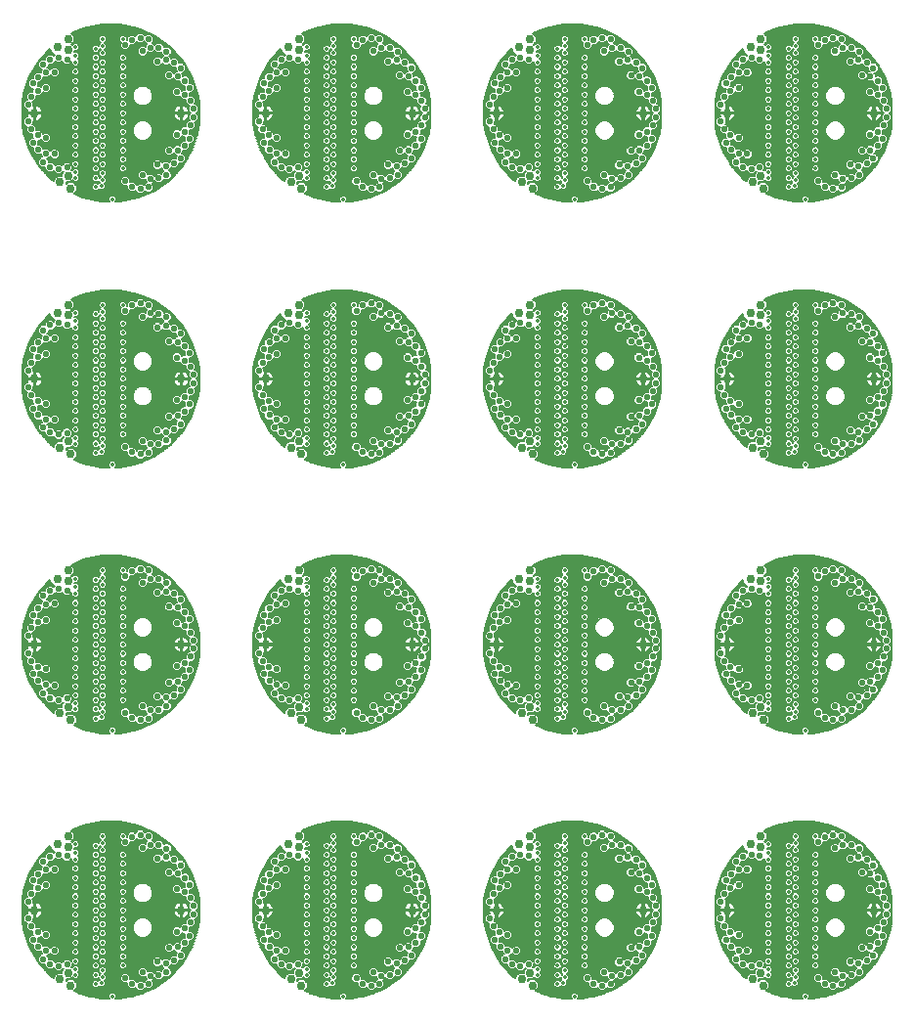
<source format=gbl>
G75*
%MOIN*%
%OFA0B0*%
%FSLAX25Y25*%
%IPPOS*%
%LPD*%
%AMOC8*
5,1,8,0,0,1.08239X$1,22.5*
%
%ADD10C,0.02953*%
%ADD11C,0.02100*%
%ADD12C,0.01387*%
%ADD13C,0.00500*%
D10*
X0066354Y0064189D03*
X0069110Y0066276D03*
X0069937Y0061984D03*
X0057693Y0087614D03*
X0065567Y0110055D03*
X0069110Y0109268D03*
X0069110Y0112811D03*
X0069937Y0152535D03*
X0066354Y0154740D03*
X0069110Y0156827D03*
X0057693Y0178165D03*
X0065567Y0200606D03*
X0069110Y0199819D03*
X0069110Y0203362D03*
X0069937Y0243087D03*
X0066354Y0245291D03*
X0069110Y0247378D03*
X0057693Y0268717D03*
X0069110Y0290370D03*
X0069110Y0293913D03*
X0065567Y0291157D03*
X0069937Y0333638D03*
X0066354Y0335843D03*
X0069110Y0337929D03*
X0057693Y0359268D03*
X0065567Y0381709D03*
X0069110Y0380921D03*
X0069110Y0384465D03*
X0107693Y0359268D03*
X0136433Y0359268D03*
X0144307Y0381709D03*
X0147850Y0380921D03*
X0147850Y0384465D03*
X0186433Y0359268D03*
X0215173Y0359268D03*
X0223047Y0381709D03*
X0226591Y0380921D03*
X0226591Y0384465D03*
X0265173Y0359268D03*
X0293913Y0359268D03*
X0301787Y0381709D03*
X0305331Y0380921D03*
X0305331Y0384465D03*
X0343913Y0359268D03*
X0305331Y0337929D03*
X0302575Y0335843D03*
X0306157Y0333638D03*
X0305331Y0293913D03*
X0305331Y0290370D03*
X0301787Y0291157D03*
X0293913Y0268717D03*
X0305331Y0247378D03*
X0302575Y0245291D03*
X0306157Y0243087D03*
X0305331Y0203362D03*
X0305331Y0199819D03*
X0301787Y0200606D03*
X0293913Y0178165D03*
X0305331Y0156827D03*
X0302575Y0154740D03*
X0306157Y0152535D03*
X0305331Y0112811D03*
X0305331Y0109268D03*
X0301787Y0110055D03*
X0293913Y0087614D03*
X0305331Y0066276D03*
X0302575Y0064189D03*
X0306157Y0061984D03*
X0343913Y0087614D03*
X0265173Y0087614D03*
X0226591Y0066276D03*
X0223835Y0064189D03*
X0227417Y0061984D03*
X0215173Y0087614D03*
X0223047Y0110055D03*
X0226591Y0109268D03*
X0226591Y0112811D03*
X0227417Y0152535D03*
X0223835Y0154740D03*
X0226591Y0156827D03*
X0215173Y0178165D03*
X0223047Y0200606D03*
X0226591Y0199819D03*
X0226591Y0203362D03*
X0227417Y0243087D03*
X0223835Y0245291D03*
X0226591Y0247378D03*
X0215173Y0268717D03*
X0226591Y0290370D03*
X0226591Y0293913D03*
X0223047Y0291157D03*
X0227417Y0333638D03*
X0223835Y0335843D03*
X0226591Y0337929D03*
X0265173Y0268717D03*
X0186433Y0268717D03*
X0147850Y0247378D03*
X0145094Y0245291D03*
X0148677Y0243087D03*
X0136433Y0268717D03*
X0147850Y0290370D03*
X0147850Y0293913D03*
X0144307Y0291157D03*
X0148677Y0333638D03*
X0145094Y0335843D03*
X0147850Y0337929D03*
X0107693Y0268717D03*
X0147850Y0203362D03*
X0147850Y0199819D03*
X0144307Y0200606D03*
X0136433Y0178165D03*
X0147850Y0156827D03*
X0145094Y0154740D03*
X0148677Y0152535D03*
X0147850Y0112811D03*
X0147850Y0109268D03*
X0144307Y0110055D03*
X0136433Y0087614D03*
X0147850Y0066276D03*
X0145094Y0064189D03*
X0148677Y0061984D03*
X0186433Y0087614D03*
X0107693Y0087614D03*
X0107693Y0178165D03*
X0186433Y0178165D03*
X0265173Y0178165D03*
X0343913Y0178165D03*
X0343913Y0268717D03*
D11*
X0348212Y0270141D03*
X0348212Y0267292D03*
X0347180Y0264587D03*
X0345189Y0262447D03*
X0342458Y0261431D03*
X0346879Y0260012D03*
X0345182Y0257666D03*
X0342704Y0256115D03*
X0339804Y0255840D03*
X0343707Y0253325D03*
X0341460Y0251499D03*
X0338666Y0250642D03*
X0335793Y0251126D03*
X0338912Y0247688D03*
X0336269Y0246504D03*
X0333348Y0246400D03*
X0330698Y0247612D03*
X0332821Y0243483D03*
X0329963Y0243024D03*
X0327114Y0243679D03*
X0324868Y0245535D03*
X0304945Y0250319D03*
X0302101Y0249684D03*
X0299266Y0250394D03*
X0296927Y0252100D03*
X0297782Y0254939D03*
X0300693Y0254816D03*
X0295226Y0256358D03*
X0293409Y0258612D03*
X0294970Y0261132D03*
X0297749Y0260260D03*
X0292868Y0263165D03*
X0291696Y0265812D03*
X0291696Y0271621D03*
X0292868Y0274268D03*
X0294970Y0276301D03*
X0297749Y0277173D03*
X0293409Y0278821D03*
X0295226Y0281075D03*
X0297782Y0282494D03*
X0300693Y0282617D03*
X0296927Y0285333D03*
X0299266Y0287039D03*
X0302101Y0287749D03*
X0304945Y0287114D03*
X0324868Y0291898D03*
X0327114Y0293754D03*
X0329963Y0294409D03*
X0332821Y0293950D03*
X0333348Y0291033D03*
X0330698Y0289821D03*
X0336269Y0290929D03*
X0338912Y0289745D03*
X0338666Y0286791D03*
X0335793Y0286307D03*
X0341460Y0285934D03*
X0343707Y0284108D03*
X0342704Y0281318D03*
X0339804Y0281593D03*
X0345182Y0279767D03*
X0346879Y0277421D03*
X0345189Y0274986D03*
X0342458Y0276002D03*
X0347180Y0272846D03*
X0332821Y0334034D03*
X0329963Y0333575D03*
X0327114Y0334231D03*
X0324868Y0336087D03*
X0330698Y0338163D03*
X0333348Y0336951D03*
X0336269Y0337056D03*
X0338912Y0338239D03*
X0338666Y0341193D03*
X0335793Y0341678D03*
X0341460Y0342050D03*
X0343707Y0343877D03*
X0342704Y0346666D03*
X0339804Y0346391D03*
X0345182Y0348217D03*
X0346879Y0350563D03*
X0345189Y0352998D03*
X0342458Y0351982D03*
X0347180Y0355138D03*
X0348212Y0357843D03*
X0348212Y0360692D03*
X0347180Y0363397D03*
X0345189Y0365537D03*
X0342458Y0366554D03*
X0346879Y0367972D03*
X0345182Y0370318D03*
X0342704Y0371869D03*
X0339804Y0372145D03*
X0343707Y0374659D03*
X0341460Y0376486D03*
X0338666Y0377342D03*
X0335793Y0376858D03*
X0338912Y0380297D03*
X0336269Y0381480D03*
X0333348Y0381584D03*
X0330698Y0380372D03*
X0332821Y0384501D03*
X0329963Y0384960D03*
X0327114Y0384305D03*
X0324868Y0382449D03*
X0304945Y0377666D03*
X0302101Y0378300D03*
X0299266Y0377590D03*
X0296927Y0375884D03*
X0297782Y0373045D03*
X0300693Y0373169D03*
X0295226Y0371626D03*
X0293409Y0369372D03*
X0294970Y0366852D03*
X0297749Y0367724D03*
X0292868Y0364820D03*
X0291696Y0362172D03*
X0291696Y0356363D03*
X0292868Y0353716D03*
X0294970Y0351683D03*
X0297749Y0350811D03*
X0293409Y0349163D03*
X0295226Y0346909D03*
X0297782Y0345490D03*
X0300693Y0345367D03*
X0296927Y0342652D03*
X0299266Y0340945D03*
X0302101Y0340235D03*
X0304945Y0340870D03*
X0268139Y0350563D03*
X0266442Y0348217D03*
X0263964Y0346666D03*
X0261064Y0346391D03*
X0264966Y0343877D03*
X0262720Y0342050D03*
X0259925Y0341193D03*
X0257053Y0341678D03*
X0260172Y0338239D03*
X0257529Y0337056D03*
X0254608Y0336951D03*
X0251958Y0338163D03*
X0254081Y0334034D03*
X0251222Y0333575D03*
X0248374Y0334231D03*
X0246128Y0336087D03*
X0226205Y0340870D03*
X0223361Y0340235D03*
X0220525Y0340945D03*
X0218187Y0342652D03*
X0219042Y0345490D03*
X0221953Y0345367D03*
X0216486Y0346909D03*
X0214669Y0349163D03*
X0216229Y0351683D03*
X0219009Y0350811D03*
X0214128Y0353716D03*
X0212956Y0356363D03*
X0212956Y0362172D03*
X0214128Y0364820D03*
X0216229Y0366852D03*
X0219009Y0367724D03*
X0214669Y0369372D03*
X0216486Y0371626D03*
X0219042Y0373045D03*
X0221952Y0373169D03*
X0218187Y0375884D03*
X0220525Y0377590D03*
X0223361Y0378300D03*
X0226205Y0377666D03*
X0246128Y0382449D03*
X0248374Y0384305D03*
X0251222Y0384960D03*
X0254081Y0384501D03*
X0254608Y0381584D03*
X0251958Y0380372D03*
X0257529Y0381480D03*
X0260172Y0380297D03*
X0259925Y0377342D03*
X0257053Y0376858D03*
X0261064Y0372145D03*
X0263964Y0371869D03*
X0266442Y0370318D03*
X0268139Y0367972D03*
X0266448Y0365537D03*
X0263718Y0366554D03*
X0268440Y0363397D03*
X0269472Y0360692D03*
X0269472Y0357843D03*
X0268440Y0355138D03*
X0266448Y0352998D03*
X0263718Y0351982D03*
X0264966Y0374659D03*
X0262720Y0376486D03*
X0190732Y0360692D03*
X0190732Y0357843D03*
X0189700Y0355138D03*
X0187708Y0352998D03*
X0184978Y0351982D03*
X0189398Y0350563D03*
X0187702Y0348217D03*
X0185224Y0346666D03*
X0182323Y0346391D03*
X0186226Y0343877D03*
X0183980Y0342050D03*
X0181185Y0341193D03*
X0178312Y0341678D03*
X0181431Y0338239D03*
X0178789Y0337056D03*
X0175868Y0336951D03*
X0173218Y0338163D03*
X0175341Y0334034D03*
X0172482Y0333575D03*
X0169633Y0334231D03*
X0167388Y0336087D03*
X0147465Y0340870D03*
X0144621Y0340235D03*
X0141785Y0340945D03*
X0139447Y0342652D03*
X0140302Y0345490D03*
X0143212Y0345367D03*
X0137746Y0346909D03*
X0135929Y0349163D03*
X0137489Y0351683D03*
X0140269Y0350811D03*
X0135388Y0353716D03*
X0134216Y0356363D03*
X0134216Y0362172D03*
X0135388Y0364820D03*
X0137489Y0366852D03*
X0140269Y0367724D03*
X0135929Y0369372D03*
X0137746Y0371626D03*
X0140302Y0373045D03*
X0143212Y0373169D03*
X0139447Y0375884D03*
X0141785Y0377590D03*
X0144621Y0378300D03*
X0147465Y0377666D03*
X0167388Y0382449D03*
X0169633Y0384305D03*
X0172482Y0384960D03*
X0175341Y0384501D03*
X0175868Y0381584D03*
X0173218Y0380372D03*
X0178789Y0381480D03*
X0181431Y0380297D03*
X0181185Y0377342D03*
X0178312Y0376858D03*
X0183980Y0376486D03*
X0186226Y0374659D03*
X0185224Y0371869D03*
X0182324Y0372145D03*
X0187702Y0370318D03*
X0189399Y0367972D03*
X0187708Y0365537D03*
X0184978Y0366554D03*
X0189700Y0363397D03*
X0175341Y0293950D03*
X0172482Y0294409D03*
X0169633Y0293754D03*
X0167388Y0291898D03*
X0173218Y0289821D03*
X0175868Y0291033D03*
X0178789Y0290929D03*
X0181431Y0289745D03*
X0181185Y0286791D03*
X0178312Y0286307D03*
X0183980Y0285934D03*
X0186226Y0284108D03*
X0185224Y0281318D03*
X0182324Y0281593D03*
X0187702Y0279767D03*
X0189399Y0277421D03*
X0187708Y0274986D03*
X0184978Y0276002D03*
X0189700Y0272846D03*
X0190732Y0270141D03*
X0190732Y0267292D03*
X0189700Y0264587D03*
X0187708Y0262447D03*
X0184978Y0261431D03*
X0189398Y0260012D03*
X0187702Y0257666D03*
X0185224Y0256115D03*
X0182323Y0255840D03*
X0186226Y0253325D03*
X0183980Y0251499D03*
X0181185Y0250642D03*
X0178312Y0251126D03*
X0181431Y0247688D03*
X0178789Y0246504D03*
X0175868Y0246400D03*
X0173218Y0247612D03*
X0175341Y0243483D03*
X0172482Y0243024D03*
X0169633Y0243679D03*
X0167388Y0245535D03*
X0147465Y0250319D03*
X0144621Y0249684D03*
X0141785Y0250394D03*
X0139447Y0252100D03*
X0140302Y0254939D03*
X0143212Y0254816D03*
X0137746Y0256358D03*
X0135929Y0258612D03*
X0137489Y0261132D03*
X0140269Y0260260D03*
X0135388Y0263165D03*
X0134216Y0265812D03*
X0134216Y0271621D03*
X0135388Y0274268D03*
X0137489Y0276301D03*
X0140269Y0277173D03*
X0135929Y0278821D03*
X0137746Y0281075D03*
X0140302Y0282494D03*
X0143212Y0282617D03*
X0139447Y0285333D03*
X0141785Y0287039D03*
X0144621Y0287749D03*
X0147465Y0287114D03*
X0110658Y0277421D03*
X0108961Y0279767D03*
X0106484Y0281318D03*
X0103583Y0281593D03*
X0107486Y0284108D03*
X0105240Y0285934D03*
X0102445Y0286791D03*
X0099572Y0286307D03*
X0102691Y0289745D03*
X0100049Y0290929D03*
X0097128Y0291033D03*
X0094478Y0289821D03*
X0096601Y0293950D03*
X0093742Y0294409D03*
X0090893Y0293754D03*
X0088648Y0291898D03*
X0068724Y0287114D03*
X0065881Y0287749D03*
X0063045Y0287039D03*
X0060706Y0285333D03*
X0061561Y0282494D03*
X0064472Y0282617D03*
X0059006Y0281075D03*
X0057189Y0278821D03*
X0058749Y0276301D03*
X0061529Y0277173D03*
X0056648Y0274268D03*
X0055476Y0271621D03*
X0055476Y0265812D03*
X0056648Y0263165D03*
X0058749Y0261132D03*
X0061529Y0260260D03*
X0057189Y0258612D03*
X0059006Y0256358D03*
X0061561Y0254939D03*
X0064472Y0254816D03*
X0060706Y0252100D03*
X0063045Y0250394D03*
X0065881Y0249684D03*
X0068724Y0250319D03*
X0088648Y0245535D03*
X0090893Y0243679D03*
X0093742Y0243024D03*
X0096601Y0243483D03*
X0097127Y0246400D03*
X0094478Y0247612D03*
X0100049Y0246504D03*
X0102691Y0247688D03*
X0102445Y0250642D03*
X0099572Y0251126D03*
X0103583Y0255840D03*
X0106484Y0256115D03*
X0108961Y0257666D03*
X0110658Y0260012D03*
X0108968Y0262447D03*
X0106238Y0261431D03*
X0110960Y0264587D03*
X0111992Y0267292D03*
X0111992Y0270141D03*
X0110960Y0272846D03*
X0108968Y0274986D03*
X0106238Y0276002D03*
X0107486Y0253325D03*
X0105240Y0251499D03*
X0096601Y0203399D03*
X0093742Y0203858D03*
X0090893Y0203203D03*
X0088648Y0201346D03*
X0094478Y0199270D03*
X0097128Y0200482D03*
X0100049Y0200377D03*
X0102691Y0199194D03*
X0102445Y0196240D03*
X0099572Y0195755D03*
X0103583Y0191042D03*
X0106484Y0190767D03*
X0108961Y0189216D03*
X0110658Y0186870D03*
X0108968Y0184435D03*
X0106238Y0185451D03*
X0110960Y0182295D03*
X0111992Y0179590D03*
X0111992Y0176741D03*
X0110960Y0174036D03*
X0108968Y0171896D03*
X0106238Y0170879D03*
X0110658Y0169461D03*
X0108961Y0167115D03*
X0106484Y0165564D03*
X0103583Y0165289D03*
X0107486Y0162774D03*
X0105240Y0160947D03*
X0102445Y0160091D03*
X0099572Y0160575D03*
X0102691Y0157136D03*
X0100049Y0155953D03*
X0097127Y0155849D03*
X0094478Y0157061D03*
X0096601Y0152932D03*
X0093742Y0152473D03*
X0090893Y0153128D03*
X0088648Y0154984D03*
X0068724Y0159767D03*
X0065881Y0159133D03*
X0063045Y0159843D03*
X0060706Y0161549D03*
X0061561Y0164388D03*
X0064472Y0164264D03*
X0059006Y0165807D03*
X0057189Y0168061D03*
X0058749Y0170581D03*
X0061529Y0169709D03*
X0056648Y0172613D03*
X0055476Y0175261D03*
X0055476Y0181070D03*
X0056648Y0183717D03*
X0058749Y0185750D03*
X0061529Y0186622D03*
X0057189Y0188270D03*
X0059006Y0190524D03*
X0061561Y0191943D03*
X0064472Y0192066D03*
X0060706Y0194781D03*
X0063045Y0196488D03*
X0065881Y0197198D03*
X0068724Y0196563D03*
X0105240Y0195383D03*
X0107486Y0193556D03*
X0135929Y0188270D03*
X0137746Y0190524D03*
X0140302Y0191943D03*
X0143212Y0192066D03*
X0139447Y0194781D03*
X0141785Y0196488D03*
X0144621Y0197198D03*
X0147465Y0196563D03*
X0140269Y0186622D03*
X0137489Y0185750D03*
X0135388Y0183717D03*
X0134216Y0181070D03*
X0134216Y0175261D03*
X0135388Y0172613D03*
X0137489Y0170581D03*
X0140269Y0169709D03*
X0135929Y0168061D03*
X0137746Y0165807D03*
X0140302Y0164388D03*
X0143212Y0164264D03*
X0139447Y0161549D03*
X0141785Y0159843D03*
X0144621Y0159133D03*
X0147465Y0159767D03*
X0167388Y0154984D03*
X0169633Y0153128D03*
X0172482Y0152473D03*
X0175341Y0152932D03*
X0175868Y0155849D03*
X0173218Y0157061D03*
X0178789Y0155953D03*
X0181431Y0157136D03*
X0181185Y0160091D03*
X0178312Y0160575D03*
X0183980Y0160947D03*
X0186226Y0162774D03*
X0185224Y0165564D03*
X0182323Y0165289D03*
X0187702Y0167115D03*
X0189398Y0169461D03*
X0187708Y0171896D03*
X0184978Y0170879D03*
X0189700Y0174036D03*
X0190732Y0176741D03*
X0190732Y0179590D03*
X0189700Y0182295D03*
X0187708Y0184435D03*
X0184978Y0185451D03*
X0189399Y0186870D03*
X0187702Y0189216D03*
X0185224Y0190767D03*
X0182324Y0191042D03*
X0186226Y0193556D03*
X0183980Y0195383D03*
X0181185Y0196240D03*
X0178312Y0195755D03*
X0181431Y0199194D03*
X0178789Y0200377D03*
X0175868Y0200482D03*
X0173218Y0199270D03*
X0175341Y0203399D03*
X0172482Y0203858D03*
X0169633Y0203203D03*
X0167388Y0201346D03*
X0212956Y0181070D03*
X0214128Y0183717D03*
X0216229Y0185750D03*
X0219009Y0186622D03*
X0214669Y0188270D03*
X0216486Y0190524D03*
X0219042Y0191943D03*
X0221952Y0192066D03*
X0218187Y0194781D03*
X0220525Y0196488D03*
X0223361Y0197198D03*
X0226205Y0196563D03*
X0246128Y0201346D03*
X0248374Y0203203D03*
X0251222Y0203858D03*
X0254081Y0203399D03*
X0254608Y0200482D03*
X0251958Y0199270D03*
X0257529Y0200377D03*
X0260172Y0199194D03*
X0259925Y0196240D03*
X0257053Y0195755D03*
X0261064Y0191042D03*
X0263964Y0190767D03*
X0266442Y0189216D03*
X0268139Y0186870D03*
X0266448Y0184435D03*
X0263718Y0185451D03*
X0268440Y0182295D03*
X0269472Y0179590D03*
X0269472Y0176741D03*
X0268440Y0174036D03*
X0266448Y0171896D03*
X0263718Y0170879D03*
X0268139Y0169461D03*
X0266442Y0167115D03*
X0263964Y0165564D03*
X0261064Y0165289D03*
X0264966Y0162774D03*
X0262720Y0160947D03*
X0259925Y0160091D03*
X0257053Y0160575D03*
X0260172Y0157136D03*
X0257529Y0155953D03*
X0254608Y0155849D03*
X0251958Y0157061D03*
X0254081Y0152932D03*
X0251222Y0152473D03*
X0248374Y0153128D03*
X0246128Y0154984D03*
X0226205Y0159767D03*
X0223361Y0159133D03*
X0220525Y0159843D03*
X0218187Y0161549D03*
X0219042Y0164388D03*
X0221953Y0164264D03*
X0216486Y0165807D03*
X0214669Y0168061D03*
X0216229Y0170581D03*
X0219009Y0169709D03*
X0214128Y0172613D03*
X0212956Y0175261D03*
X0262720Y0195383D03*
X0264966Y0193556D03*
X0293409Y0188270D03*
X0295226Y0190524D03*
X0297782Y0191943D03*
X0300693Y0192066D03*
X0296927Y0194781D03*
X0299266Y0196488D03*
X0302101Y0197198D03*
X0304945Y0196563D03*
X0297749Y0186622D03*
X0294970Y0185750D03*
X0292868Y0183717D03*
X0291696Y0181070D03*
X0291696Y0175261D03*
X0292868Y0172613D03*
X0294970Y0170581D03*
X0297749Y0169709D03*
X0293409Y0168061D03*
X0295226Y0165807D03*
X0297782Y0164388D03*
X0300693Y0164264D03*
X0296927Y0161549D03*
X0299266Y0159843D03*
X0302101Y0159133D03*
X0304945Y0159767D03*
X0324868Y0154984D03*
X0327114Y0153128D03*
X0329963Y0152473D03*
X0332821Y0152932D03*
X0333348Y0155849D03*
X0330698Y0157061D03*
X0336269Y0155953D03*
X0338912Y0157136D03*
X0338666Y0160091D03*
X0335793Y0160575D03*
X0341460Y0160947D03*
X0343707Y0162774D03*
X0342704Y0165564D03*
X0339804Y0165289D03*
X0345182Y0167115D03*
X0346879Y0169461D03*
X0345189Y0171896D03*
X0342458Y0170879D03*
X0347180Y0174036D03*
X0348212Y0176741D03*
X0348212Y0179590D03*
X0347180Y0182295D03*
X0345189Y0184435D03*
X0342458Y0185451D03*
X0346879Y0186870D03*
X0345182Y0189216D03*
X0342704Y0190767D03*
X0339804Y0191042D03*
X0343707Y0193556D03*
X0341460Y0195383D03*
X0338666Y0196240D03*
X0335793Y0195755D03*
X0338912Y0199194D03*
X0336269Y0200377D03*
X0333348Y0200482D03*
X0330698Y0199270D03*
X0332821Y0203399D03*
X0329963Y0203858D03*
X0327114Y0203203D03*
X0324868Y0201346D03*
X0266442Y0257666D03*
X0268139Y0260012D03*
X0266448Y0262447D03*
X0263718Y0261431D03*
X0263964Y0256115D03*
X0261064Y0255840D03*
X0264966Y0253325D03*
X0262720Y0251499D03*
X0259925Y0250642D03*
X0257053Y0251126D03*
X0260172Y0247688D03*
X0257529Y0246504D03*
X0254608Y0246400D03*
X0251958Y0247612D03*
X0254081Y0243483D03*
X0251222Y0243024D03*
X0248374Y0243679D03*
X0246128Y0245535D03*
X0226205Y0250319D03*
X0223361Y0249684D03*
X0220525Y0250394D03*
X0218187Y0252100D03*
X0219042Y0254939D03*
X0221953Y0254816D03*
X0216486Y0256358D03*
X0214669Y0258612D03*
X0216229Y0261132D03*
X0219009Y0260260D03*
X0214128Y0263165D03*
X0212956Y0265812D03*
X0212956Y0271621D03*
X0214128Y0274268D03*
X0216229Y0276301D03*
X0219009Y0277173D03*
X0214669Y0278821D03*
X0216486Y0281075D03*
X0219042Y0282494D03*
X0221952Y0282617D03*
X0218187Y0285333D03*
X0220525Y0287039D03*
X0223361Y0287749D03*
X0226205Y0287114D03*
X0246128Y0291898D03*
X0248374Y0293754D03*
X0251222Y0294409D03*
X0254081Y0293950D03*
X0254608Y0291033D03*
X0251958Y0289821D03*
X0257529Y0290929D03*
X0260172Y0289745D03*
X0259925Y0286791D03*
X0257053Y0286307D03*
X0261064Y0281593D03*
X0263964Y0281318D03*
X0266442Y0279767D03*
X0268139Y0277421D03*
X0266448Y0274986D03*
X0263718Y0276002D03*
X0268440Y0272846D03*
X0269472Y0270141D03*
X0269472Y0267292D03*
X0268440Y0264587D03*
X0264966Y0284108D03*
X0262720Y0285934D03*
X0110658Y0350563D03*
X0108961Y0348217D03*
X0106484Y0346666D03*
X0103583Y0346391D03*
X0107486Y0343877D03*
X0105240Y0342050D03*
X0102445Y0341193D03*
X0099572Y0341678D03*
X0102691Y0338239D03*
X0100049Y0337056D03*
X0097127Y0336951D03*
X0094478Y0338163D03*
X0096601Y0334034D03*
X0093742Y0333575D03*
X0090893Y0334231D03*
X0088648Y0336087D03*
X0068724Y0340870D03*
X0065881Y0340235D03*
X0063045Y0340945D03*
X0060706Y0342652D03*
X0061561Y0345490D03*
X0064472Y0345367D03*
X0059006Y0346909D03*
X0057189Y0349163D03*
X0058749Y0351683D03*
X0061529Y0350811D03*
X0056648Y0353716D03*
X0055476Y0356363D03*
X0055476Y0362172D03*
X0056648Y0364820D03*
X0058749Y0366852D03*
X0061529Y0367724D03*
X0057189Y0369372D03*
X0059006Y0371626D03*
X0061561Y0373045D03*
X0064472Y0373169D03*
X0060706Y0375884D03*
X0063045Y0377590D03*
X0065881Y0378300D03*
X0068724Y0377666D03*
X0088648Y0382449D03*
X0090893Y0384305D03*
X0093742Y0384960D03*
X0096601Y0384501D03*
X0097128Y0381584D03*
X0094478Y0380372D03*
X0100049Y0381480D03*
X0102691Y0380297D03*
X0102445Y0377342D03*
X0099572Y0376858D03*
X0103583Y0372145D03*
X0106484Y0371869D03*
X0108961Y0370318D03*
X0110658Y0367972D03*
X0108968Y0365537D03*
X0106238Y0366554D03*
X0110960Y0363397D03*
X0111992Y0360692D03*
X0111992Y0357843D03*
X0110960Y0355138D03*
X0108968Y0352998D03*
X0106238Y0351982D03*
X0107486Y0374659D03*
X0105240Y0376486D03*
X0093742Y0113307D03*
X0096601Y0112848D03*
X0097128Y0109931D03*
X0094478Y0108719D03*
X0090893Y0112651D03*
X0088648Y0110795D03*
X0100049Y0109826D03*
X0102691Y0108643D03*
X0102445Y0105689D03*
X0099572Y0105204D03*
X0103583Y0100491D03*
X0106484Y0100216D03*
X0108961Y0098665D03*
X0110658Y0096319D03*
X0108968Y0093883D03*
X0106238Y0094900D03*
X0110960Y0091744D03*
X0111992Y0089039D03*
X0111992Y0086190D03*
X0110960Y0083484D03*
X0108968Y0081345D03*
X0106238Y0080328D03*
X0110658Y0078910D03*
X0108961Y0076564D03*
X0106484Y0075013D03*
X0103583Y0074737D03*
X0107486Y0072223D03*
X0105240Y0070396D03*
X0102445Y0069539D03*
X0099572Y0070024D03*
X0102691Y0066585D03*
X0100049Y0065402D03*
X0097127Y0065298D03*
X0094478Y0066509D03*
X0096601Y0062381D03*
X0093742Y0061922D03*
X0090893Y0062577D03*
X0088648Y0064433D03*
X0068724Y0069216D03*
X0065881Y0068582D03*
X0063045Y0069291D03*
X0060706Y0070998D03*
X0061561Y0073836D03*
X0064472Y0073713D03*
X0059006Y0075256D03*
X0057189Y0077510D03*
X0058749Y0080030D03*
X0061529Y0079157D03*
X0056648Y0082062D03*
X0055476Y0084710D03*
X0055476Y0090519D03*
X0056648Y0093166D03*
X0058749Y0095198D03*
X0061529Y0096071D03*
X0057189Y0097719D03*
X0059006Y0099973D03*
X0061561Y0101392D03*
X0064472Y0101515D03*
X0060706Y0104230D03*
X0063045Y0105937D03*
X0065881Y0106646D03*
X0068724Y0106012D03*
X0105240Y0104832D03*
X0107486Y0103005D03*
X0135929Y0097719D03*
X0137746Y0099973D03*
X0140302Y0101392D03*
X0143212Y0101515D03*
X0139447Y0104230D03*
X0141785Y0105937D03*
X0144621Y0106646D03*
X0147465Y0106012D03*
X0140269Y0096071D03*
X0137489Y0095198D03*
X0135388Y0093166D03*
X0134216Y0090519D03*
X0134216Y0084710D03*
X0135388Y0082062D03*
X0137489Y0080030D03*
X0140269Y0079157D03*
X0135929Y0077510D03*
X0137746Y0075256D03*
X0140302Y0073836D03*
X0143212Y0073713D03*
X0139447Y0070998D03*
X0141785Y0069291D03*
X0144621Y0068582D03*
X0147465Y0069216D03*
X0167388Y0064433D03*
X0169633Y0062577D03*
X0172482Y0061922D03*
X0175341Y0062381D03*
X0175868Y0065298D03*
X0173218Y0066509D03*
X0178789Y0065402D03*
X0181431Y0066585D03*
X0181185Y0069539D03*
X0178312Y0070024D03*
X0183980Y0070396D03*
X0186226Y0072223D03*
X0185224Y0075013D03*
X0182323Y0074737D03*
X0187702Y0076564D03*
X0189398Y0078910D03*
X0187708Y0081345D03*
X0184978Y0080328D03*
X0189700Y0083484D03*
X0190732Y0086190D03*
X0190732Y0089039D03*
X0189700Y0091744D03*
X0187708Y0093883D03*
X0184978Y0094900D03*
X0189399Y0096319D03*
X0187702Y0098665D03*
X0185224Y0100216D03*
X0182324Y0100491D03*
X0186226Y0103005D03*
X0183980Y0104832D03*
X0181185Y0105689D03*
X0178312Y0105204D03*
X0181431Y0108643D03*
X0178789Y0109826D03*
X0175868Y0109931D03*
X0173218Y0108719D03*
X0175341Y0112848D03*
X0172482Y0113307D03*
X0169633Y0112651D03*
X0167388Y0110795D03*
X0212956Y0090519D03*
X0214128Y0093166D03*
X0216229Y0095198D03*
X0219009Y0096071D03*
X0214669Y0097719D03*
X0216486Y0099973D03*
X0219042Y0101392D03*
X0221952Y0101515D03*
X0218187Y0104230D03*
X0220525Y0105937D03*
X0223361Y0106646D03*
X0226205Y0106012D03*
X0246128Y0110795D03*
X0248374Y0112651D03*
X0251222Y0113307D03*
X0254081Y0112848D03*
X0254608Y0109931D03*
X0251958Y0108719D03*
X0257529Y0109826D03*
X0260172Y0108643D03*
X0259925Y0105689D03*
X0257053Y0105204D03*
X0261064Y0100491D03*
X0263964Y0100216D03*
X0266442Y0098665D03*
X0268139Y0096319D03*
X0266448Y0093883D03*
X0263718Y0094900D03*
X0268440Y0091744D03*
X0269472Y0089039D03*
X0269472Y0086190D03*
X0268440Y0083484D03*
X0266448Y0081345D03*
X0263718Y0080328D03*
X0268139Y0078910D03*
X0266442Y0076564D03*
X0263964Y0075013D03*
X0261064Y0074737D03*
X0264966Y0072223D03*
X0262720Y0070396D03*
X0259925Y0069539D03*
X0257053Y0070024D03*
X0260172Y0066585D03*
X0257529Y0065402D03*
X0254608Y0065298D03*
X0251958Y0066509D03*
X0254081Y0062381D03*
X0251222Y0061922D03*
X0248374Y0062577D03*
X0246128Y0064433D03*
X0226205Y0069216D03*
X0223361Y0068582D03*
X0220525Y0069291D03*
X0218187Y0070998D03*
X0219042Y0073836D03*
X0221953Y0073713D03*
X0216486Y0075256D03*
X0214669Y0077510D03*
X0216229Y0080030D03*
X0219009Y0079157D03*
X0214128Y0082062D03*
X0212956Y0084710D03*
X0262720Y0104832D03*
X0264966Y0103005D03*
X0293409Y0097719D03*
X0295226Y0099973D03*
X0297782Y0101392D03*
X0300693Y0101515D03*
X0296927Y0104230D03*
X0299266Y0105937D03*
X0302101Y0106646D03*
X0304945Y0106012D03*
X0297749Y0096071D03*
X0294970Y0095198D03*
X0292868Y0093166D03*
X0291696Y0090519D03*
X0291696Y0084710D03*
X0292868Y0082062D03*
X0294970Y0080030D03*
X0297749Y0079157D03*
X0293409Y0077510D03*
X0295226Y0075256D03*
X0297782Y0073836D03*
X0300693Y0073713D03*
X0296927Y0070998D03*
X0299266Y0069291D03*
X0302101Y0068582D03*
X0304945Y0069216D03*
X0324868Y0064433D03*
X0327114Y0062577D03*
X0329963Y0061922D03*
X0332821Y0062381D03*
X0333348Y0065298D03*
X0330698Y0066509D03*
X0336269Y0065402D03*
X0338912Y0066585D03*
X0338666Y0069539D03*
X0335793Y0070024D03*
X0341460Y0070396D03*
X0343707Y0072223D03*
X0342704Y0075013D03*
X0339804Y0074737D03*
X0345182Y0076564D03*
X0346879Y0078910D03*
X0345189Y0081345D03*
X0342458Y0080328D03*
X0347180Y0083484D03*
X0348212Y0086190D03*
X0348212Y0089039D03*
X0347180Y0091744D03*
X0345189Y0093883D03*
X0342458Y0094900D03*
X0346879Y0096319D03*
X0345182Y0098665D03*
X0342704Y0100216D03*
X0339804Y0100491D03*
X0343707Y0103005D03*
X0341460Y0104832D03*
X0338666Y0105689D03*
X0335793Y0105204D03*
X0338912Y0108643D03*
X0336269Y0109826D03*
X0333348Y0109931D03*
X0330698Y0108719D03*
X0332821Y0112848D03*
X0329963Y0113307D03*
X0327114Y0112651D03*
X0324868Y0110795D03*
D12*
X0324031Y0112811D03*
X0323047Y0117142D03*
X0316748Y0117142D03*
X0317142Y0112811D03*
X0315488Y0111669D03*
X0317142Y0110449D03*
X0317142Y0108087D03*
X0314780Y0109661D03*
X0314780Y0106512D03*
X0317142Y0104937D03*
X0314780Y0103362D03*
X0317142Y0101787D03*
X0314780Y0100213D03*
X0317142Y0098638D03*
X0314780Y0097063D03*
X0317142Y0095488D03*
X0314780Y0093913D03*
X0317142Y0092339D03*
X0314780Y0090764D03*
X0317142Y0089189D03*
X0314780Y0087614D03*
X0317142Y0086039D03*
X0314780Y0084465D03*
X0317142Y0082890D03*
X0314780Y0081315D03*
X0317142Y0079740D03*
X0314780Y0078165D03*
X0317142Y0076591D03*
X0314780Y0075016D03*
X0317142Y0073441D03*
X0314780Y0071866D03*
X0317142Y0070291D03*
X0314780Y0068717D03*
X0317142Y0067142D03*
X0317142Y0064780D03*
X0316748Y0062811D03*
X0314780Y0062417D03*
X0314780Y0065567D03*
X0307890Y0065567D03*
X0307890Y0067535D03*
X0307890Y0070291D03*
X0307890Y0073441D03*
X0307890Y0076591D03*
X0307890Y0079740D03*
X0307890Y0082890D03*
X0307890Y0086039D03*
X0307890Y0089189D03*
X0307890Y0092339D03*
X0307890Y0095488D03*
X0307890Y0098638D03*
X0307890Y0101787D03*
X0307890Y0104937D03*
X0307890Y0107299D03*
X0307890Y0110055D03*
X0298835Y0108480D03*
X0294504Y0102575D03*
X0291354Y0095488D03*
X0290409Y0087575D03*
X0291433Y0079819D03*
X0294583Y0072654D03*
X0299307Y0066551D03*
X0320488Y0058318D03*
X0323441Y0058087D03*
X0324031Y0068717D03*
X0324031Y0071866D03*
X0324031Y0075016D03*
X0324031Y0078165D03*
X0324031Y0081315D03*
X0324031Y0084465D03*
X0324031Y0087614D03*
X0324031Y0090764D03*
X0326394Y0092339D03*
X0324031Y0093913D03*
X0324031Y0097063D03*
X0324031Y0100213D03*
X0324031Y0103362D03*
X0324031Y0106512D03*
X0335409Y0112142D03*
X0341315Y0107378D03*
X0346079Y0101394D03*
X0348520Y0094071D03*
X0348480Y0081236D03*
X0346079Y0073835D03*
X0341748Y0067535D03*
X0335843Y0062811D03*
X0269740Y0081236D03*
X0267339Y0073835D03*
X0263008Y0067535D03*
X0257102Y0062811D03*
X0245291Y0068717D03*
X0245291Y0071866D03*
X0245291Y0075016D03*
X0245291Y0078165D03*
X0245291Y0081315D03*
X0245291Y0084465D03*
X0245291Y0087614D03*
X0245291Y0090764D03*
X0247654Y0092339D03*
X0245291Y0093913D03*
X0245291Y0097063D03*
X0245291Y0100213D03*
X0245291Y0103362D03*
X0245291Y0106512D03*
X0238402Y0108087D03*
X0238402Y0110449D03*
X0236748Y0111669D03*
X0238402Y0112811D03*
X0236039Y0109661D03*
X0236039Y0106512D03*
X0238402Y0104937D03*
X0236039Y0103362D03*
X0238402Y0101787D03*
X0236039Y0100213D03*
X0238402Y0098638D03*
X0236039Y0097063D03*
X0238402Y0095488D03*
X0236039Y0093913D03*
X0238402Y0092339D03*
X0236039Y0090764D03*
X0238402Y0089189D03*
X0236039Y0087614D03*
X0238402Y0086039D03*
X0236039Y0084465D03*
X0238402Y0082890D03*
X0236039Y0081315D03*
X0238402Y0079740D03*
X0236039Y0078165D03*
X0238402Y0076591D03*
X0236039Y0075016D03*
X0238402Y0073441D03*
X0236039Y0071866D03*
X0238402Y0070291D03*
X0236039Y0068717D03*
X0238402Y0067142D03*
X0238402Y0064780D03*
X0238008Y0062811D03*
X0236039Y0062417D03*
X0236039Y0065567D03*
X0241748Y0058318D03*
X0244701Y0058087D03*
X0229150Y0065567D03*
X0229150Y0067535D03*
X0229150Y0070291D03*
X0229150Y0073441D03*
X0229150Y0076591D03*
X0229150Y0079740D03*
X0229150Y0082890D03*
X0229150Y0086039D03*
X0229150Y0089189D03*
X0229150Y0092339D03*
X0229150Y0095488D03*
X0229150Y0098638D03*
X0229150Y0101787D03*
X0229150Y0104937D03*
X0229150Y0107299D03*
X0229150Y0110055D03*
X0220094Y0108480D03*
X0215764Y0102575D03*
X0212614Y0095488D03*
X0211669Y0087575D03*
X0212693Y0079819D03*
X0215843Y0072654D03*
X0220567Y0066551D03*
X0191000Y0081236D03*
X0188598Y0073835D03*
X0184268Y0067535D03*
X0178362Y0062811D03*
X0166551Y0068717D03*
X0166551Y0071866D03*
X0166551Y0075016D03*
X0166551Y0078165D03*
X0166551Y0081315D03*
X0166551Y0084465D03*
X0166551Y0087614D03*
X0166551Y0090764D03*
X0168913Y0092339D03*
X0166551Y0093913D03*
X0166551Y0097063D03*
X0166551Y0100213D03*
X0166551Y0103362D03*
X0166551Y0106512D03*
X0166551Y0112811D03*
X0165567Y0117142D03*
X0159268Y0117142D03*
X0159661Y0112811D03*
X0158008Y0111669D03*
X0159661Y0110449D03*
X0159661Y0108087D03*
X0157299Y0109661D03*
X0157299Y0106512D03*
X0159661Y0104937D03*
X0157299Y0103362D03*
X0159661Y0101787D03*
X0157299Y0100213D03*
X0159661Y0098638D03*
X0157299Y0097063D03*
X0159661Y0095488D03*
X0157299Y0093913D03*
X0159661Y0092339D03*
X0157299Y0090764D03*
X0159661Y0089189D03*
X0157299Y0087614D03*
X0159661Y0086039D03*
X0157299Y0084465D03*
X0159661Y0082890D03*
X0157299Y0081315D03*
X0159661Y0079740D03*
X0157299Y0078165D03*
X0159661Y0076591D03*
X0157299Y0075016D03*
X0159661Y0073441D03*
X0157299Y0071866D03*
X0159661Y0070291D03*
X0157299Y0068717D03*
X0159661Y0067142D03*
X0159661Y0064780D03*
X0159268Y0062811D03*
X0157299Y0062417D03*
X0157299Y0065567D03*
X0150409Y0065567D03*
X0150409Y0067535D03*
X0150409Y0070291D03*
X0150409Y0073441D03*
X0150409Y0076591D03*
X0150409Y0079740D03*
X0150409Y0082890D03*
X0150409Y0086039D03*
X0150409Y0089189D03*
X0150409Y0092339D03*
X0150409Y0095488D03*
X0150409Y0098638D03*
X0150409Y0101787D03*
X0150409Y0104937D03*
X0150409Y0107299D03*
X0150409Y0110055D03*
X0141354Y0108480D03*
X0137024Y0102575D03*
X0133874Y0095488D03*
X0132929Y0087575D03*
X0133953Y0079819D03*
X0137102Y0072654D03*
X0141827Y0066551D03*
X0163008Y0058318D03*
X0165961Y0058087D03*
X0191039Y0094071D03*
X0188598Y0101394D03*
X0183835Y0107378D03*
X0177929Y0112142D03*
X0165961Y0148638D03*
X0163008Y0148869D03*
X0159268Y0153362D03*
X0159661Y0155331D03*
X0159661Y0157693D03*
X0157299Y0159268D03*
X0159661Y0160843D03*
X0157299Y0162417D03*
X0159661Y0163992D03*
X0157299Y0165567D03*
X0159661Y0167142D03*
X0157299Y0168717D03*
X0159661Y0170291D03*
X0157299Y0171866D03*
X0159661Y0173441D03*
X0157299Y0175016D03*
X0159661Y0176591D03*
X0157299Y0178165D03*
X0159661Y0179740D03*
X0157299Y0181315D03*
X0159661Y0182890D03*
X0157299Y0184465D03*
X0159661Y0186039D03*
X0157299Y0187614D03*
X0159661Y0189189D03*
X0157299Y0190764D03*
X0159661Y0192339D03*
X0157299Y0193913D03*
X0159661Y0195488D03*
X0157299Y0197063D03*
X0159661Y0198638D03*
X0159661Y0201000D03*
X0158008Y0202220D03*
X0159661Y0203362D03*
X0157299Y0200213D03*
X0150409Y0200606D03*
X0150409Y0197850D03*
X0150409Y0195488D03*
X0150409Y0192339D03*
X0150409Y0189189D03*
X0150409Y0186039D03*
X0150409Y0182890D03*
X0150409Y0179740D03*
X0150409Y0176591D03*
X0150409Y0173441D03*
X0150409Y0170291D03*
X0150409Y0167142D03*
X0150409Y0163992D03*
X0150409Y0160843D03*
X0150409Y0158087D03*
X0150409Y0156118D03*
X0157299Y0156118D03*
X0157299Y0152969D03*
X0166551Y0159268D03*
X0166551Y0162417D03*
X0166551Y0165567D03*
X0166551Y0168717D03*
X0166551Y0171866D03*
X0166551Y0175016D03*
X0166551Y0178165D03*
X0166551Y0181315D03*
X0168913Y0182890D03*
X0166551Y0184465D03*
X0166551Y0187614D03*
X0166551Y0190764D03*
X0166551Y0193913D03*
X0166551Y0197063D03*
X0166551Y0203362D03*
X0165567Y0207693D03*
X0159268Y0207693D03*
X0141354Y0199031D03*
X0137024Y0193126D03*
X0133874Y0186039D03*
X0132929Y0178126D03*
X0133953Y0170370D03*
X0137102Y0163205D03*
X0141827Y0157102D03*
X0109858Y0164386D03*
X0105528Y0158087D03*
X0099622Y0153362D03*
X0087811Y0159268D03*
X0087811Y0162417D03*
X0087811Y0165567D03*
X0087811Y0168717D03*
X0087811Y0171866D03*
X0087811Y0175016D03*
X0087811Y0178165D03*
X0087811Y0181315D03*
X0090173Y0182890D03*
X0087811Y0184465D03*
X0087811Y0187614D03*
X0087811Y0190764D03*
X0087811Y0193913D03*
X0087811Y0197063D03*
X0087811Y0203362D03*
X0086827Y0207693D03*
X0080921Y0203362D03*
X0079268Y0202220D03*
X0080921Y0201000D03*
X0080921Y0198638D03*
X0078559Y0200213D03*
X0078559Y0197063D03*
X0080921Y0195488D03*
X0078559Y0193913D03*
X0080921Y0192339D03*
X0078559Y0190764D03*
X0080921Y0189189D03*
X0078559Y0187614D03*
X0080921Y0186039D03*
X0078559Y0184465D03*
X0080921Y0182890D03*
X0078559Y0181315D03*
X0080921Y0179740D03*
X0078559Y0178165D03*
X0080921Y0176591D03*
X0078559Y0175016D03*
X0080921Y0173441D03*
X0078559Y0171866D03*
X0080921Y0170291D03*
X0078559Y0168717D03*
X0080921Y0167142D03*
X0078559Y0165567D03*
X0080921Y0163992D03*
X0078559Y0162417D03*
X0080921Y0160843D03*
X0078559Y0159268D03*
X0080921Y0157693D03*
X0080921Y0155331D03*
X0080528Y0153362D03*
X0078559Y0152969D03*
X0078559Y0156118D03*
X0084268Y0148869D03*
X0087220Y0148638D03*
X0071669Y0156118D03*
X0071669Y0158087D03*
X0071669Y0160843D03*
X0071669Y0163992D03*
X0071669Y0167142D03*
X0071669Y0170291D03*
X0071669Y0173441D03*
X0071669Y0176591D03*
X0071669Y0179740D03*
X0071669Y0182890D03*
X0071669Y0186039D03*
X0071669Y0189189D03*
X0071669Y0192339D03*
X0071669Y0195488D03*
X0071669Y0197850D03*
X0071669Y0200606D03*
X0062614Y0199031D03*
X0058283Y0193126D03*
X0055134Y0186039D03*
X0054189Y0178126D03*
X0055213Y0170370D03*
X0058362Y0163205D03*
X0063087Y0157102D03*
X0080528Y0117142D03*
X0080921Y0112811D03*
X0079268Y0111669D03*
X0080921Y0110449D03*
X0080921Y0108087D03*
X0078559Y0109661D03*
X0078559Y0106512D03*
X0080921Y0104937D03*
X0078559Y0103362D03*
X0080921Y0101787D03*
X0078559Y0100213D03*
X0080921Y0098638D03*
X0078559Y0097063D03*
X0080921Y0095488D03*
X0078559Y0093913D03*
X0080921Y0092339D03*
X0078559Y0090764D03*
X0080921Y0089189D03*
X0078559Y0087614D03*
X0080921Y0086039D03*
X0078559Y0084465D03*
X0080921Y0082890D03*
X0078559Y0081315D03*
X0080921Y0079740D03*
X0078559Y0078165D03*
X0080921Y0076591D03*
X0078559Y0075016D03*
X0080921Y0073441D03*
X0078559Y0071866D03*
X0080921Y0070291D03*
X0078559Y0068717D03*
X0080921Y0067142D03*
X0080921Y0064780D03*
X0080528Y0062811D03*
X0078559Y0062417D03*
X0078559Y0065567D03*
X0084268Y0058318D03*
X0087220Y0058087D03*
X0087811Y0068717D03*
X0087811Y0071866D03*
X0087811Y0075016D03*
X0087811Y0078165D03*
X0087811Y0081315D03*
X0087811Y0084465D03*
X0087811Y0087614D03*
X0087811Y0090764D03*
X0090173Y0092339D03*
X0087811Y0093913D03*
X0087811Y0097063D03*
X0087811Y0100213D03*
X0087811Y0103362D03*
X0087811Y0106512D03*
X0087811Y0112811D03*
X0086827Y0117142D03*
X0099189Y0112142D03*
X0105094Y0107378D03*
X0109858Y0101394D03*
X0112299Y0094071D03*
X0112260Y0081236D03*
X0109858Y0073835D03*
X0105528Y0067535D03*
X0099622Y0062811D03*
X0071669Y0065567D03*
X0071669Y0067535D03*
X0071669Y0070291D03*
X0071669Y0073441D03*
X0071669Y0076591D03*
X0071669Y0079740D03*
X0071669Y0082890D03*
X0071669Y0086039D03*
X0071669Y0089189D03*
X0071669Y0092339D03*
X0071669Y0095488D03*
X0071669Y0098638D03*
X0071669Y0101787D03*
X0071669Y0104937D03*
X0071669Y0107299D03*
X0071669Y0110055D03*
X0062614Y0108480D03*
X0058283Y0102575D03*
X0055134Y0095488D03*
X0054189Y0087575D03*
X0055213Y0079819D03*
X0058362Y0072654D03*
X0063087Y0066551D03*
X0112260Y0171787D03*
X0112299Y0184622D03*
X0109858Y0191945D03*
X0105094Y0197929D03*
X0099189Y0202693D03*
X0080528Y0207693D03*
X0084268Y0239420D03*
X0087220Y0239189D03*
X0080528Y0243913D03*
X0080921Y0245882D03*
X0080921Y0248244D03*
X0078559Y0246669D03*
X0078559Y0243520D03*
X0078559Y0249819D03*
X0080921Y0251394D03*
X0078559Y0252969D03*
X0080921Y0254543D03*
X0078559Y0256118D03*
X0080921Y0257693D03*
X0078559Y0259268D03*
X0080921Y0260843D03*
X0078559Y0262417D03*
X0080921Y0263992D03*
X0078559Y0265567D03*
X0080921Y0267142D03*
X0078559Y0268717D03*
X0080921Y0270291D03*
X0078559Y0271866D03*
X0080921Y0273441D03*
X0078559Y0275016D03*
X0080921Y0276591D03*
X0078559Y0278165D03*
X0080921Y0279740D03*
X0078559Y0281315D03*
X0080921Y0282890D03*
X0078559Y0284465D03*
X0080921Y0286039D03*
X0078559Y0287614D03*
X0080921Y0289189D03*
X0080921Y0291551D03*
X0079268Y0292772D03*
X0080921Y0293913D03*
X0078559Y0290764D03*
X0080528Y0298244D03*
X0086827Y0298244D03*
X0087811Y0293913D03*
X0087811Y0287614D03*
X0087811Y0284465D03*
X0087811Y0281315D03*
X0087811Y0278165D03*
X0087811Y0275016D03*
X0090173Y0273441D03*
X0087811Y0271866D03*
X0087811Y0268717D03*
X0087811Y0265567D03*
X0087811Y0262417D03*
X0087811Y0259268D03*
X0087811Y0256118D03*
X0087811Y0252969D03*
X0087811Y0249819D03*
X0099622Y0243913D03*
X0105528Y0248638D03*
X0109858Y0254937D03*
X0112260Y0262339D03*
X0112299Y0275173D03*
X0109858Y0282496D03*
X0105094Y0288480D03*
X0099189Y0293244D03*
X0071669Y0291157D03*
X0071669Y0288402D03*
X0071669Y0286039D03*
X0071669Y0282890D03*
X0071669Y0279740D03*
X0071669Y0276591D03*
X0071669Y0273441D03*
X0071669Y0270291D03*
X0071669Y0267142D03*
X0071669Y0263992D03*
X0071669Y0260843D03*
X0071669Y0257693D03*
X0071669Y0254543D03*
X0071669Y0251394D03*
X0071669Y0248638D03*
X0071669Y0246669D03*
X0063087Y0247654D03*
X0058362Y0253756D03*
X0055213Y0260921D03*
X0054189Y0268677D03*
X0055134Y0276591D03*
X0058283Y0283677D03*
X0062614Y0289583D03*
X0084268Y0329971D03*
X0087220Y0329740D03*
X0080528Y0334465D03*
X0080921Y0336433D03*
X0080921Y0338795D03*
X0078559Y0337220D03*
X0078559Y0334071D03*
X0078559Y0340370D03*
X0080921Y0341945D03*
X0078559Y0343520D03*
X0080921Y0345094D03*
X0078559Y0346669D03*
X0080921Y0348244D03*
X0078559Y0349819D03*
X0080921Y0351394D03*
X0078559Y0352969D03*
X0080921Y0354543D03*
X0078559Y0356118D03*
X0080921Y0357693D03*
X0078559Y0359268D03*
X0080921Y0360843D03*
X0078559Y0362417D03*
X0080921Y0363992D03*
X0078559Y0365567D03*
X0080921Y0367142D03*
X0078559Y0368717D03*
X0080921Y0370291D03*
X0078559Y0371866D03*
X0080921Y0373441D03*
X0078559Y0375016D03*
X0080921Y0376591D03*
X0078559Y0378165D03*
X0080921Y0379740D03*
X0080921Y0382102D03*
X0079268Y0383323D03*
X0080921Y0384465D03*
X0078559Y0381315D03*
X0071669Y0381709D03*
X0071669Y0378953D03*
X0071669Y0376591D03*
X0071669Y0373441D03*
X0071669Y0370291D03*
X0071669Y0367142D03*
X0071669Y0363992D03*
X0071669Y0360843D03*
X0071669Y0357693D03*
X0071669Y0354543D03*
X0071669Y0351394D03*
X0071669Y0348244D03*
X0071669Y0345094D03*
X0071669Y0341945D03*
X0071669Y0339189D03*
X0071669Y0337220D03*
X0063087Y0338205D03*
X0058362Y0344307D03*
X0055213Y0351472D03*
X0054189Y0359228D03*
X0055134Y0367142D03*
X0058283Y0374228D03*
X0062614Y0380134D03*
X0080528Y0388795D03*
X0086827Y0388795D03*
X0087811Y0384465D03*
X0087811Y0378165D03*
X0087811Y0375016D03*
X0087811Y0371866D03*
X0087811Y0368717D03*
X0087811Y0365567D03*
X0090173Y0363992D03*
X0087811Y0362417D03*
X0087811Y0359268D03*
X0087811Y0356118D03*
X0087811Y0352969D03*
X0087811Y0349819D03*
X0087811Y0346669D03*
X0087811Y0343520D03*
X0087811Y0340370D03*
X0099622Y0334465D03*
X0105528Y0339189D03*
X0109858Y0345488D03*
X0112260Y0352890D03*
X0112299Y0365724D03*
X0109858Y0373047D03*
X0105094Y0379031D03*
X0099189Y0383795D03*
X0132929Y0359228D03*
X0133953Y0351472D03*
X0137102Y0344307D03*
X0141827Y0338205D03*
X0150409Y0339189D03*
X0150409Y0337220D03*
X0150409Y0341945D03*
X0150409Y0345094D03*
X0150409Y0348244D03*
X0150409Y0351394D03*
X0150409Y0354543D03*
X0150409Y0357693D03*
X0150409Y0360843D03*
X0150409Y0363992D03*
X0150409Y0367142D03*
X0150409Y0370291D03*
X0150409Y0373441D03*
X0150409Y0376591D03*
X0150409Y0378953D03*
X0150409Y0381709D03*
X0157299Y0381315D03*
X0158008Y0383323D03*
X0159661Y0384465D03*
X0159661Y0382102D03*
X0159661Y0379740D03*
X0157299Y0378165D03*
X0159661Y0376591D03*
X0157299Y0375016D03*
X0159661Y0373441D03*
X0157299Y0371866D03*
X0159661Y0370291D03*
X0157299Y0368717D03*
X0159661Y0367142D03*
X0157299Y0365567D03*
X0159661Y0363992D03*
X0157299Y0362417D03*
X0159661Y0360843D03*
X0157299Y0359268D03*
X0159661Y0357693D03*
X0157299Y0356118D03*
X0159661Y0354543D03*
X0157299Y0352969D03*
X0159661Y0351394D03*
X0157299Y0349819D03*
X0159661Y0348244D03*
X0157299Y0346669D03*
X0159661Y0345094D03*
X0157299Y0343520D03*
X0159661Y0341945D03*
X0157299Y0340370D03*
X0159661Y0338795D03*
X0159661Y0336433D03*
X0159268Y0334465D03*
X0157299Y0334071D03*
X0157299Y0337220D03*
X0163008Y0329971D03*
X0165961Y0329740D03*
X0166551Y0340370D03*
X0166551Y0343520D03*
X0166551Y0346669D03*
X0166551Y0349819D03*
X0166551Y0352969D03*
X0166551Y0356118D03*
X0166551Y0359268D03*
X0166551Y0362417D03*
X0168913Y0363992D03*
X0166551Y0365567D03*
X0166551Y0368717D03*
X0166551Y0371866D03*
X0166551Y0375016D03*
X0166551Y0378165D03*
X0166551Y0384465D03*
X0165567Y0388795D03*
X0159268Y0388795D03*
X0141354Y0380134D03*
X0137024Y0374228D03*
X0133874Y0367142D03*
X0177929Y0383795D03*
X0183835Y0379031D03*
X0188598Y0373047D03*
X0191039Y0365724D03*
X0191000Y0352890D03*
X0188598Y0345488D03*
X0184268Y0339189D03*
X0178362Y0334465D03*
X0212693Y0351472D03*
X0215843Y0344307D03*
X0220567Y0338205D03*
X0229150Y0339189D03*
X0229150Y0337220D03*
X0229150Y0341945D03*
X0229150Y0345094D03*
X0229150Y0348244D03*
X0229150Y0351394D03*
X0229150Y0354543D03*
X0229150Y0357693D03*
X0229150Y0360843D03*
X0229150Y0363992D03*
X0229150Y0367142D03*
X0229150Y0370291D03*
X0229150Y0373441D03*
X0229150Y0376591D03*
X0229150Y0378953D03*
X0229150Y0381709D03*
X0236039Y0381315D03*
X0236748Y0383323D03*
X0238402Y0384465D03*
X0238402Y0382102D03*
X0238402Y0379740D03*
X0236039Y0378165D03*
X0238402Y0376591D03*
X0236039Y0375016D03*
X0238402Y0373441D03*
X0236039Y0371866D03*
X0238402Y0370291D03*
X0236039Y0368717D03*
X0238402Y0367142D03*
X0236039Y0365567D03*
X0238402Y0363992D03*
X0236039Y0362417D03*
X0238402Y0360843D03*
X0236039Y0359268D03*
X0238402Y0357693D03*
X0236039Y0356118D03*
X0238402Y0354543D03*
X0236039Y0352969D03*
X0238402Y0351394D03*
X0236039Y0349819D03*
X0238402Y0348244D03*
X0236039Y0346669D03*
X0238402Y0345094D03*
X0236039Y0343520D03*
X0238402Y0341945D03*
X0236039Y0340370D03*
X0238402Y0338795D03*
X0238402Y0336433D03*
X0238008Y0334465D03*
X0236039Y0334071D03*
X0236039Y0337220D03*
X0241748Y0329971D03*
X0244701Y0329740D03*
X0245291Y0340370D03*
X0245291Y0343520D03*
X0245291Y0346669D03*
X0245291Y0349819D03*
X0245291Y0352969D03*
X0245291Y0356118D03*
X0245291Y0359268D03*
X0245291Y0362417D03*
X0247654Y0363992D03*
X0245291Y0365567D03*
X0245291Y0368717D03*
X0245291Y0371866D03*
X0245291Y0375016D03*
X0245291Y0378165D03*
X0245291Y0384465D03*
X0244307Y0388795D03*
X0238008Y0388795D03*
X0220094Y0380134D03*
X0215764Y0374228D03*
X0212614Y0367142D03*
X0211669Y0359228D03*
X0256669Y0383795D03*
X0262575Y0379031D03*
X0267339Y0373047D03*
X0269780Y0365724D03*
X0269740Y0352890D03*
X0267339Y0345488D03*
X0263008Y0339189D03*
X0257102Y0334465D03*
X0244307Y0298244D03*
X0245291Y0293913D03*
X0245291Y0287614D03*
X0245291Y0284465D03*
X0245291Y0281315D03*
X0245291Y0278165D03*
X0245291Y0275016D03*
X0247654Y0273441D03*
X0245291Y0271866D03*
X0245291Y0268717D03*
X0245291Y0265567D03*
X0245291Y0262417D03*
X0245291Y0259268D03*
X0245291Y0256118D03*
X0245291Y0252969D03*
X0245291Y0249819D03*
X0238402Y0251394D03*
X0236039Y0252969D03*
X0238402Y0254543D03*
X0236039Y0256118D03*
X0238402Y0257693D03*
X0236039Y0259268D03*
X0238402Y0260843D03*
X0236039Y0262417D03*
X0238402Y0263992D03*
X0236039Y0265567D03*
X0238402Y0267142D03*
X0236039Y0268717D03*
X0238402Y0270291D03*
X0236039Y0271866D03*
X0238402Y0273441D03*
X0236039Y0275016D03*
X0238402Y0276591D03*
X0236039Y0278165D03*
X0238402Y0279740D03*
X0236039Y0281315D03*
X0238402Y0282890D03*
X0236039Y0284465D03*
X0238402Y0286039D03*
X0236039Y0287614D03*
X0238402Y0289189D03*
X0238402Y0291551D03*
X0236748Y0292772D03*
X0238402Y0293913D03*
X0236039Y0290764D03*
X0238008Y0298244D03*
X0229150Y0291157D03*
X0229150Y0288402D03*
X0229150Y0286039D03*
X0229150Y0282890D03*
X0229150Y0279740D03*
X0229150Y0276591D03*
X0229150Y0273441D03*
X0229150Y0270291D03*
X0229150Y0267142D03*
X0229150Y0263992D03*
X0229150Y0260843D03*
X0229150Y0257693D03*
X0229150Y0254543D03*
X0229150Y0251394D03*
X0229150Y0248638D03*
X0229150Y0246669D03*
X0236039Y0246669D03*
X0238402Y0245882D03*
X0238008Y0243913D03*
X0236039Y0243520D03*
X0238402Y0248244D03*
X0236039Y0249819D03*
X0241748Y0239420D03*
X0244701Y0239189D03*
X0257102Y0243913D03*
X0263008Y0248638D03*
X0267339Y0254937D03*
X0269740Y0262339D03*
X0269780Y0275173D03*
X0267339Y0282496D03*
X0262575Y0288480D03*
X0256669Y0293244D03*
X0290409Y0268677D03*
X0291354Y0276591D03*
X0294504Y0283677D03*
X0298835Y0289583D03*
X0307890Y0288402D03*
X0307890Y0286039D03*
X0307890Y0282890D03*
X0307890Y0279740D03*
X0307890Y0276591D03*
X0307890Y0273441D03*
X0307890Y0270291D03*
X0307890Y0267142D03*
X0307890Y0263992D03*
X0307890Y0260843D03*
X0307890Y0257693D03*
X0307890Y0254543D03*
X0307890Y0251394D03*
X0307890Y0248638D03*
X0307890Y0246669D03*
X0314780Y0246669D03*
X0317142Y0245882D03*
X0316748Y0243913D03*
X0314780Y0243520D03*
X0317142Y0248244D03*
X0314780Y0249819D03*
X0317142Y0251394D03*
X0314780Y0252969D03*
X0317142Y0254543D03*
X0314780Y0256118D03*
X0317142Y0257693D03*
X0314780Y0259268D03*
X0317142Y0260843D03*
X0314780Y0262417D03*
X0317142Y0263992D03*
X0314780Y0265567D03*
X0317142Y0267142D03*
X0314780Y0268717D03*
X0317142Y0270291D03*
X0314780Y0271866D03*
X0317142Y0273441D03*
X0314780Y0275016D03*
X0317142Y0276591D03*
X0314780Y0278165D03*
X0317142Y0279740D03*
X0314780Y0281315D03*
X0317142Y0282890D03*
X0314780Y0284465D03*
X0317142Y0286039D03*
X0314780Y0287614D03*
X0317142Y0289189D03*
X0317142Y0291551D03*
X0315488Y0292772D03*
X0317142Y0293913D03*
X0314780Y0290764D03*
X0307890Y0291157D03*
X0316748Y0298244D03*
X0323047Y0298244D03*
X0324031Y0293913D03*
X0324031Y0287614D03*
X0324031Y0284465D03*
X0324031Y0281315D03*
X0324031Y0278165D03*
X0324031Y0275016D03*
X0326394Y0273441D03*
X0324031Y0271866D03*
X0324031Y0268717D03*
X0324031Y0265567D03*
X0324031Y0262417D03*
X0324031Y0259268D03*
X0324031Y0256118D03*
X0324031Y0252969D03*
X0324031Y0249819D03*
X0323441Y0239189D03*
X0320488Y0239420D03*
X0335843Y0243913D03*
X0341748Y0248638D03*
X0346079Y0254937D03*
X0348480Y0262339D03*
X0348520Y0275173D03*
X0346079Y0282496D03*
X0341315Y0288480D03*
X0335409Y0293244D03*
X0323441Y0329740D03*
X0320488Y0329971D03*
X0316748Y0334465D03*
X0317142Y0336433D03*
X0317142Y0338795D03*
X0314780Y0337220D03*
X0314780Y0334071D03*
X0307890Y0337220D03*
X0307890Y0339189D03*
X0307890Y0341945D03*
X0307890Y0345094D03*
X0307890Y0348244D03*
X0307890Y0351394D03*
X0307890Y0354543D03*
X0307890Y0357693D03*
X0307890Y0360843D03*
X0307890Y0363992D03*
X0307890Y0367142D03*
X0307890Y0370291D03*
X0307890Y0373441D03*
X0307890Y0376591D03*
X0307890Y0378953D03*
X0307890Y0381709D03*
X0314780Y0381315D03*
X0315488Y0383323D03*
X0317142Y0384465D03*
X0317142Y0382102D03*
X0317142Y0379740D03*
X0314780Y0378165D03*
X0317142Y0376591D03*
X0314780Y0375016D03*
X0317142Y0373441D03*
X0314780Y0371866D03*
X0317142Y0370291D03*
X0314780Y0368717D03*
X0317142Y0367142D03*
X0314780Y0365567D03*
X0317142Y0363992D03*
X0314780Y0362417D03*
X0317142Y0360843D03*
X0314780Y0359268D03*
X0317142Y0357693D03*
X0314780Y0356118D03*
X0317142Y0354543D03*
X0314780Y0352969D03*
X0317142Y0351394D03*
X0314780Y0349819D03*
X0317142Y0348244D03*
X0314780Y0346669D03*
X0317142Y0345094D03*
X0314780Y0343520D03*
X0317142Y0341945D03*
X0314780Y0340370D03*
X0324031Y0340370D03*
X0324031Y0343520D03*
X0324031Y0346669D03*
X0324031Y0349819D03*
X0324031Y0352969D03*
X0324031Y0356118D03*
X0324031Y0359268D03*
X0324031Y0362417D03*
X0326394Y0363992D03*
X0324031Y0365567D03*
X0324031Y0368717D03*
X0324031Y0371866D03*
X0324031Y0375016D03*
X0324031Y0378165D03*
X0324031Y0384465D03*
X0323047Y0388795D03*
X0316748Y0388795D03*
X0298835Y0380134D03*
X0294504Y0374228D03*
X0291354Y0367142D03*
X0290409Y0359228D03*
X0291433Y0351472D03*
X0294583Y0344307D03*
X0299307Y0338205D03*
X0335843Y0334465D03*
X0341748Y0339189D03*
X0346079Y0345488D03*
X0348480Y0352890D03*
X0348520Y0365724D03*
X0346079Y0373047D03*
X0341315Y0379031D03*
X0335409Y0383795D03*
X0291433Y0260921D03*
X0294583Y0253756D03*
X0299307Y0247654D03*
X0316748Y0207693D03*
X0317142Y0203362D03*
X0315488Y0202220D03*
X0317142Y0201000D03*
X0317142Y0198638D03*
X0314780Y0200213D03*
X0314780Y0197063D03*
X0317142Y0195488D03*
X0314780Y0193913D03*
X0317142Y0192339D03*
X0314780Y0190764D03*
X0317142Y0189189D03*
X0314780Y0187614D03*
X0317142Y0186039D03*
X0314780Y0184465D03*
X0317142Y0182890D03*
X0314780Y0181315D03*
X0317142Y0179740D03*
X0314780Y0178165D03*
X0317142Y0176591D03*
X0314780Y0175016D03*
X0317142Y0173441D03*
X0314780Y0171866D03*
X0317142Y0170291D03*
X0314780Y0168717D03*
X0317142Y0167142D03*
X0314780Y0165567D03*
X0317142Y0163992D03*
X0314780Y0162417D03*
X0317142Y0160843D03*
X0314780Y0159268D03*
X0317142Y0157693D03*
X0317142Y0155331D03*
X0316748Y0153362D03*
X0314780Y0152969D03*
X0314780Y0156118D03*
X0307890Y0156118D03*
X0307890Y0158087D03*
X0307890Y0160843D03*
X0307890Y0163992D03*
X0307890Y0167142D03*
X0307890Y0170291D03*
X0307890Y0173441D03*
X0307890Y0176591D03*
X0307890Y0179740D03*
X0307890Y0182890D03*
X0307890Y0186039D03*
X0307890Y0189189D03*
X0307890Y0192339D03*
X0307890Y0195488D03*
X0307890Y0197850D03*
X0307890Y0200606D03*
X0298835Y0199031D03*
X0294504Y0193126D03*
X0291354Y0186039D03*
X0290409Y0178126D03*
X0291433Y0170370D03*
X0294583Y0163205D03*
X0299307Y0157102D03*
X0320488Y0148869D03*
X0323441Y0148638D03*
X0324031Y0159268D03*
X0324031Y0162417D03*
X0324031Y0165567D03*
X0324031Y0168717D03*
X0324031Y0171866D03*
X0324031Y0175016D03*
X0324031Y0178165D03*
X0324031Y0181315D03*
X0326394Y0182890D03*
X0324031Y0184465D03*
X0324031Y0187614D03*
X0324031Y0190764D03*
X0324031Y0193913D03*
X0324031Y0197063D03*
X0324031Y0203362D03*
X0323047Y0207693D03*
X0335409Y0202693D03*
X0341315Y0197929D03*
X0346079Y0191945D03*
X0348520Y0184622D03*
X0348480Y0171787D03*
X0346079Y0164386D03*
X0341748Y0158087D03*
X0335843Y0153362D03*
X0269740Y0171787D03*
X0267339Y0164386D03*
X0263008Y0158087D03*
X0257102Y0153362D03*
X0245291Y0159268D03*
X0245291Y0162417D03*
X0245291Y0165567D03*
X0245291Y0168717D03*
X0245291Y0171866D03*
X0245291Y0175016D03*
X0245291Y0178165D03*
X0245291Y0181315D03*
X0247654Y0182890D03*
X0245291Y0184465D03*
X0245291Y0187614D03*
X0245291Y0190764D03*
X0245291Y0193913D03*
X0245291Y0197063D03*
X0245291Y0203362D03*
X0244307Y0207693D03*
X0238402Y0203362D03*
X0236748Y0202220D03*
X0238402Y0201000D03*
X0238402Y0198638D03*
X0236039Y0200213D03*
X0236039Y0197063D03*
X0238402Y0195488D03*
X0236039Y0193913D03*
X0238402Y0192339D03*
X0236039Y0190764D03*
X0238402Y0189189D03*
X0236039Y0187614D03*
X0238402Y0186039D03*
X0236039Y0184465D03*
X0238402Y0182890D03*
X0236039Y0181315D03*
X0238402Y0179740D03*
X0236039Y0178165D03*
X0238402Y0176591D03*
X0236039Y0175016D03*
X0238402Y0173441D03*
X0236039Y0171866D03*
X0238402Y0170291D03*
X0236039Y0168717D03*
X0238402Y0167142D03*
X0236039Y0165567D03*
X0238402Y0163992D03*
X0236039Y0162417D03*
X0238402Y0160843D03*
X0236039Y0159268D03*
X0238402Y0157693D03*
X0238402Y0155331D03*
X0238008Y0153362D03*
X0236039Y0152969D03*
X0236039Y0156118D03*
X0241748Y0148869D03*
X0244701Y0148638D03*
X0229150Y0156118D03*
X0229150Y0158087D03*
X0229150Y0160843D03*
X0229150Y0163992D03*
X0229150Y0167142D03*
X0229150Y0170291D03*
X0229150Y0173441D03*
X0229150Y0176591D03*
X0229150Y0179740D03*
X0229150Y0182890D03*
X0229150Y0186039D03*
X0229150Y0189189D03*
X0229150Y0192339D03*
X0229150Y0195488D03*
X0229150Y0197850D03*
X0229150Y0200606D03*
X0220094Y0199031D03*
X0215764Y0193126D03*
X0212614Y0186039D03*
X0211669Y0178126D03*
X0212693Y0170370D03*
X0215843Y0163205D03*
X0220567Y0157102D03*
X0191000Y0171787D03*
X0188598Y0164386D03*
X0184268Y0158087D03*
X0178362Y0153362D03*
X0191039Y0184622D03*
X0188598Y0191945D03*
X0183835Y0197929D03*
X0177929Y0202693D03*
X0165961Y0239189D03*
X0163008Y0239420D03*
X0159268Y0243913D03*
X0157299Y0243520D03*
X0157299Y0246669D03*
X0159661Y0245882D03*
X0159661Y0248244D03*
X0157299Y0249819D03*
X0159661Y0251394D03*
X0157299Y0252969D03*
X0159661Y0254543D03*
X0157299Y0256118D03*
X0159661Y0257693D03*
X0157299Y0259268D03*
X0159661Y0260843D03*
X0157299Y0262417D03*
X0159661Y0263992D03*
X0157299Y0265567D03*
X0159661Y0267142D03*
X0157299Y0268717D03*
X0159661Y0270291D03*
X0157299Y0271866D03*
X0159661Y0273441D03*
X0157299Y0275016D03*
X0159661Y0276591D03*
X0157299Y0278165D03*
X0159661Y0279740D03*
X0157299Y0281315D03*
X0159661Y0282890D03*
X0157299Y0284465D03*
X0159661Y0286039D03*
X0157299Y0287614D03*
X0159661Y0289189D03*
X0159661Y0291551D03*
X0158008Y0292772D03*
X0159661Y0293913D03*
X0157299Y0290764D03*
X0150409Y0291157D03*
X0150409Y0288402D03*
X0150409Y0286039D03*
X0150409Y0282890D03*
X0150409Y0279740D03*
X0150409Y0276591D03*
X0150409Y0273441D03*
X0150409Y0270291D03*
X0150409Y0267142D03*
X0150409Y0263992D03*
X0150409Y0260843D03*
X0150409Y0257693D03*
X0150409Y0254543D03*
X0150409Y0251394D03*
X0150409Y0248638D03*
X0150409Y0246669D03*
X0141827Y0247654D03*
X0137102Y0253756D03*
X0133953Y0260921D03*
X0132929Y0268677D03*
X0133874Y0276591D03*
X0137024Y0283677D03*
X0141354Y0289583D03*
X0159268Y0298244D03*
X0165567Y0298244D03*
X0166551Y0293913D03*
X0166551Y0287614D03*
X0166551Y0284465D03*
X0166551Y0281315D03*
X0166551Y0278165D03*
X0166551Y0275016D03*
X0168913Y0273441D03*
X0166551Y0271866D03*
X0166551Y0268717D03*
X0166551Y0265567D03*
X0166551Y0262417D03*
X0166551Y0259268D03*
X0166551Y0256118D03*
X0166551Y0252969D03*
X0166551Y0249819D03*
X0178362Y0243913D03*
X0184268Y0248638D03*
X0188598Y0254937D03*
X0191000Y0262339D03*
X0191039Y0275173D03*
X0188598Y0282496D03*
X0183835Y0288480D03*
X0177929Y0293244D03*
X0212614Y0276591D03*
X0211669Y0268677D03*
X0212693Y0260921D03*
X0215843Y0253756D03*
X0220567Y0247654D03*
X0215764Y0283677D03*
X0220094Y0289583D03*
X0238008Y0207693D03*
X0256669Y0202693D03*
X0262575Y0197929D03*
X0267339Y0191945D03*
X0269780Y0184622D03*
X0244307Y0117142D03*
X0245291Y0112811D03*
X0238008Y0117142D03*
X0256669Y0112142D03*
X0262575Y0107378D03*
X0267339Y0101394D03*
X0269780Y0094071D03*
D13*
X0063470Y0064941D02*
X0059223Y0069602D01*
X0056031Y0075040D01*
X0054030Y0081020D01*
X0053559Y0083817D01*
X0053559Y0091412D01*
X0054030Y0094209D01*
X0056031Y0100188D01*
X0059223Y0105626D01*
X0062871Y0109631D01*
X0062945Y0109260D01*
X0063151Y0108764D01*
X0063449Y0108317D01*
X0063829Y0107937D01*
X0064276Y0107639D01*
X0064413Y0107582D01*
X0064181Y0107351D01*
X0064181Y0107205D01*
X0063749Y0107637D01*
X0062341Y0107637D01*
X0061345Y0106641D01*
X0061345Y0105930D01*
X0060002Y0105930D01*
X0059006Y0104934D01*
X0059006Y0103526D01*
X0060002Y0102530D01*
X0060296Y0102530D01*
X0059861Y0102096D01*
X0059861Y0101521D01*
X0059710Y0101673D01*
X0058302Y0101673D01*
X0057306Y0100677D01*
X0057306Y0099419D01*
X0056484Y0099419D01*
X0055489Y0098423D01*
X0055489Y0097015D01*
X0056484Y0096019D01*
X0057165Y0096019D01*
X0057049Y0095903D01*
X0057049Y0094866D01*
X0055944Y0094866D01*
X0054948Y0093870D01*
X0054948Y0092462D01*
X0055191Y0092219D01*
X0054772Y0092219D01*
X0053776Y0091223D01*
X0053776Y0089815D01*
X0054772Y0088819D01*
X0055241Y0088819D01*
X0055071Y0088409D01*
X0054967Y0087883D01*
X0054967Y0087856D01*
X0057451Y0087856D01*
X0057451Y0087372D01*
X0057935Y0087372D01*
X0057935Y0084888D01*
X0057961Y0084888D01*
X0058488Y0084993D01*
X0058984Y0085198D01*
X0059431Y0085496D01*
X0059811Y0085876D01*
X0060109Y0086323D01*
X0060315Y0086819D01*
X0060419Y0087346D01*
X0060419Y0087372D01*
X0057935Y0087372D01*
X0057935Y0087856D01*
X0060419Y0087856D01*
X0060419Y0087883D01*
X0060315Y0088409D01*
X0060109Y0088906D01*
X0059811Y0089352D01*
X0059431Y0089732D01*
X0058984Y0090030D01*
X0058488Y0090236D01*
X0057961Y0090341D01*
X0057935Y0090341D01*
X0057935Y0087856D01*
X0057451Y0087856D01*
X0057451Y0090341D01*
X0057424Y0090341D01*
X0057176Y0090291D01*
X0057176Y0091223D01*
X0056933Y0091466D01*
X0057352Y0091466D01*
X0058348Y0092462D01*
X0058348Y0093498D01*
X0059453Y0093498D01*
X0060449Y0094494D01*
X0060449Y0094746D01*
X0060825Y0094371D01*
X0062233Y0094371D01*
X0063229Y0095367D01*
X0063229Y0096775D01*
X0062233Y0097771D01*
X0060825Y0097771D01*
X0059829Y0096775D01*
X0059829Y0096523D01*
X0059453Y0096898D01*
X0058772Y0096898D01*
X0058888Y0097015D01*
X0058888Y0098273D01*
X0059710Y0098273D01*
X0060706Y0099268D01*
X0060706Y0099843D01*
X0060857Y0099692D01*
X0062266Y0099692D01*
X0063078Y0100505D01*
X0063768Y0099815D01*
X0065176Y0099815D01*
X0066172Y0100811D01*
X0066172Y0102219D01*
X0065176Y0103215D01*
X0063768Y0103215D01*
X0062955Y0102402D01*
X0062266Y0103092D01*
X0061972Y0103092D01*
X0062406Y0103526D01*
X0062406Y0104237D01*
X0063749Y0104237D01*
X0064745Y0105233D01*
X0064745Y0105378D01*
X0065177Y0104946D01*
X0066585Y0104946D01*
X0067024Y0105386D01*
X0067024Y0105308D01*
X0068020Y0104312D01*
X0069429Y0104312D01*
X0070326Y0105209D01*
X0070326Y0104380D01*
X0071113Y0103593D01*
X0072226Y0103593D01*
X0073013Y0104380D01*
X0073013Y0105494D01*
X0072388Y0106118D01*
X0073013Y0106743D01*
X0073013Y0107856D01*
X0072226Y0108643D01*
X0071237Y0108643D01*
X0071237Y0108711D01*
X0072226Y0108711D01*
X0073013Y0109499D01*
X0073013Y0110612D01*
X0072226Y0111399D01*
X0071113Y0111399D01*
X0070549Y0110836D01*
X0070346Y0111039D01*
X0071237Y0111930D01*
X0071237Y0113692D01*
X0070231Y0114698D01*
X0074355Y0116520D01*
X0080524Y0117822D01*
X0086830Y0117822D01*
X0093000Y0116520D01*
X0098767Y0113972D01*
X0103885Y0110288D01*
X0108131Y0105626D01*
X0111323Y0100188D01*
X0113324Y0094209D01*
X0113795Y0091412D01*
X0113795Y0083817D01*
X0113324Y0081020D01*
X0111323Y0075040D01*
X0108131Y0069602D01*
X0103885Y0064941D01*
X0098767Y0061257D01*
X0093000Y0058709D01*
X0086830Y0057407D01*
X0085257Y0057407D01*
X0085611Y0057761D01*
X0085611Y0058874D01*
X0084824Y0059661D01*
X0083711Y0059661D01*
X0082924Y0058874D01*
X0082924Y0057761D01*
X0083278Y0057407D01*
X0080524Y0057407D01*
X0074355Y0058709D01*
X0071104Y0060145D01*
X0072063Y0061103D01*
X0072063Y0062865D01*
X0070818Y0064111D01*
X0069056Y0064111D01*
X0068481Y0063535D01*
X0068481Y0064149D01*
X0069991Y0064149D01*
X0070589Y0064747D01*
X0071113Y0064223D01*
X0072226Y0064223D01*
X0073013Y0065010D01*
X0073013Y0066123D01*
X0072585Y0066551D01*
X0073013Y0066979D01*
X0073013Y0068092D01*
X0072226Y0068879D01*
X0071113Y0068879D01*
X0070326Y0068092D01*
X0070326Y0068067D01*
X0070153Y0068240D01*
X0070424Y0068512D01*
X0070424Y0069636D01*
X0071113Y0068948D01*
X0072226Y0068948D01*
X0073013Y0069735D01*
X0073013Y0070848D01*
X0072226Y0071635D01*
X0071113Y0071635D01*
X0070326Y0070848D01*
X0070326Y0070019D01*
X0069429Y0070916D01*
X0068020Y0070916D01*
X0067024Y0069920D01*
X0067024Y0069843D01*
X0066585Y0070282D01*
X0065177Y0070282D01*
X0064745Y0069850D01*
X0064745Y0069996D01*
X0063749Y0070991D01*
X0062406Y0070991D01*
X0062406Y0071702D01*
X0061972Y0072136D01*
X0062266Y0072136D01*
X0062955Y0072826D01*
X0063768Y0072013D01*
X0065176Y0072013D01*
X0066172Y0073009D01*
X0066172Y0074417D01*
X0065176Y0075413D01*
X0063768Y0075413D01*
X0063078Y0074724D01*
X0062266Y0075536D01*
X0060857Y0075536D01*
X0060706Y0075385D01*
X0060706Y0075960D01*
X0059710Y0076956D01*
X0058889Y0076956D01*
X0058889Y0078214D01*
X0058772Y0078330D01*
X0059453Y0078330D01*
X0059829Y0078705D01*
X0059829Y0078453D01*
X0060825Y0077457D01*
X0062233Y0077457D01*
X0063229Y0078453D01*
X0063229Y0079862D01*
X0062233Y0080857D01*
X0060825Y0080857D01*
X0060449Y0080482D01*
X0060449Y0080734D01*
X0059453Y0081730D01*
X0058348Y0081730D01*
X0058348Y0082766D01*
X0057352Y0083762D01*
X0056933Y0083762D01*
X0057176Y0084005D01*
X0057176Y0084937D01*
X0057424Y0084888D01*
X0057451Y0084888D01*
X0057451Y0087372D01*
X0054967Y0087372D01*
X0054967Y0087346D01*
X0055071Y0086819D01*
X0055241Y0086410D01*
X0054772Y0086410D01*
X0053776Y0085414D01*
X0053776Y0084005D01*
X0054772Y0083010D01*
X0055191Y0083010D01*
X0054948Y0082766D01*
X0054948Y0081358D01*
X0055944Y0080362D01*
X0057049Y0080362D01*
X0057049Y0079326D01*
X0057165Y0079210D01*
X0056484Y0079210D01*
X0055489Y0078214D01*
X0055489Y0076805D01*
X0056484Y0075810D01*
X0057306Y0075810D01*
X0057306Y0074552D01*
X0058302Y0073556D01*
X0059710Y0073556D01*
X0059861Y0073707D01*
X0059861Y0073132D01*
X0060296Y0072698D01*
X0060002Y0072698D01*
X0059006Y0071702D01*
X0059006Y0070294D01*
X0060002Y0069298D01*
X0061345Y0069298D01*
X0061345Y0068587D01*
X0062341Y0067591D01*
X0063749Y0067591D01*
X0064181Y0068023D01*
X0064181Y0067878D01*
X0065177Y0066882D01*
X0066585Y0066882D01*
X0067581Y0067878D01*
X0067581Y0067956D01*
X0067682Y0067855D01*
X0066984Y0067156D01*
X0066984Y0066315D01*
X0065474Y0066315D01*
X0064228Y0065070D01*
X0064228Y0064395D01*
X0063470Y0064941D01*
X0063652Y0064809D02*
X0064228Y0064809D01*
X0064466Y0065308D02*
X0063135Y0065308D01*
X0062681Y0065806D02*
X0064965Y0065806D01*
X0065463Y0066305D02*
X0062227Y0066305D01*
X0061773Y0066803D02*
X0066984Y0066803D01*
X0067005Y0067302D02*
X0067130Y0067302D01*
X0067504Y0067801D02*
X0067628Y0067801D01*
X0067397Y0070293D02*
X0064448Y0070293D01*
X0063949Y0070792D02*
X0067896Y0070792D01*
X0069553Y0070792D02*
X0070326Y0070792D01*
X0070326Y0070293D02*
X0070052Y0070293D01*
X0070424Y0069296D02*
X0070764Y0069296D01*
X0071031Y0068798D02*
X0070424Y0068798D01*
X0070533Y0068299D02*
X0070211Y0068299D01*
X0072307Y0068798D02*
X0077215Y0068798D01*
X0077215Y0069273D02*
X0077215Y0068160D01*
X0078002Y0067373D01*
X0079116Y0067373D01*
X0079903Y0068160D01*
X0079903Y0069273D01*
X0079116Y0070060D01*
X0078002Y0070060D01*
X0077215Y0069273D01*
X0077238Y0069296D02*
X0072574Y0069296D01*
X0073013Y0069795D02*
X0077737Y0069795D01*
X0078002Y0070522D02*
X0079116Y0070522D01*
X0079903Y0071310D01*
X0079903Y0072423D01*
X0079116Y0073210D01*
X0078002Y0073210D01*
X0077215Y0072423D01*
X0077215Y0071310D01*
X0078002Y0070522D01*
X0077733Y0070792D02*
X0073013Y0070792D01*
X0073013Y0070293D02*
X0079578Y0070293D01*
X0079578Y0069795D02*
X0079381Y0069795D01*
X0079578Y0069735D02*
X0080365Y0068948D01*
X0081478Y0068948D01*
X0082265Y0069735D01*
X0082265Y0070848D01*
X0081478Y0071635D01*
X0080365Y0071635D01*
X0079578Y0070848D01*
X0079578Y0069735D01*
X0079880Y0069296D02*
X0080016Y0069296D01*
X0079903Y0068798D02*
X0086467Y0068798D01*
X0086467Y0069273D02*
X0086467Y0068160D01*
X0087254Y0067373D01*
X0088368Y0067373D01*
X0089155Y0068160D01*
X0089155Y0069273D01*
X0088368Y0070060D01*
X0087254Y0070060D01*
X0086467Y0069273D01*
X0086490Y0069296D02*
X0081826Y0069296D01*
X0082265Y0069795D02*
X0086989Y0069795D01*
X0087254Y0070522D02*
X0088368Y0070522D01*
X0089155Y0071310D01*
X0089155Y0072423D01*
X0088368Y0073210D01*
X0087254Y0073210D01*
X0086467Y0072423D01*
X0086467Y0071310D01*
X0087254Y0070522D01*
X0086985Y0070792D02*
X0082265Y0070792D01*
X0082265Y0070293D02*
X0097872Y0070293D01*
X0097872Y0070728D02*
X0097872Y0069320D01*
X0098868Y0068324D01*
X0100276Y0068324D01*
X0100766Y0068814D01*
X0101641Y0067939D01*
X0100991Y0067289D01*
X0100991Y0066864D01*
X0100753Y0067102D01*
X0099345Y0067102D01*
X0098536Y0066293D01*
X0097832Y0066998D01*
X0096423Y0066998D01*
X0096178Y0066752D01*
X0096178Y0067214D01*
X0095182Y0068209D01*
X0093774Y0068209D01*
X0092778Y0067214D01*
X0092778Y0065805D01*
X0093774Y0064809D01*
X0095182Y0064809D01*
X0095427Y0065055D01*
X0095427Y0064594D01*
X0095941Y0064081D01*
X0095897Y0064081D01*
X0094942Y0063126D01*
X0094446Y0063622D01*
X0093038Y0063622D01*
X0092593Y0063177D01*
X0092593Y0063281D01*
X0091597Y0064277D01*
X0090348Y0064277D01*
X0090348Y0065137D01*
X0089352Y0066133D01*
X0087944Y0066133D01*
X0086948Y0065137D01*
X0086948Y0063729D01*
X0087944Y0062733D01*
X0089193Y0062733D01*
X0089193Y0061873D01*
X0090189Y0060877D01*
X0091597Y0060877D01*
X0092042Y0061322D01*
X0092042Y0061218D01*
X0093038Y0060222D01*
X0094446Y0060222D01*
X0095401Y0061176D01*
X0095897Y0060681D01*
X0097305Y0060681D01*
X0098301Y0061676D01*
X0098301Y0063085D01*
X0097788Y0063598D01*
X0097832Y0063598D01*
X0098640Y0064406D01*
X0099345Y0063702D01*
X0100753Y0063702D01*
X0101749Y0064698D01*
X0101749Y0065124D01*
X0101987Y0064885D01*
X0103395Y0064885D01*
X0104391Y0065881D01*
X0104391Y0067289D01*
X0103495Y0068185D01*
X0104145Y0068835D01*
X0104145Y0069087D01*
X0104536Y0068696D01*
X0105944Y0068696D01*
X0106940Y0069692D01*
X0106940Y0070523D01*
X0108190Y0070523D01*
X0109186Y0071519D01*
X0109186Y0072927D01*
X0108190Y0073923D01*
X0107798Y0073923D01*
X0108184Y0074309D01*
X0108184Y0074937D01*
X0108257Y0074864D01*
X0109666Y0074864D01*
X0110661Y0075860D01*
X0110661Y0077210D01*
X0111362Y0077210D01*
X0112358Y0078205D01*
X0112358Y0079614D01*
X0111362Y0080610D01*
X0110637Y0080610D01*
X0110668Y0080641D01*
X0110668Y0081784D01*
X0111664Y0081784D01*
X0112660Y0082780D01*
X0112660Y0084189D01*
X0112359Y0084490D01*
X0112696Y0084490D01*
X0113692Y0085485D01*
X0113692Y0086894D01*
X0112971Y0087614D01*
X0113692Y0088335D01*
X0113692Y0089743D01*
X0112696Y0090739D01*
X0112359Y0090739D01*
X0112660Y0091040D01*
X0112660Y0092448D01*
X0111664Y0093444D01*
X0110668Y0093444D01*
X0110668Y0094588D01*
X0110637Y0094619D01*
X0111363Y0094619D01*
X0112358Y0095614D01*
X0112358Y0097023D01*
X0111363Y0098019D01*
X0110661Y0098019D01*
X0110661Y0099369D01*
X0109666Y0100365D01*
X0108257Y0100365D01*
X0108184Y0100291D01*
X0108184Y0100920D01*
X0107798Y0101305D01*
X0108190Y0101305D01*
X0109186Y0102301D01*
X0109186Y0103709D01*
X0108190Y0104705D01*
X0106940Y0104705D01*
X0106940Y0105536D01*
X0105944Y0106532D01*
X0104536Y0106532D01*
X0104145Y0106141D01*
X0104145Y0106393D01*
X0103495Y0107043D01*
X0104391Y0107939D01*
X0104391Y0109347D01*
X0103395Y0110343D01*
X0101987Y0110343D01*
X0101749Y0110105D01*
X0101749Y0110530D01*
X0100753Y0111526D01*
X0099345Y0111526D01*
X0098640Y0110822D01*
X0097832Y0111631D01*
X0097788Y0111631D01*
X0098301Y0112144D01*
X0098301Y0113552D01*
X0097305Y0114548D01*
X0095897Y0114548D01*
X0095401Y0114052D01*
X0094446Y0115007D01*
X0093038Y0115007D01*
X0092042Y0114011D01*
X0092042Y0113907D01*
X0091597Y0114351D01*
X0090189Y0114351D01*
X0089193Y0113355D01*
X0089193Y0112495D01*
X0089155Y0112495D01*
X0089155Y0113368D01*
X0088368Y0114155D01*
X0087254Y0114155D01*
X0086467Y0113368D01*
X0086467Y0112254D01*
X0087085Y0111637D01*
X0086948Y0111499D01*
X0086948Y0110091D01*
X0087944Y0109095D01*
X0089352Y0109095D01*
X0090348Y0110091D01*
X0090348Y0110951D01*
X0091597Y0110951D01*
X0092593Y0111947D01*
X0092593Y0112051D01*
X0093038Y0111607D01*
X0094446Y0111607D01*
X0094942Y0112102D01*
X0095897Y0111148D01*
X0095941Y0111148D01*
X0095428Y0110635D01*
X0095428Y0110174D01*
X0095427Y0110174D01*
X0095428Y0110174D02*
X0095182Y0110419D01*
X0093774Y0110419D01*
X0092778Y0109423D01*
X0092778Y0108015D01*
X0093774Y0107019D01*
X0095182Y0107019D01*
X0096178Y0108015D01*
X0096178Y0108476D01*
X0096423Y0108231D01*
X0097832Y0108231D01*
X0098536Y0108935D01*
X0099345Y0108126D01*
X0100753Y0108126D01*
X0100991Y0108365D01*
X0100991Y0107939D01*
X0101641Y0107289D01*
X0100766Y0106414D01*
X0100276Y0106904D01*
X0098868Y0106904D01*
X0097872Y0105908D01*
X0097872Y0104500D01*
X0098868Y0103504D01*
X0100276Y0103504D01*
X0101251Y0104479D01*
X0101741Y0103989D01*
X0103149Y0103989D01*
X0103540Y0104380D01*
X0103540Y0104128D01*
X0104536Y0103132D01*
X0105786Y0103132D01*
X0105786Y0102301D01*
X0106172Y0101916D01*
X0105780Y0101916D01*
X0105171Y0101307D01*
X0104288Y0102191D01*
X0102879Y0102191D01*
X0101883Y0101195D01*
X0101883Y0099787D01*
X0102879Y0098791D01*
X0104288Y0098791D01*
X0104896Y0099399D01*
X0105780Y0098516D01*
X0107188Y0098516D01*
X0107261Y0098589D01*
X0107261Y0097960D01*
X0108257Y0096965D01*
X0108958Y0096965D01*
X0108958Y0095614D01*
X0108989Y0095583D01*
X0108264Y0095583D01*
X0107938Y0095257D01*
X0107938Y0095604D01*
X0106942Y0096600D01*
X0105534Y0096600D01*
X0104538Y0095604D01*
X0104538Y0094196D01*
X0105534Y0093200D01*
X0106942Y0093200D01*
X0107268Y0093526D01*
X0107268Y0093179D01*
X0108264Y0092183D01*
X0109260Y0092183D01*
X0109260Y0091040D01*
X0110256Y0090044D01*
X0110593Y0090044D01*
X0110292Y0089743D01*
X0110292Y0088464D01*
X0110109Y0088906D01*
X0109811Y0089352D01*
X0109431Y0089732D01*
X0108984Y0090030D01*
X0108488Y0090236D01*
X0107961Y0090341D01*
X0107935Y0090341D01*
X0107935Y0087856D01*
X0110419Y0087856D01*
X0110419Y0087883D01*
X0110339Y0088288D01*
X0111012Y0087614D01*
X0110339Y0086940D01*
X0110419Y0087346D01*
X0110419Y0087372D01*
X0107935Y0087372D01*
X0107935Y0084888D01*
X0107961Y0084888D01*
X0108488Y0084993D01*
X0108984Y0085198D01*
X0109431Y0085496D01*
X0109811Y0085876D01*
X0110109Y0086323D01*
X0110292Y0086764D01*
X0110292Y0085485D01*
X0110593Y0085184D01*
X0110256Y0085184D01*
X0109260Y0084189D01*
X0109260Y0083045D01*
X0108264Y0083045D01*
X0107268Y0082049D01*
X0107268Y0081702D01*
X0106942Y0082028D01*
X0105534Y0082028D01*
X0104538Y0081032D01*
X0104538Y0079624D01*
X0105534Y0078628D01*
X0106942Y0078628D01*
X0107938Y0079624D01*
X0107938Y0079971D01*
X0108264Y0079645D01*
X0108989Y0079645D01*
X0108958Y0079614D01*
X0108958Y0078264D01*
X0108257Y0078264D01*
X0107261Y0077268D01*
X0107261Y0076639D01*
X0107188Y0076713D01*
X0105780Y0076713D01*
X0104896Y0075829D01*
X0104287Y0076437D01*
X0102879Y0076437D01*
X0101883Y0075442D01*
X0101883Y0074033D01*
X0102879Y0073037D01*
X0104287Y0073037D01*
X0105171Y0073921D01*
X0105780Y0073313D01*
X0106172Y0073313D01*
X0105786Y0072927D01*
X0105786Y0072096D01*
X0104536Y0072096D01*
X0103540Y0071100D01*
X0103540Y0070849D01*
X0103149Y0071239D01*
X0101741Y0071239D01*
X0101251Y0070749D01*
X0100276Y0071724D01*
X0098868Y0071724D01*
X0097872Y0070728D01*
X0097936Y0070792D02*
X0088637Y0070792D01*
X0089135Y0071290D02*
X0098434Y0071290D01*
X0097872Y0069795D02*
X0088633Y0069795D01*
X0089132Y0069296D02*
X0097896Y0069296D01*
X0098395Y0068798D02*
X0089155Y0068798D01*
X0089155Y0068299D02*
X0101281Y0068299D01*
X0101502Y0067801D02*
X0095591Y0067801D01*
X0096090Y0067302D02*
X0101004Y0067302D01*
X0100783Y0068798D02*
X0100750Y0068798D01*
X0101209Y0070792D02*
X0101293Y0070792D01*
X0100710Y0071290D02*
X0103730Y0071290D01*
X0104228Y0071789D02*
X0089155Y0071789D01*
X0089155Y0072287D02*
X0105786Y0072287D01*
X0105786Y0072786D02*
X0088792Y0072786D01*
X0088368Y0073672D02*
X0089155Y0074459D01*
X0089155Y0075572D01*
X0088368Y0076359D01*
X0087254Y0076359D01*
X0086467Y0075572D01*
X0086467Y0074459D01*
X0087254Y0073672D01*
X0088368Y0073672D01*
X0088478Y0073783D02*
X0102134Y0073783D01*
X0101883Y0074281D02*
X0088977Y0074281D01*
X0089155Y0074780D02*
X0101883Y0074780D01*
X0101883Y0075278D02*
X0089155Y0075278D01*
X0088950Y0075777D02*
X0102219Y0075777D01*
X0102717Y0076275D02*
X0088452Y0076275D01*
X0088368Y0076822D02*
X0089155Y0077609D01*
X0089155Y0078722D01*
X0088368Y0079509D01*
X0087254Y0079509D01*
X0086467Y0078722D01*
X0086467Y0077609D01*
X0087254Y0076822D01*
X0088368Y0076822D01*
X0088818Y0077272D02*
X0107266Y0077272D01*
X0107261Y0076774D02*
X0082265Y0076774D01*
X0082265Y0077147D02*
X0081478Y0077934D01*
X0080365Y0077934D01*
X0079578Y0077147D01*
X0079578Y0076034D01*
X0080365Y0075247D01*
X0081478Y0075247D01*
X0082265Y0076034D01*
X0082265Y0077147D01*
X0082140Y0077272D02*
X0086804Y0077272D01*
X0086467Y0077771D02*
X0081641Y0077771D01*
X0081478Y0078396D02*
X0082265Y0079184D01*
X0082265Y0080297D01*
X0081478Y0081084D01*
X0080365Y0081084D01*
X0079578Y0080297D01*
X0079578Y0079184D01*
X0080365Y0078396D01*
X0081478Y0078396D01*
X0081849Y0078768D02*
X0086513Y0078768D01*
X0086467Y0078269D02*
X0079903Y0078269D01*
X0079903Y0078722D02*
X0079116Y0079509D01*
X0078002Y0079509D01*
X0077215Y0078722D01*
X0077215Y0077609D01*
X0078002Y0076822D01*
X0079116Y0076822D01*
X0079903Y0077609D01*
X0079903Y0078722D01*
X0079857Y0078768D02*
X0079993Y0078768D01*
X0079578Y0079266D02*
X0079358Y0079266D01*
X0079578Y0079765D02*
X0073013Y0079765D01*
X0073013Y0080263D02*
X0077710Y0080263D01*
X0078002Y0079971D02*
X0079116Y0079971D01*
X0079903Y0080758D01*
X0079903Y0081872D01*
X0079116Y0082659D01*
X0078002Y0082659D01*
X0077215Y0081872D01*
X0077215Y0080758D01*
X0078002Y0079971D01*
X0077760Y0079266D02*
X0073013Y0079266D01*
X0073013Y0079184D02*
X0072226Y0078396D01*
X0071113Y0078396D01*
X0070326Y0079184D01*
X0070326Y0080297D01*
X0071113Y0081084D01*
X0072226Y0081084D01*
X0073013Y0080297D01*
X0073013Y0079184D01*
X0072597Y0078768D02*
X0077261Y0078768D01*
X0077215Y0078269D02*
X0063045Y0078269D01*
X0063229Y0078768D02*
X0070741Y0078768D01*
X0070326Y0079266D02*
X0063229Y0079266D01*
X0063229Y0079765D02*
X0070326Y0079765D01*
X0070326Y0080263D02*
X0062827Y0080263D01*
X0062329Y0080762D02*
X0070791Y0080762D01*
X0071113Y0081546D02*
X0072226Y0081546D01*
X0073013Y0082333D01*
X0073013Y0083446D01*
X0072226Y0084233D01*
X0071113Y0084233D01*
X0070326Y0083446D01*
X0070326Y0082333D01*
X0071113Y0081546D01*
X0070900Y0081759D02*
X0058348Y0081759D01*
X0058348Y0082257D02*
X0070401Y0082257D01*
X0070326Y0082756D02*
X0058348Y0082756D01*
X0057860Y0083254D02*
X0070326Y0083254D01*
X0070632Y0083753D02*
X0057361Y0083753D01*
X0057176Y0084251D02*
X0077215Y0084251D01*
X0077215Y0083908D02*
X0078002Y0083121D01*
X0079116Y0083121D01*
X0079903Y0083908D01*
X0079903Y0085021D01*
X0079116Y0085808D01*
X0078002Y0085808D01*
X0077215Y0085021D01*
X0077215Y0083908D01*
X0077370Y0083753D02*
X0072706Y0083753D01*
X0073013Y0083254D02*
X0077869Y0083254D01*
X0077601Y0082257D02*
X0072937Y0082257D01*
X0073013Y0082756D02*
X0079578Y0082756D01*
X0079578Y0082333D02*
X0080365Y0081546D01*
X0081478Y0081546D01*
X0082265Y0082333D01*
X0082265Y0083446D01*
X0081478Y0084233D01*
X0080365Y0084233D01*
X0079578Y0083446D01*
X0079578Y0082333D01*
X0079517Y0082257D02*
X0079653Y0082257D01*
X0079903Y0081759D02*
X0080152Y0081759D01*
X0079903Y0081260D02*
X0086467Y0081260D01*
X0086467Y0080762D02*
X0081800Y0080762D01*
X0082265Y0080263D02*
X0086962Y0080263D01*
X0087254Y0079971D02*
X0088368Y0079971D01*
X0089155Y0080758D01*
X0089155Y0081872D01*
X0088368Y0082659D01*
X0087254Y0082659D01*
X0086467Y0081872D01*
X0086467Y0080758D01*
X0087254Y0079971D01*
X0087012Y0079266D02*
X0082265Y0079266D01*
X0082265Y0079765D02*
X0091627Y0079765D01*
X0091614Y0079778D02*
X0092573Y0078819D01*
X0093826Y0078300D01*
X0095182Y0078300D01*
X0096435Y0078819D01*
X0097394Y0079778D01*
X0097913Y0081031D01*
X0097913Y0082387D01*
X0097394Y0083640D01*
X0096435Y0084599D01*
X0095182Y0085118D01*
X0093826Y0085118D01*
X0092573Y0084599D01*
X0091614Y0083640D01*
X0091095Y0082387D01*
X0091095Y0081031D01*
X0091614Y0079778D01*
X0091413Y0080263D02*
X0088660Y0080263D01*
X0089155Y0080762D02*
X0091206Y0080762D01*
X0091095Y0081260D02*
X0089155Y0081260D01*
X0089155Y0081759D02*
X0091095Y0081759D01*
X0091095Y0082257D02*
X0088769Y0082257D01*
X0088368Y0083121D02*
X0089155Y0083908D01*
X0089155Y0085021D01*
X0088368Y0085808D01*
X0087254Y0085808D01*
X0086467Y0085021D01*
X0086467Y0083908D01*
X0087254Y0083121D01*
X0088368Y0083121D01*
X0088501Y0083254D02*
X0091454Y0083254D01*
X0091248Y0082756D02*
X0082265Y0082756D01*
X0082265Y0083254D02*
X0087121Y0083254D01*
X0086622Y0083753D02*
X0081958Y0083753D01*
X0081478Y0084696D02*
X0082265Y0085483D01*
X0082265Y0086596D01*
X0081478Y0087383D01*
X0080365Y0087383D01*
X0079578Y0086596D01*
X0079578Y0085483D01*
X0080365Y0084696D01*
X0081478Y0084696D01*
X0081532Y0084750D02*
X0086467Y0084750D01*
X0086467Y0084251D02*
X0079903Y0084251D01*
X0079884Y0083753D02*
X0079748Y0083753D01*
X0079578Y0083254D02*
X0079249Y0083254D01*
X0079903Y0084750D02*
X0080310Y0084750D01*
X0079812Y0085248D02*
X0079675Y0085248D01*
X0079578Y0085747D02*
X0079177Y0085747D01*
X0079116Y0086270D02*
X0079903Y0087058D01*
X0079903Y0088171D01*
X0079116Y0088958D01*
X0078002Y0088958D01*
X0077215Y0088171D01*
X0077215Y0087058D01*
X0078002Y0086270D01*
X0079116Y0086270D01*
X0079578Y0086245D02*
X0073013Y0086245D01*
X0073013Y0086596D02*
X0072226Y0087383D01*
X0071113Y0087383D01*
X0070326Y0086596D01*
X0070326Y0085483D01*
X0071113Y0084696D01*
X0072226Y0084696D01*
X0073013Y0085483D01*
X0073013Y0086596D01*
X0072865Y0086744D02*
X0077529Y0086744D01*
X0077215Y0087242D02*
X0072366Y0087242D01*
X0072226Y0087845D02*
X0073013Y0088632D01*
X0073013Y0089746D01*
X0072226Y0090533D01*
X0071113Y0090533D01*
X0070326Y0089746D01*
X0070326Y0088632D01*
X0071113Y0087845D01*
X0072226Y0087845D01*
X0072620Y0088239D02*
X0077284Y0088239D01*
X0077215Y0087741D02*
X0057935Y0087741D01*
X0057451Y0087741D02*
X0053559Y0087741D01*
X0053559Y0088239D02*
X0055038Y0088239D01*
X0055207Y0088738D02*
X0053559Y0088738D01*
X0053559Y0089237D02*
X0054354Y0089237D01*
X0053855Y0089735D02*
X0053559Y0089735D01*
X0053559Y0090234D02*
X0053776Y0090234D01*
X0053776Y0090732D02*
X0053559Y0090732D01*
X0053559Y0091231D02*
X0053783Y0091231D01*
X0053613Y0091729D02*
X0054282Y0091729D01*
X0053696Y0092228D02*
X0055182Y0092228D01*
X0054948Y0092726D02*
X0053780Y0092726D01*
X0053864Y0093225D02*
X0054948Y0093225D01*
X0054948Y0093723D02*
X0053948Y0093723D01*
X0054035Y0094222D02*
X0055299Y0094222D01*
X0055798Y0094720D02*
X0054201Y0094720D01*
X0054368Y0095219D02*
X0057049Y0095219D01*
X0057049Y0095717D02*
X0054535Y0095717D01*
X0054702Y0096216D02*
X0056287Y0096216D01*
X0055789Y0096714D02*
X0054868Y0096714D01*
X0055035Y0097213D02*
X0055489Y0097213D01*
X0055489Y0097711D02*
X0055202Y0097711D01*
X0055369Y0098210D02*
X0055489Y0098210D01*
X0055536Y0098708D02*
X0055774Y0098708D01*
X0055702Y0099207D02*
X0056272Y0099207D01*
X0055869Y0099705D02*
X0057306Y0099705D01*
X0057306Y0100204D02*
X0056040Y0100204D01*
X0056333Y0100702D02*
X0057331Y0100702D01*
X0057830Y0101201D02*
X0056625Y0101201D01*
X0056918Y0101699D02*
X0059861Y0101699D01*
X0059963Y0102198D02*
X0057210Y0102198D01*
X0057503Y0102696D02*
X0059836Y0102696D01*
X0059338Y0103195D02*
X0057796Y0103195D01*
X0058088Y0103693D02*
X0059006Y0103693D01*
X0059006Y0104192D02*
X0058381Y0104192D01*
X0058674Y0104690D02*
X0059006Y0104690D01*
X0058966Y0105189D02*
X0059261Y0105189D01*
X0059279Y0105687D02*
X0059759Y0105687D01*
X0059733Y0106186D02*
X0061345Y0106186D01*
X0061388Y0106684D02*
X0060187Y0106684D01*
X0060641Y0107183D02*
X0061887Y0107183D01*
X0061095Y0107681D02*
X0064212Y0107681D01*
X0063586Y0108180D02*
X0061550Y0108180D01*
X0062004Y0108678D02*
X0063208Y0108678D01*
X0062980Y0109177D02*
X0062458Y0109177D01*
X0064701Y0105189D02*
X0064934Y0105189D01*
X0064203Y0104690D02*
X0067642Y0104690D01*
X0067143Y0105189D02*
X0066828Y0105189D01*
X0065197Y0103195D02*
X0077215Y0103195D01*
X0077215Y0102806D02*
X0078002Y0102019D01*
X0079116Y0102019D01*
X0079903Y0102806D01*
X0079903Y0103919D01*
X0079116Y0104706D01*
X0078002Y0104706D01*
X0077215Y0103919D01*
X0077215Y0102806D01*
X0077325Y0102696D02*
X0072661Y0102696D01*
X0073013Y0102344D02*
X0072226Y0103131D01*
X0071113Y0103131D01*
X0070326Y0102344D01*
X0070326Y0101231D01*
X0071113Y0100444D01*
X0072226Y0100444D01*
X0073013Y0101231D01*
X0073013Y0102344D01*
X0073013Y0102198D02*
X0077823Y0102198D01*
X0078002Y0101556D02*
X0077215Y0100769D01*
X0077215Y0099656D01*
X0078002Y0098869D01*
X0079116Y0098869D01*
X0079903Y0099656D01*
X0079903Y0100769D01*
X0079116Y0101556D01*
X0078002Y0101556D01*
X0077647Y0101201D02*
X0072983Y0101201D01*
X0073013Y0101699D02*
X0079578Y0101699D01*
X0079578Y0101231D02*
X0080365Y0100444D01*
X0081478Y0100444D01*
X0082265Y0101231D01*
X0082265Y0102344D01*
X0081478Y0103131D01*
X0080365Y0103131D01*
X0079578Y0102344D01*
X0079578Y0101231D01*
X0079608Y0101201D02*
X0079471Y0101201D01*
X0079903Y0100702D02*
X0080106Y0100702D01*
X0079903Y0100204D02*
X0086467Y0100204D01*
X0086467Y0100702D02*
X0081736Y0100702D01*
X0082235Y0101201D02*
X0086899Y0101201D01*
X0087254Y0101556D02*
X0086467Y0100769D01*
X0086467Y0099656D01*
X0087254Y0098869D01*
X0088368Y0098869D01*
X0089155Y0099656D01*
X0089155Y0100769D01*
X0088368Y0101556D01*
X0087254Y0101556D01*
X0087254Y0102019D02*
X0088368Y0102019D01*
X0089155Y0102806D01*
X0089155Y0103919D01*
X0088368Y0104706D01*
X0087254Y0104706D01*
X0086467Y0103919D01*
X0086467Y0102806D01*
X0087254Y0102019D01*
X0087075Y0102198D02*
X0082265Y0102198D01*
X0082265Y0101699D02*
X0102387Y0101699D01*
X0101889Y0101201D02*
X0088723Y0101201D01*
X0089155Y0100702D02*
X0101883Y0100702D01*
X0101883Y0100204D02*
X0089155Y0100204D01*
X0089155Y0099705D02*
X0101965Y0099705D01*
X0102463Y0099207D02*
X0088705Y0099207D01*
X0088368Y0098407D02*
X0087254Y0098407D01*
X0086467Y0097620D01*
X0086467Y0096506D01*
X0087254Y0095719D01*
X0088368Y0095719D01*
X0089155Y0096506D01*
X0089155Y0097620D01*
X0088368Y0098407D01*
X0088565Y0098210D02*
X0107261Y0098210D01*
X0107511Y0097711D02*
X0089063Y0097711D01*
X0089155Y0097213D02*
X0108009Y0097213D01*
X0108958Y0096714D02*
X0095700Y0096714D01*
X0095182Y0096929D02*
X0093826Y0096929D01*
X0092573Y0096410D01*
X0091614Y0095451D01*
X0091095Y0094198D01*
X0091095Y0092842D01*
X0091614Y0091589D01*
X0092573Y0090630D01*
X0093826Y0090111D01*
X0095182Y0090111D01*
X0096435Y0090630D01*
X0097394Y0091589D01*
X0097913Y0092842D01*
X0097913Y0094198D01*
X0097394Y0095451D01*
X0096435Y0096410D01*
X0095182Y0096929D01*
X0096629Y0096216D02*
X0105149Y0096216D01*
X0104651Y0095717D02*
X0097128Y0095717D01*
X0097490Y0095219D02*
X0104538Y0095219D01*
X0104538Y0094720D02*
X0097697Y0094720D01*
X0097903Y0094222D02*
X0104538Y0094222D01*
X0105011Y0093723D02*
X0097913Y0093723D01*
X0097913Y0093225D02*
X0105509Y0093225D01*
X0106966Y0093225D02*
X0107268Y0093225D01*
X0107721Y0092726D02*
X0097865Y0092726D01*
X0097659Y0092228D02*
X0108220Y0092228D01*
X0109260Y0091729D02*
X0097452Y0091729D01*
X0097036Y0091231D02*
X0109260Y0091231D01*
X0109568Y0090732D02*
X0096537Y0090732D01*
X0095479Y0090234D02*
X0106892Y0090234D01*
X0106898Y0090236D02*
X0106401Y0090030D01*
X0105955Y0089732D01*
X0105575Y0089352D01*
X0105277Y0088906D01*
X0105071Y0088409D01*
X0104967Y0087883D01*
X0104967Y0087856D01*
X0107451Y0087856D01*
X0107451Y0087372D01*
X0107935Y0087372D01*
X0107935Y0087856D01*
X0107451Y0087856D01*
X0107451Y0090341D01*
X0107424Y0090341D01*
X0106898Y0090236D01*
X0107451Y0090234D02*
X0107935Y0090234D01*
X0107935Y0089735D02*
X0107451Y0089735D01*
X0107451Y0089237D02*
X0107935Y0089237D01*
X0107935Y0088738D02*
X0107451Y0088738D01*
X0107451Y0088239D02*
X0107935Y0088239D01*
X0107935Y0087741D02*
X0110886Y0087741D01*
X0110641Y0087242D02*
X0110399Y0087242D01*
X0110292Y0086744D02*
X0110283Y0086744D01*
X0110292Y0086245D02*
X0110057Y0086245D01*
X0110292Y0085747D02*
X0109681Y0085747D01*
X0109060Y0085248D02*
X0110529Y0085248D01*
X0109821Y0084750D02*
X0096070Y0084750D01*
X0096782Y0084251D02*
X0109323Y0084251D01*
X0109260Y0083753D02*
X0097281Y0083753D01*
X0097554Y0083254D02*
X0109260Y0083254D01*
X0107975Y0082756D02*
X0097760Y0082756D01*
X0097913Y0082257D02*
X0107476Y0082257D01*
X0107268Y0081759D02*
X0107211Y0081759D01*
X0105264Y0081759D02*
X0097913Y0081759D01*
X0097913Y0081260D02*
X0104766Y0081260D01*
X0104538Y0080762D02*
X0097802Y0080762D01*
X0097595Y0080263D02*
X0104538Y0080263D01*
X0104538Y0079765D02*
X0097381Y0079765D01*
X0096883Y0079266D02*
X0104896Y0079266D01*
X0105394Y0078768D02*
X0096312Y0078768D01*
X0092696Y0078768D02*
X0089109Y0078768D01*
X0089155Y0078269D02*
X0108958Y0078269D01*
X0108958Y0078768D02*
X0107082Y0078768D01*
X0107580Y0079266D02*
X0108958Y0079266D01*
X0108144Y0079765D02*
X0107938Y0079765D01*
X0107764Y0077771D02*
X0089155Y0077771D01*
X0088610Y0079266D02*
X0092125Y0079266D01*
X0091727Y0083753D02*
X0089000Y0083753D01*
X0089155Y0084251D02*
X0092226Y0084251D01*
X0092938Y0084750D02*
X0089155Y0084750D01*
X0088927Y0085248D02*
X0106326Y0085248D01*
X0106401Y0085198D02*
X0106898Y0084993D01*
X0107424Y0084888D01*
X0107451Y0084888D01*
X0107451Y0087372D01*
X0104967Y0087372D01*
X0104967Y0087346D01*
X0105071Y0086819D01*
X0105277Y0086323D01*
X0105575Y0085876D01*
X0105955Y0085496D01*
X0106401Y0085198D01*
X0105704Y0085747D02*
X0088429Y0085747D01*
X0088368Y0086270D02*
X0089155Y0087058D01*
X0089155Y0088171D01*
X0088368Y0088958D01*
X0087254Y0088958D01*
X0086467Y0088171D01*
X0086467Y0087058D01*
X0087254Y0086270D01*
X0088368Y0086270D01*
X0088841Y0086744D02*
X0105102Y0086744D01*
X0104987Y0087242D02*
X0089155Y0087242D01*
X0089155Y0087741D02*
X0107451Y0087741D01*
X0107451Y0087242D02*
X0107935Y0087242D01*
X0107935Y0086744D02*
X0107451Y0086744D01*
X0107451Y0086245D02*
X0107935Y0086245D01*
X0107935Y0085747D02*
X0107451Y0085747D01*
X0107451Y0085248D02*
X0107935Y0085248D01*
X0105328Y0086245D02*
X0082265Y0086245D01*
X0082265Y0085747D02*
X0087193Y0085747D01*
X0086695Y0085248D02*
X0082031Y0085248D01*
X0082117Y0086744D02*
X0086781Y0086744D01*
X0086467Y0087242D02*
X0081618Y0087242D01*
X0081478Y0087845D02*
X0082265Y0088632D01*
X0082265Y0089746D01*
X0081478Y0090533D01*
X0080365Y0090533D01*
X0079578Y0089746D01*
X0079578Y0088632D01*
X0080365Y0087845D01*
X0081478Y0087845D01*
X0081872Y0088239D02*
X0086536Y0088239D01*
X0086467Y0087741D02*
X0079903Y0087741D01*
X0079903Y0087242D02*
X0080224Y0087242D01*
X0079726Y0086744D02*
X0079589Y0086744D01*
X0079834Y0088239D02*
X0079970Y0088239D01*
X0079578Y0088738D02*
X0079335Y0088738D01*
X0079578Y0089237D02*
X0073013Y0089237D01*
X0073013Y0089735D02*
X0077688Y0089735D01*
X0078002Y0089420D02*
X0079116Y0089420D01*
X0079903Y0090207D01*
X0079903Y0091320D01*
X0079116Y0092107D01*
X0078002Y0092107D01*
X0077215Y0091320D01*
X0077215Y0090207D01*
X0078002Y0089420D01*
X0077783Y0088738D02*
X0073013Y0088738D01*
X0072525Y0090234D02*
X0077215Y0090234D01*
X0077215Y0090732D02*
X0057176Y0090732D01*
X0057168Y0091231D02*
X0070877Y0091231D01*
X0071113Y0090995D02*
X0072226Y0090995D01*
X0073013Y0091782D01*
X0073013Y0092895D01*
X0072226Y0093682D01*
X0071113Y0093682D01*
X0070326Y0092895D01*
X0070326Y0091782D01*
X0071113Y0090995D01*
X0070814Y0090234D02*
X0058494Y0090234D01*
X0057935Y0090234D02*
X0057451Y0090234D01*
X0057451Y0089735D02*
X0057935Y0089735D01*
X0057935Y0089237D02*
X0057451Y0089237D01*
X0057451Y0088738D02*
X0057935Y0088738D01*
X0057935Y0088239D02*
X0057451Y0088239D01*
X0057451Y0087242D02*
X0057935Y0087242D01*
X0057935Y0086744D02*
X0057451Y0086744D01*
X0057451Y0086245D02*
X0057935Y0086245D01*
X0057935Y0085747D02*
X0057451Y0085747D01*
X0057451Y0085248D02*
X0057935Y0085248D01*
X0057176Y0084750D02*
X0071058Y0084750D01*
X0070560Y0085248D02*
X0059060Y0085248D01*
X0059681Y0085747D02*
X0070326Y0085747D01*
X0070326Y0086245D02*
X0060057Y0086245D01*
X0060283Y0086744D02*
X0070474Y0086744D01*
X0070972Y0087242D02*
X0060399Y0087242D01*
X0060348Y0088239D02*
X0070719Y0088239D01*
X0070326Y0088738D02*
X0060178Y0088738D01*
X0059888Y0089237D02*
X0070326Y0089237D01*
X0070326Y0089735D02*
X0059426Y0089735D01*
X0057615Y0091729D02*
X0070379Y0091729D01*
X0070326Y0092228D02*
X0058113Y0092228D01*
X0058348Y0092726D02*
X0070326Y0092726D01*
X0070655Y0093225D02*
X0058348Y0093225D01*
X0059678Y0093723D02*
X0077215Y0093723D01*
X0077215Y0093357D02*
X0078002Y0092570D01*
X0079116Y0092570D01*
X0079903Y0093357D01*
X0079903Y0094470D01*
X0079116Y0095257D01*
X0078002Y0095257D01*
X0077215Y0094470D01*
X0077215Y0093357D01*
X0077348Y0093225D02*
X0072684Y0093225D01*
X0073013Y0092726D02*
X0077846Y0092726D01*
X0077624Y0091729D02*
X0072960Y0091729D01*
X0073013Y0092228D02*
X0079578Y0092228D01*
X0079578Y0091782D02*
X0080365Y0090995D01*
X0081478Y0090995D01*
X0082265Y0091782D01*
X0082265Y0092895D01*
X0081478Y0093682D01*
X0080365Y0093682D01*
X0079578Y0092895D01*
X0079578Y0091782D01*
X0079630Y0091729D02*
X0079494Y0091729D01*
X0079903Y0091231D02*
X0080129Y0091231D01*
X0079903Y0090732D02*
X0086467Y0090732D01*
X0086467Y0090234D02*
X0081777Y0090234D01*
X0082265Y0089735D02*
X0086940Y0089735D01*
X0087254Y0089420D02*
X0088368Y0089420D01*
X0089155Y0090207D01*
X0089155Y0091320D01*
X0088368Y0092107D01*
X0087254Y0092107D01*
X0086467Y0091320D01*
X0086467Y0090207D01*
X0087254Y0089420D01*
X0087035Y0088738D02*
X0082265Y0088738D01*
X0082265Y0089237D02*
X0105498Y0089237D01*
X0105207Y0088738D02*
X0088587Y0088738D01*
X0089086Y0088239D02*
X0105038Y0088239D01*
X0105960Y0089735D02*
X0088683Y0089735D01*
X0089155Y0090234D02*
X0093529Y0090234D01*
X0092470Y0090732D02*
X0089155Y0090732D01*
X0089155Y0091231D02*
X0091972Y0091231D01*
X0091556Y0091729D02*
X0088746Y0091729D01*
X0088368Y0092570D02*
X0089155Y0093357D01*
X0089155Y0094470D01*
X0088368Y0095257D01*
X0087254Y0095257D01*
X0086467Y0094470D01*
X0086467Y0093357D01*
X0087254Y0092570D01*
X0088368Y0092570D01*
X0088524Y0092726D02*
X0091143Y0092726D01*
X0091095Y0093225D02*
X0089023Y0093225D01*
X0089155Y0093723D02*
X0091095Y0093723D01*
X0091105Y0094222D02*
X0089155Y0094222D01*
X0088905Y0094720D02*
X0091311Y0094720D01*
X0091518Y0095219D02*
X0088406Y0095219D01*
X0088864Y0096216D02*
X0092379Y0096216D01*
X0091880Y0095717D02*
X0082265Y0095717D01*
X0082265Y0096045D02*
X0081478Y0096832D01*
X0080365Y0096832D01*
X0079578Y0096045D01*
X0079578Y0094932D01*
X0080365Y0094144D01*
X0081478Y0094144D01*
X0082265Y0094932D01*
X0082265Y0096045D01*
X0082094Y0096216D02*
X0086758Y0096216D01*
X0086467Y0096714D02*
X0081596Y0096714D01*
X0081478Y0097294D02*
X0082265Y0098081D01*
X0082265Y0099194D01*
X0081478Y0099981D01*
X0080365Y0099981D01*
X0079578Y0099194D01*
X0079578Y0098081D01*
X0080365Y0097294D01*
X0081478Y0097294D01*
X0081895Y0097711D02*
X0086559Y0097711D01*
X0086467Y0097213D02*
X0079903Y0097213D01*
X0079903Y0097620D02*
X0079116Y0098407D01*
X0078002Y0098407D01*
X0077215Y0097620D01*
X0077215Y0096506D01*
X0078002Y0095719D01*
X0079116Y0095719D01*
X0079903Y0096506D01*
X0079903Y0097620D01*
X0079948Y0097711D02*
X0079811Y0097711D01*
X0079578Y0098210D02*
X0079313Y0098210D01*
X0079578Y0098708D02*
X0073013Y0098708D01*
X0073013Y0099194D02*
X0072226Y0099981D01*
X0071113Y0099981D01*
X0070326Y0099194D01*
X0070326Y0098081D01*
X0071113Y0097294D01*
X0072226Y0097294D01*
X0073013Y0098081D01*
X0073013Y0099194D01*
X0073001Y0099207D02*
X0077665Y0099207D01*
X0077215Y0099705D02*
X0072502Y0099705D01*
X0072484Y0100702D02*
X0077215Y0100702D01*
X0077215Y0100204D02*
X0065565Y0100204D01*
X0066063Y0100702D02*
X0070854Y0100702D01*
X0070356Y0101201D02*
X0066172Y0101201D01*
X0066172Y0101699D02*
X0070326Y0101699D01*
X0070326Y0102198D02*
X0066172Y0102198D01*
X0065695Y0102696D02*
X0070678Y0102696D01*
X0071013Y0103693D02*
X0062406Y0103693D01*
X0062406Y0104192D02*
X0070514Y0104192D01*
X0070326Y0104690D02*
X0069807Y0104690D01*
X0070305Y0105189D02*
X0070326Y0105189D01*
X0072456Y0106186D02*
X0077215Y0106186D01*
X0077215Y0105955D02*
X0078002Y0105168D01*
X0079116Y0105168D01*
X0079903Y0105955D01*
X0079903Y0107068D01*
X0079116Y0107855D01*
X0078002Y0107855D01*
X0077215Y0107068D01*
X0077215Y0105955D01*
X0077483Y0105687D02*
X0072819Y0105687D01*
X0073013Y0105189D02*
X0077982Y0105189D01*
X0077987Y0104690D02*
X0073013Y0104690D01*
X0072824Y0104192D02*
X0077488Y0104192D01*
X0077215Y0103693D02*
X0072326Y0103693D01*
X0072955Y0106684D02*
X0077215Y0106684D01*
X0077330Y0107183D02*
X0073013Y0107183D01*
X0073013Y0107681D02*
X0077828Y0107681D01*
X0078002Y0108318D02*
X0079116Y0108318D01*
X0079903Y0109105D01*
X0079903Y0109567D01*
X0080202Y0109268D01*
X0079578Y0108643D01*
X0079578Y0107530D01*
X0080365Y0106743D01*
X0081478Y0106743D01*
X0082265Y0107530D01*
X0082265Y0108643D01*
X0081640Y0109268D01*
X0082265Y0109892D01*
X0082265Y0111005D01*
X0081640Y0111630D01*
X0082265Y0112254D01*
X0082265Y0113368D01*
X0081478Y0114155D01*
X0080365Y0114155D01*
X0079578Y0113368D01*
X0079578Y0112254D01*
X0080202Y0111630D01*
X0079578Y0111005D01*
X0079578Y0110543D01*
X0079116Y0111005D01*
X0078002Y0111005D01*
X0077215Y0110218D01*
X0077215Y0109105D01*
X0078002Y0108318D01*
X0077642Y0108678D02*
X0071237Y0108678D01*
X0072689Y0108180D02*
X0079578Y0108180D01*
X0079578Y0107681D02*
X0079290Y0107681D01*
X0079788Y0107183D02*
X0079925Y0107183D01*
X0079903Y0106684D02*
X0086467Y0106684D01*
X0086467Y0107068D02*
X0086467Y0105955D01*
X0087254Y0105168D01*
X0088368Y0105168D01*
X0089155Y0105955D01*
X0089155Y0107068D01*
X0088368Y0107855D01*
X0087254Y0107855D01*
X0086467Y0107068D01*
X0086582Y0107183D02*
X0081918Y0107183D01*
X0082265Y0107681D02*
X0087080Y0107681D01*
X0088542Y0107681D02*
X0093111Y0107681D01*
X0092778Y0108180D02*
X0082265Y0108180D01*
X0082230Y0108678D02*
X0092778Y0108678D01*
X0092778Y0109177D02*
X0089434Y0109177D01*
X0089932Y0109675D02*
X0093030Y0109675D01*
X0093529Y0110174D02*
X0090348Y0110174D01*
X0090348Y0110672D02*
X0095465Y0110672D01*
X0095873Y0111171D02*
X0091817Y0111171D01*
X0092316Y0111670D02*
X0092975Y0111670D01*
X0094509Y0111670D02*
X0095375Y0111670D01*
X0097827Y0111670D02*
X0101965Y0111670D01*
X0101273Y0112168D02*
X0098301Y0112168D01*
X0098301Y0112667D02*
X0100580Y0112667D01*
X0099888Y0113165D02*
X0098301Y0113165D01*
X0098189Y0113664D02*
X0099195Y0113664D01*
X0098336Y0114162D02*
X0097691Y0114162D01*
X0097208Y0114661D02*
X0094792Y0114661D01*
X0095291Y0114162D02*
X0095511Y0114162D01*
X0096079Y0115159D02*
X0071275Y0115159D01*
X0070766Y0114162D02*
X0090000Y0114162D01*
X0089501Y0113664D02*
X0088859Y0113664D01*
X0089155Y0113165D02*
X0089193Y0113165D01*
X0089193Y0112667D02*
X0089155Y0112667D01*
X0087052Y0111670D02*
X0081680Y0111670D01*
X0082099Y0111171D02*
X0086948Y0111171D01*
X0086948Y0110672D02*
X0082265Y0110672D01*
X0082265Y0110174D02*
X0086948Y0110174D01*
X0087363Y0109675D02*
X0082048Y0109675D01*
X0081731Y0109177D02*
X0087862Y0109177D01*
X0089040Y0107183D02*
X0093610Y0107183D01*
X0095346Y0107183D02*
X0101535Y0107183D01*
X0101249Y0107681D02*
X0095845Y0107681D01*
X0096178Y0108180D02*
X0099291Y0108180D01*
X0098792Y0108678D02*
X0098280Y0108678D01*
X0098648Y0106684D02*
X0089155Y0106684D01*
X0089155Y0106186D02*
X0098150Y0106186D01*
X0097872Y0105687D02*
X0088887Y0105687D01*
X0088388Y0105189D02*
X0097872Y0105189D01*
X0097872Y0104690D02*
X0088383Y0104690D01*
X0088882Y0104192D02*
X0098181Y0104192D01*
X0098679Y0103693D02*
X0089155Y0103693D01*
X0089155Y0103195D02*
X0104473Y0103195D01*
X0103974Y0103693D02*
X0100465Y0103693D01*
X0100964Y0104192D02*
X0101538Y0104192D01*
X0103352Y0104192D02*
X0103540Y0104192D01*
X0104145Y0106186D02*
X0104190Y0106186D01*
X0103854Y0106684D02*
X0107167Y0106684D01*
X0107621Y0106186D02*
X0106290Y0106186D01*
X0106789Y0105687D02*
X0108075Y0105687D01*
X0108388Y0105189D02*
X0106940Y0105189D01*
X0108205Y0104690D02*
X0108681Y0104690D01*
X0108704Y0104192D02*
X0108973Y0104192D01*
X0109186Y0103693D02*
X0109266Y0103693D01*
X0109186Y0103195D02*
X0109559Y0103195D01*
X0109851Y0102696D02*
X0109186Y0102696D01*
X0109083Y0102198D02*
X0110144Y0102198D01*
X0110436Y0101699D02*
X0108584Y0101699D01*
X0107903Y0101201D02*
X0110729Y0101201D01*
X0111022Y0100702D02*
X0108184Y0100702D01*
X0109826Y0100204D02*
X0111314Y0100204D01*
X0111485Y0099705D02*
X0110325Y0099705D01*
X0110661Y0099207D02*
X0111652Y0099207D01*
X0111819Y0098708D02*
X0110661Y0098708D01*
X0110661Y0098210D02*
X0111985Y0098210D01*
X0112152Y0097711D02*
X0111670Y0097711D01*
X0112168Y0097213D02*
X0112319Y0097213D01*
X0112358Y0096714D02*
X0112486Y0096714D01*
X0112358Y0096216D02*
X0112653Y0096216D01*
X0112819Y0095717D02*
X0112358Y0095717D01*
X0111962Y0095219D02*
X0112986Y0095219D01*
X0113153Y0094720D02*
X0111464Y0094720D01*
X0110668Y0094222D02*
X0113320Y0094222D01*
X0113406Y0093723D02*
X0110668Y0093723D01*
X0111883Y0093225D02*
X0113490Y0093225D01*
X0113574Y0092726D02*
X0112382Y0092726D01*
X0112660Y0092228D02*
X0113658Y0092228D01*
X0113742Y0091729D02*
X0112660Y0091729D01*
X0112660Y0091231D02*
X0113795Y0091231D01*
X0113795Y0090732D02*
X0112703Y0090732D01*
X0113201Y0090234D02*
X0113795Y0090234D01*
X0113795Y0089735D02*
X0113692Y0089735D01*
X0113692Y0089237D02*
X0113795Y0089237D01*
X0113795Y0088738D02*
X0113692Y0088738D01*
X0113597Y0088239D02*
X0113795Y0088239D01*
X0113795Y0087741D02*
X0113098Y0087741D01*
X0113343Y0087242D02*
X0113795Y0087242D01*
X0113795Y0086744D02*
X0113692Y0086744D01*
X0113692Y0086245D02*
X0113795Y0086245D01*
X0113795Y0085747D02*
X0113692Y0085747D01*
X0113795Y0085248D02*
X0113455Y0085248D01*
X0113795Y0084750D02*
X0112956Y0084750D01*
X0112597Y0084251D02*
X0113795Y0084251D01*
X0113785Y0083753D02*
X0112660Y0083753D01*
X0112660Y0083254D02*
X0113701Y0083254D01*
X0113617Y0082756D02*
X0112636Y0082756D01*
X0112137Y0082257D02*
X0113533Y0082257D01*
X0113449Y0081759D02*
X0110668Y0081759D01*
X0110668Y0081260D02*
X0113365Y0081260D01*
X0113238Y0080762D02*
X0110668Y0080762D01*
X0111709Y0080263D02*
X0113071Y0080263D01*
X0112904Y0079765D02*
X0112207Y0079765D01*
X0112358Y0079266D02*
X0112737Y0079266D01*
X0112571Y0078768D02*
X0112358Y0078768D01*
X0112358Y0078269D02*
X0112404Y0078269D01*
X0112237Y0077771D02*
X0111924Y0077771D01*
X0112070Y0077272D02*
X0111425Y0077272D01*
X0111904Y0076774D02*
X0110661Y0076774D01*
X0110661Y0076275D02*
X0111737Y0076275D01*
X0111570Y0075777D02*
X0110579Y0075777D01*
X0110080Y0075278D02*
X0111403Y0075278D01*
X0111171Y0074780D02*
X0108184Y0074780D01*
X0108156Y0074281D02*
X0110878Y0074281D01*
X0110585Y0073783D02*
X0108331Y0073783D01*
X0108829Y0073284D02*
X0110293Y0073284D01*
X0110000Y0072786D02*
X0109186Y0072786D01*
X0109186Y0072287D02*
X0109707Y0072287D01*
X0109415Y0071789D02*
X0109186Y0071789D01*
X0109122Y0071290D02*
X0108957Y0071290D01*
X0108829Y0070792D02*
X0108459Y0070792D01*
X0108537Y0070293D02*
X0106940Y0070293D01*
X0106940Y0069795D02*
X0108244Y0069795D01*
X0107852Y0069296D02*
X0106544Y0069296D01*
X0106045Y0068798D02*
X0107398Y0068798D01*
X0106944Y0068299D02*
X0103609Y0068299D01*
X0103880Y0067801D02*
X0106490Y0067801D01*
X0106036Y0067302D02*
X0104379Y0067302D01*
X0104391Y0066803D02*
X0105582Y0066803D01*
X0105128Y0066305D02*
X0104391Y0066305D01*
X0104317Y0065806D02*
X0104673Y0065806D01*
X0104219Y0065308D02*
X0103818Y0065308D01*
X0103702Y0064809D02*
X0101749Y0064809D01*
X0101362Y0064311D02*
X0103010Y0064311D01*
X0102317Y0063812D02*
X0100863Y0063812D01*
X0101625Y0063314D02*
X0098072Y0063314D01*
X0098046Y0063812D02*
X0099234Y0063812D01*
X0098736Y0064311D02*
X0098545Y0064311D01*
X0098301Y0062815D02*
X0100933Y0062815D01*
X0100240Y0062317D02*
X0098301Y0062317D01*
X0098301Y0061818D02*
X0099548Y0061818D01*
X0098855Y0061320D02*
X0097944Y0061320D01*
X0097782Y0060821D02*
X0097446Y0060821D01*
X0096653Y0060323D02*
X0094547Y0060323D01*
X0095046Y0060821D02*
X0095756Y0060821D01*
X0095525Y0059824D02*
X0071829Y0059824D01*
X0071283Y0060323D02*
X0092937Y0060323D01*
X0092438Y0060821D02*
X0071781Y0060821D01*
X0072063Y0061320D02*
X0077756Y0061320D01*
X0078002Y0061074D02*
X0079116Y0061074D01*
X0079740Y0061698D01*
X0079971Y0061467D01*
X0081084Y0061467D01*
X0081871Y0062254D01*
X0081871Y0063368D01*
X0081640Y0063598D01*
X0082265Y0064223D01*
X0082265Y0065336D01*
X0081640Y0065961D01*
X0082265Y0066585D01*
X0082265Y0067698D01*
X0081478Y0068485D01*
X0080365Y0068485D01*
X0079578Y0067698D01*
X0079578Y0066585D01*
X0080202Y0065961D01*
X0079903Y0065661D01*
X0079903Y0066123D01*
X0079116Y0066911D01*
X0078002Y0066911D01*
X0077215Y0066123D01*
X0077215Y0065010D01*
X0078002Y0064223D01*
X0079116Y0064223D01*
X0079578Y0064685D01*
X0079578Y0064223D01*
X0079808Y0063992D01*
X0079346Y0063530D01*
X0079116Y0063761D01*
X0078002Y0063761D01*
X0077215Y0062974D01*
X0077215Y0061861D01*
X0078002Y0061074D01*
X0077258Y0061818D02*
X0072063Y0061818D01*
X0072063Y0062317D02*
X0077215Y0062317D01*
X0077215Y0062815D02*
X0072063Y0062815D01*
X0071614Y0063314D02*
X0077555Y0063314D01*
X0077915Y0064311D02*
X0072314Y0064311D01*
X0072812Y0064809D02*
X0077416Y0064809D01*
X0077215Y0065308D02*
X0073013Y0065308D01*
X0073013Y0065806D02*
X0077215Y0065806D01*
X0077397Y0066305D02*
X0072831Y0066305D01*
X0072838Y0066803D02*
X0077895Y0066803D01*
X0077575Y0067801D02*
X0073013Y0067801D01*
X0073013Y0067302D02*
X0079578Y0067302D01*
X0079578Y0066803D02*
X0079223Y0066803D01*
X0079721Y0066305D02*
X0079858Y0066305D01*
X0079903Y0065806D02*
X0080048Y0065806D01*
X0079578Y0064311D02*
X0079203Y0064311D01*
X0079629Y0063812D02*
X0071116Y0063812D01*
X0071025Y0064311D02*
X0070153Y0064311D01*
X0068758Y0063812D02*
X0068481Y0063812D01*
X0064757Y0067302D02*
X0061319Y0067302D01*
X0060864Y0067801D02*
X0062132Y0067801D01*
X0061633Y0068299D02*
X0060410Y0068299D01*
X0059956Y0068798D02*
X0061345Y0068798D01*
X0061345Y0069296D02*
X0059502Y0069296D01*
X0059506Y0069795D02*
X0059110Y0069795D01*
X0059007Y0070293D02*
X0058818Y0070293D01*
X0059006Y0070792D02*
X0058525Y0070792D01*
X0058232Y0071290D02*
X0059006Y0071290D01*
X0059093Y0071789D02*
X0057940Y0071789D01*
X0057647Y0072287D02*
X0059591Y0072287D01*
X0060208Y0072786D02*
X0057354Y0072786D01*
X0057062Y0073284D02*
X0059861Y0073284D01*
X0058075Y0073783D02*
X0056769Y0073783D01*
X0056476Y0074281D02*
X0057576Y0074281D01*
X0057306Y0074780D02*
X0056184Y0074780D01*
X0055951Y0075278D02*
X0057306Y0075278D01*
X0057306Y0075777D02*
X0055784Y0075777D01*
X0055618Y0076275D02*
X0056019Y0076275D01*
X0055520Y0076774D02*
X0055451Y0076774D01*
X0055489Y0077272D02*
X0055284Y0077272D01*
X0055117Y0077771D02*
X0055489Y0077771D01*
X0055544Y0078269D02*
X0054950Y0078269D01*
X0054784Y0078768D02*
X0056043Y0078768D01*
X0057109Y0079266D02*
X0054617Y0079266D01*
X0054450Y0079765D02*
X0057049Y0079765D01*
X0057049Y0080263D02*
X0054283Y0080263D01*
X0054116Y0080762D02*
X0055544Y0080762D01*
X0055046Y0081260D02*
X0053990Y0081260D01*
X0053906Y0081759D02*
X0054948Y0081759D01*
X0054948Y0082257D02*
X0053822Y0082257D01*
X0053738Y0082756D02*
X0054948Y0082756D01*
X0054527Y0083254D02*
X0053654Y0083254D01*
X0053570Y0083753D02*
X0054028Y0083753D01*
X0053776Y0084251D02*
X0053559Y0084251D01*
X0053559Y0084750D02*
X0053776Y0084750D01*
X0053776Y0085248D02*
X0053559Y0085248D01*
X0053559Y0085747D02*
X0054109Y0085747D01*
X0054608Y0086245D02*
X0053559Y0086245D01*
X0053559Y0086744D02*
X0055102Y0086744D01*
X0054987Y0087242D02*
X0053559Y0087242D01*
X0059923Y0081260D02*
X0077215Y0081260D01*
X0077215Y0080762D02*
X0072548Y0080762D01*
X0072439Y0081759D02*
X0077215Y0081759D01*
X0079408Y0080263D02*
X0079578Y0080263D01*
X0079903Y0080762D02*
X0080043Y0080762D01*
X0081691Y0081759D02*
X0086467Y0081759D01*
X0086853Y0082257D02*
X0082189Y0082257D01*
X0080201Y0077771D02*
X0079903Y0077771D01*
X0079703Y0077272D02*
X0079566Y0077272D01*
X0079578Y0076774D02*
X0073013Y0076774D01*
X0073013Y0077147D02*
X0072226Y0077934D01*
X0071113Y0077934D01*
X0070326Y0077147D01*
X0070326Y0076034D01*
X0071113Y0075247D01*
X0072226Y0075247D01*
X0073013Y0076034D01*
X0073013Y0077147D01*
X0072888Y0077272D02*
X0077552Y0077272D01*
X0077215Y0077771D02*
X0072389Y0077771D01*
X0070949Y0077771D02*
X0062546Y0077771D01*
X0060511Y0077771D02*
X0058889Y0077771D01*
X0058889Y0077272D02*
X0070451Y0077272D01*
X0070326Y0076774D02*
X0059892Y0076774D01*
X0060390Y0076275D02*
X0070326Y0076275D01*
X0070583Y0075777D02*
X0060706Y0075777D01*
X0062524Y0075278D02*
X0063633Y0075278D01*
X0063135Y0074780D02*
X0063022Y0074780D01*
X0062996Y0072786D02*
X0062915Y0072786D01*
X0062416Y0072287D02*
X0063494Y0072287D01*
X0062320Y0071789D02*
X0077215Y0071789D01*
X0077215Y0072287D02*
X0072416Y0072287D01*
X0072226Y0072097D02*
X0073013Y0072884D01*
X0073013Y0073998D01*
X0072226Y0074785D01*
X0071113Y0074785D01*
X0070326Y0073998D01*
X0070326Y0072884D01*
X0071113Y0072097D01*
X0072226Y0072097D01*
X0072571Y0071290D02*
X0077235Y0071290D01*
X0077578Y0072786D02*
X0072914Y0072786D01*
X0073013Y0073284D02*
X0079578Y0073284D01*
X0079578Y0072884D02*
X0080365Y0072097D01*
X0081478Y0072097D01*
X0082265Y0072884D01*
X0082265Y0073998D01*
X0081478Y0074785D01*
X0080365Y0074785D01*
X0079578Y0073998D01*
X0079578Y0072884D01*
X0079540Y0072786D02*
X0079676Y0072786D01*
X0079903Y0072287D02*
X0080175Y0072287D01*
X0079903Y0071789D02*
X0086467Y0071789D01*
X0086467Y0072287D02*
X0081668Y0072287D01*
X0082166Y0072786D02*
X0086830Y0072786D01*
X0087144Y0073783D02*
X0082265Y0073783D01*
X0082265Y0073284D02*
X0102632Y0073284D01*
X0104534Y0073284D02*
X0106143Y0073284D01*
X0105310Y0073783D02*
X0105033Y0073783D01*
X0105342Y0076275D02*
X0104450Y0076275D01*
X0104434Y0068798D02*
X0104107Y0068798D01*
X0099046Y0066803D02*
X0098026Y0066803D01*
X0098524Y0066305D02*
X0098548Y0066305D01*
X0096229Y0066803D02*
X0096178Y0066803D01*
X0095427Y0064809D02*
X0095182Y0064809D01*
X0095710Y0064311D02*
X0090348Y0064311D01*
X0090348Y0064809D02*
X0093774Y0064809D01*
X0093275Y0065308D02*
X0090177Y0065308D01*
X0089678Y0065806D02*
X0092778Y0065806D01*
X0092778Y0066305D02*
X0081985Y0066305D01*
X0081795Y0065806D02*
X0087617Y0065806D01*
X0087118Y0065308D02*
X0082265Y0065308D01*
X0082265Y0064809D02*
X0086948Y0064809D01*
X0086948Y0064311D02*
X0082265Y0064311D01*
X0081854Y0063812D02*
X0086948Y0063812D01*
X0087363Y0063314D02*
X0081871Y0063314D01*
X0081871Y0062815D02*
X0087861Y0062815D01*
X0089193Y0062317D02*
X0081871Y0062317D01*
X0081435Y0061818D02*
X0089248Y0061818D01*
X0089746Y0061320D02*
X0079362Y0061320D01*
X0078517Y0057830D02*
X0082924Y0057830D01*
X0082924Y0058329D02*
X0076155Y0058329D01*
X0074086Y0058827D02*
X0082924Y0058827D01*
X0083376Y0059326D02*
X0072958Y0059326D01*
X0072806Y0068299D02*
X0077215Y0068299D01*
X0079543Y0067801D02*
X0079680Y0067801D01*
X0079903Y0068299D02*
X0080178Y0068299D01*
X0081664Y0068299D02*
X0086467Y0068299D01*
X0086827Y0067801D02*
X0082163Y0067801D01*
X0082265Y0067302D02*
X0092866Y0067302D01*
X0092778Y0066803D02*
X0082265Y0066803D01*
X0081823Y0071290D02*
X0086487Y0071290D01*
X0086645Y0074281D02*
X0081981Y0074281D01*
X0081483Y0074780D02*
X0086467Y0074780D01*
X0086467Y0075278D02*
X0081509Y0075278D01*
X0082008Y0075777D02*
X0086672Y0075777D01*
X0087170Y0076275D02*
X0082265Y0076275D01*
X0080333Y0075278D02*
X0079903Y0075278D01*
X0079903Y0075572D02*
X0079116Y0076359D01*
X0078002Y0076359D01*
X0077215Y0075572D01*
X0077215Y0074459D01*
X0078002Y0073672D01*
X0079116Y0073672D01*
X0079903Y0074459D01*
X0079903Y0075572D01*
X0079835Y0075777D02*
X0079698Y0075777D01*
X0079578Y0076275D02*
X0079200Y0076275D01*
X0077918Y0076275D02*
X0073013Y0076275D01*
X0072756Y0075777D02*
X0077420Y0075777D01*
X0077215Y0075278D02*
X0072257Y0075278D01*
X0072231Y0074780D02*
X0077215Y0074780D01*
X0077393Y0074281D02*
X0072729Y0074281D01*
X0073013Y0073783D02*
X0077892Y0073783D01*
X0079226Y0073783D02*
X0079578Y0073783D01*
X0079725Y0074281D02*
X0079861Y0074281D01*
X0079903Y0074780D02*
X0080360Y0074780D01*
X0080020Y0071290D02*
X0079883Y0071290D01*
X0079578Y0070792D02*
X0079385Y0070792D01*
X0070923Y0072287D02*
X0065450Y0072287D01*
X0065949Y0072786D02*
X0070424Y0072786D01*
X0070326Y0073284D02*
X0066172Y0073284D01*
X0066172Y0073783D02*
X0070326Y0073783D01*
X0070609Y0074281D02*
X0066172Y0074281D01*
X0065810Y0074780D02*
X0071108Y0074780D01*
X0071081Y0075278D02*
X0065311Y0075278D01*
X0062406Y0071290D02*
X0070768Y0071290D01*
X0064258Y0067801D02*
X0063958Y0067801D01*
X0060013Y0078269D02*
X0058833Y0078269D01*
X0060421Y0080762D02*
X0060729Y0080762D01*
X0072280Y0084750D02*
X0077215Y0084750D01*
X0077443Y0085248D02*
X0072779Y0085248D01*
X0073013Y0085747D02*
X0077941Y0085747D01*
X0079431Y0089735D02*
X0079578Y0089735D01*
X0079903Y0090234D02*
X0080066Y0090234D01*
X0081713Y0091231D02*
X0086467Y0091231D01*
X0086876Y0091729D02*
X0082212Y0091729D01*
X0082265Y0092228D02*
X0091349Y0092228D01*
X0087098Y0092726D02*
X0082265Y0092726D01*
X0081936Y0093225D02*
X0086600Y0093225D01*
X0086467Y0093723D02*
X0079903Y0093723D01*
X0079907Y0093225D02*
X0079771Y0093225D01*
X0079578Y0092726D02*
X0079272Y0092726D01*
X0079903Y0094222D02*
X0080288Y0094222D01*
X0079789Y0094720D02*
X0079653Y0094720D01*
X0079578Y0095219D02*
X0079154Y0095219D01*
X0079578Y0095717D02*
X0073013Y0095717D01*
X0073013Y0096045D02*
X0072226Y0096832D01*
X0071113Y0096832D01*
X0070326Y0096045D01*
X0070326Y0094932D01*
X0071113Y0094144D01*
X0072226Y0094144D01*
X0073013Y0094932D01*
X0073013Y0096045D01*
X0072842Y0096216D02*
X0077506Y0096216D01*
X0077215Y0096714D02*
X0072344Y0096714D01*
X0072643Y0097711D02*
X0077307Y0097711D01*
X0077215Y0097213D02*
X0062791Y0097213D01*
X0063229Y0096714D02*
X0070995Y0096714D01*
X0070496Y0096216D02*
X0063229Y0096216D01*
X0063229Y0095717D02*
X0070326Y0095717D01*
X0070326Y0095219D02*
X0063081Y0095219D01*
X0062582Y0094720D02*
X0070537Y0094720D01*
X0071036Y0094222D02*
X0060176Y0094222D01*
X0060449Y0094720D02*
X0060475Y0094720D01*
X0059829Y0096714D02*
X0059637Y0096714D01*
X0060266Y0097213D02*
X0058888Y0097213D01*
X0058888Y0097711D02*
X0060765Y0097711D01*
X0060146Y0098708D02*
X0070326Y0098708D01*
X0070326Y0098210D02*
X0058888Y0098210D01*
X0060644Y0099207D02*
X0070338Y0099207D01*
X0070836Y0099705D02*
X0062279Y0099705D01*
X0062777Y0100204D02*
X0063379Y0100204D01*
X0063249Y0102696D02*
X0062661Y0102696D01*
X0062075Y0103195D02*
X0063748Y0103195D01*
X0060844Y0099705D02*
X0060706Y0099705D01*
X0062293Y0097711D02*
X0070696Y0097711D01*
X0073013Y0098210D02*
X0077805Y0098210D01*
X0079453Y0099207D02*
X0079590Y0099207D01*
X0079903Y0099705D02*
X0080088Y0099705D01*
X0081754Y0099705D02*
X0086467Y0099705D01*
X0086917Y0099207D02*
X0082253Y0099207D01*
X0082265Y0098708D02*
X0105587Y0098708D01*
X0105088Y0099207D02*
X0104703Y0099207D01*
X0104779Y0101699D02*
X0105563Y0101699D01*
X0105889Y0102198D02*
X0088547Y0102198D01*
X0089045Y0102696D02*
X0105786Y0102696D01*
X0106713Y0107183D02*
X0103635Y0107183D01*
X0104134Y0107681D02*
X0106259Y0107681D01*
X0105805Y0108180D02*
X0104391Y0108180D01*
X0104391Y0108678D02*
X0105351Y0108678D01*
X0104896Y0109177D02*
X0104391Y0109177D01*
X0104442Y0109675D02*
X0104063Y0109675D01*
X0103988Y0110174D02*
X0103565Y0110174D01*
X0103350Y0110672D02*
X0101607Y0110672D01*
X0101749Y0110174D02*
X0101818Y0110174D01*
X0101108Y0111171D02*
X0102658Y0111171D01*
X0100991Y0108180D02*
X0100807Y0108180D01*
X0101036Y0106684D02*
X0100496Y0106684D01*
X0098989Y0111171D02*
X0098291Y0111171D01*
X0094951Y0115658D02*
X0072403Y0115658D01*
X0073532Y0116156D02*
X0093822Y0116156D01*
X0092360Y0116655D02*
X0074995Y0116655D01*
X0077357Y0117153D02*
X0089997Y0117153D01*
X0087635Y0117652D02*
X0079719Y0117652D01*
X0079874Y0113664D02*
X0071237Y0113664D01*
X0071237Y0113165D02*
X0079578Y0113165D01*
X0079578Y0112667D02*
X0071237Y0112667D01*
X0071237Y0112168D02*
X0079664Y0112168D01*
X0080162Y0111670D02*
X0070976Y0111670D01*
X0070885Y0111171D02*
X0070477Y0111171D01*
X0072454Y0111171D02*
X0079743Y0111171D01*
X0079578Y0110672D02*
X0079448Y0110672D01*
X0079903Y0109177D02*
X0080111Y0109177D01*
X0079613Y0108678D02*
X0079476Y0108678D01*
X0077215Y0109177D02*
X0072691Y0109177D01*
X0073013Y0109675D02*
X0077215Y0109675D01*
X0077215Y0110174D02*
X0073013Y0110174D01*
X0072952Y0110672D02*
X0077670Y0110672D01*
X0082179Y0112168D02*
X0086554Y0112168D01*
X0086467Y0112667D02*
X0082265Y0112667D01*
X0082265Y0113165D02*
X0086467Y0113165D01*
X0086763Y0113664D02*
X0081969Y0113664D01*
X0081478Y0106281D02*
X0080365Y0106281D01*
X0079578Y0105494D01*
X0079578Y0104380D01*
X0080365Y0103593D01*
X0081478Y0103593D01*
X0082265Y0104380D01*
X0082265Y0105494D01*
X0081478Y0106281D01*
X0081573Y0106186D02*
X0086467Y0106186D01*
X0086735Y0105687D02*
X0082071Y0105687D01*
X0082265Y0105189D02*
X0087234Y0105189D01*
X0087239Y0104690D02*
X0082265Y0104690D01*
X0082076Y0104192D02*
X0086740Y0104192D01*
X0086467Y0103693D02*
X0081578Y0103693D01*
X0081913Y0102696D02*
X0086577Y0102696D01*
X0086467Y0103195D02*
X0079903Y0103195D01*
X0079903Y0103693D02*
X0080265Y0103693D01*
X0079766Y0104192D02*
X0079630Y0104192D01*
X0079578Y0104690D02*
X0079131Y0104690D01*
X0079136Y0105189D02*
X0079578Y0105189D01*
X0079635Y0105687D02*
X0079771Y0105687D01*
X0079903Y0106186D02*
X0080270Y0106186D01*
X0079930Y0102696D02*
X0079793Y0102696D01*
X0079578Y0102198D02*
X0079295Y0102198D01*
X0082265Y0098210D02*
X0087057Y0098210D01*
X0089155Y0096714D02*
X0093308Y0096714D01*
X0087216Y0095219D02*
X0082265Y0095219D01*
X0082053Y0094720D02*
X0086717Y0094720D01*
X0086467Y0094222D02*
X0081555Y0094222D01*
X0079748Y0096216D02*
X0079612Y0096216D01*
X0079903Y0096714D02*
X0080247Y0096714D01*
X0077964Y0095219D02*
X0073013Y0095219D01*
X0072802Y0094720D02*
X0077466Y0094720D01*
X0077215Y0094222D02*
X0072303Y0094222D01*
X0072462Y0091231D02*
X0077215Y0091231D01*
X0070268Y0114661D02*
X0092692Y0114661D01*
X0092193Y0114162D02*
X0091787Y0114162D01*
X0107326Y0096216D02*
X0108958Y0096216D01*
X0108958Y0095717D02*
X0107825Y0095717D01*
X0108494Y0090234D02*
X0110066Y0090234D01*
X0110292Y0089735D02*
X0109426Y0089735D01*
X0109888Y0089237D02*
X0110292Y0089237D01*
X0110292Y0088738D02*
X0110178Y0088738D01*
X0110348Y0088239D02*
X0110387Y0088239D01*
X0093365Y0067801D02*
X0088795Y0067801D01*
X0092062Y0063812D02*
X0095628Y0063812D01*
X0095130Y0063314D02*
X0094754Y0063314D01*
X0092730Y0063314D02*
X0092561Y0063314D01*
X0092040Y0061320D02*
X0092042Y0061320D01*
X0093268Y0058827D02*
X0085611Y0058827D01*
X0085611Y0058329D02*
X0091199Y0058329D01*
X0088837Y0057830D02*
X0085611Y0057830D01*
X0085160Y0059326D02*
X0094396Y0059326D01*
X0134771Y0075040D02*
X0132770Y0081020D01*
X0132299Y0083817D01*
X0132299Y0091412D01*
X0132770Y0094209D01*
X0134771Y0100188D01*
X0137963Y0105626D01*
X0141612Y0109631D01*
X0141685Y0109260D01*
X0141891Y0108764D01*
X0142189Y0108317D01*
X0142569Y0107937D01*
X0143016Y0107639D01*
X0143153Y0107582D01*
X0142921Y0107351D01*
X0142921Y0107205D01*
X0142489Y0107637D01*
X0141081Y0107637D01*
X0140085Y0106641D01*
X0140085Y0105930D01*
X0138742Y0105930D01*
X0137747Y0104934D01*
X0137747Y0103526D01*
X0138742Y0102530D01*
X0139036Y0102530D01*
X0138602Y0102096D01*
X0138602Y0101521D01*
X0138450Y0101673D01*
X0137042Y0101673D01*
X0136046Y0100677D01*
X0136046Y0099419D01*
X0135224Y0099419D01*
X0134229Y0098423D01*
X0134229Y0097015D01*
X0135224Y0096019D01*
X0135905Y0096019D01*
X0135789Y0095903D01*
X0135789Y0094866D01*
X0134684Y0094866D01*
X0133688Y0093870D01*
X0133688Y0092462D01*
X0133931Y0092219D01*
X0133512Y0092219D01*
X0132516Y0091223D01*
X0132516Y0089815D01*
X0133512Y0088819D01*
X0133981Y0088819D01*
X0133811Y0088409D01*
X0133707Y0087883D01*
X0133707Y0087856D01*
X0136191Y0087856D01*
X0136191Y0087372D01*
X0136675Y0087372D01*
X0136675Y0084888D01*
X0136702Y0084888D01*
X0137228Y0084993D01*
X0137724Y0085198D01*
X0138171Y0085496D01*
X0138551Y0085876D01*
X0138849Y0086323D01*
X0139055Y0086819D01*
X0139159Y0087346D01*
X0139159Y0087372D01*
X0136675Y0087372D01*
X0136675Y0087856D01*
X0139159Y0087856D01*
X0139159Y0087883D01*
X0139055Y0088409D01*
X0138849Y0088906D01*
X0138551Y0089352D01*
X0138171Y0089732D01*
X0137724Y0090030D01*
X0137228Y0090236D01*
X0136702Y0090341D01*
X0136675Y0090341D01*
X0136675Y0087856D01*
X0136191Y0087856D01*
X0136191Y0090341D01*
X0136165Y0090341D01*
X0135916Y0090291D01*
X0135916Y0091223D01*
X0135673Y0091466D01*
X0136092Y0091466D01*
X0137088Y0092462D01*
X0137088Y0093498D01*
X0138193Y0093498D01*
X0139189Y0094494D01*
X0139189Y0094746D01*
X0139565Y0094371D01*
X0140973Y0094371D01*
X0141969Y0095367D01*
X0141969Y0096775D01*
X0140973Y0097771D01*
X0139565Y0097771D01*
X0138569Y0096775D01*
X0138569Y0096523D01*
X0138193Y0096898D01*
X0137512Y0096898D01*
X0137629Y0097015D01*
X0137629Y0098273D01*
X0138450Y0098273D01*
X0139446Y0099268D01*
X0139446Y0099843D01*
X0139597Y0099692D01*
X0141006Y0099692D01*
X0141819Y0100505D01*
X0142508Y0099815D01*
X0143916Y0099815D01*
X0144912Y0100811D01*
X0144912Y0102219D01*
X0143916Y0103215D01*
X0142508Y0103215D01*
X0141695Y0102402D01*
X0141006Y0103092D01*
X0140712Y0103092D01*
X0141147Y0103526D01*
X0141147Y0104237D01*
X0142489Y0104237D01*
X0143485Y0105233D01*
X0143485Y0105378D01*
X0143917Y0104946D01*
X0145325Y0104946D01*
X0145765Y0105386D01*
X0145765Y0105308D01*
X0146760Y0104312D01*
X0148169Y0104312D01*
X0149066Y0105209D01*
X0149066Y0104380D01*
X0149853Y0103593D01*
X0150966Y0103593D01*
X0151753Y0104380D01*
X0151753Y0105494D01*
X0151129Y0106118D01*
X0151753Y0106743D01*
X0151753Y0107856D01*
X0150966Y0108643D01*
X0149977Y0108643D01*
X0149977Y0108711D01*
X0150966Y0108711D01*
X0151753Y0109499D01*
X0151753Y0110612D01*
X0150966Y0111399D01*
X0149853Y0111399D01*
X0149290Y0110836D01*
X0149086Y0111039D01*
X0149977Y0111930D01*
X0149977Y0113692D01*
X0148971Y0114698D01*
X0153095Y0116520D01*
X0159265Y0117822D01*
X0165570Y0117822D01*
X0171740Y0116520D01*
X0177508Y0113972D01*
X0182625Y0110288D01*
X0186871Y0105626D01*
X0190064Y0100188D01*
X0192064Y0094209D01*
X0192535Y0091412D01*
X0192535Y0083817D01*
X0192064Y0081020D01*
X0190064Y0075040D01*
X0186871Y0069602D01*
X0182625Y0064941D01*
X0177508Y0061257D01*
X0171740Y0058709D01*
X0165570Y0057407D01*
X0163997Y0057407D01*
X0164352Y0057761D01*
X0164352Y0058874D01*
X0163564Y0059661D01*
X0162451Y0059661D01*
X0161664Y0058874D01*
X0161664Y0057761D01*
X0162019Y0057407D01*
X0159265Y0057407D01*
X0153095Y0058709D01*
X0149845Y0060145D01*
X0150804Y0061103D01*
X0150804Y0062865D01*
X0149558Y0064111D01*
X0147796Y0064111D01*
X0147221Y0063535D01*
X0147221Y0064149D01*
X0148731Y0064149D01*
X0149329Y0064747D01*
X0149853Y0064223D01*
X0150966Y0064223D01*
X0151753Y0065010D01*
X0151753Y0066123D01*
X0151325Y0066551D01*
X0151753Y0066979D01*
X0151753Y0068092D01*
X0150966Y0068879D01*
X0149853Y0068879D01*
X0149066Y0068092D01*
X0149066Y0068067D01*
X0148893Y0068240D01*
X0149165Y0068512D01*
X0149165Y0069636D01*
X0149853Y0068948D01*
X0150966Y0068948D01*
X0151753Y0069735D01*
X0151753Y0070848D01*
X0150966Y0071635D01*
X0149853Y0071635D01*
X0149066Y0070848D01*
X0149066Y0070019D01*
X0148169Y0070916D01*
X0146760Y0070916D01*
X0145765Y0069920D01*
X0145765Y0069843D01*
X0145325Y0070282D01*
X0143917Y0070282D01*
X0143485Y0069850D01*
X0143485Y0069996D01*
X0142489Y0070991D01*
X0141147Y0070991D01*
X0141147Y0071702D01*
X0140712Y0072136D01*
X0141006Y0072136D01*
X0141695Y0072826D01*
X0142508Y0072013D01*
X0143917Y0072013D01*
X0144912Y0073009D01*
X0144912Y0074417D01*
X0143917Y0075413D01*
X0142508Y0075413D01*
X0141819Y0074724D01*
X0141006Y0075536D01*
X0139597Y0075536D01*
X0139446Y0075385D01*
X0139446Y0075960D01*
X0138450Y0076956D01*
X0137629Y0076956D01*
X0137629Y0078214D01*
X0137512Y0078330D01*
X0138193Y0078330D01*
X0138569Y0078705D01*
X0138569Y0078453D01*
X0139565Y0077457D01*
X0140973Y0077457D01*
X0141969Y0078453D01*
X0141969Y0079862D01*
X0140973Y0080857D01*
X0139565Y0080857D01*
X0139189Y0080482D01*
X0139189Y0080734D01*
X0138193Y0081730D01*
X0137088Y0081730D01*
X0137088Y0082766D01*
X0136092Y0083762D01*
X0135673Y0083762D01*
X0135916Y0084005D01*
X0135916Y0084937D01*
X0136165Y0084888D01*
X0136191Y0084888D01*
X0136191Y0087372D01*
X0133707Y0087372D01*
X0133707Y0087346D01*
X0133811Y0086819D01*
X0133981Y0086410D01*
X0133512Y0086410D01*
X0132516Y0085414D01*
X0132516Y0084005D01*
X0133512Y0083010D01*
X0133931Y0083010D01*
X0133688Y0082766D01*
X0133688Y0081358D01*
X0134684Y0080362D01*
X0135789Y0080362D01*
X0135789Y0079326D01*
X0135905Y0079210D01*
X0135225Y0079210D01*
X0134229Y0078214D01*
X0134229Y0076805D01*
X0135225Y0075810D01*
X0136046Y0075810D01*
X0136046Y0074552D01*
X0137042Y0073556D01*
X0138450Y0073556D01*
X0138602Y0073707D01*
X0138602Y0073132D01*
X0139036Y0072698D01*
X0138742Y0072698D01*
X0137747Y0071702D01*
X0137747Y0070294D01*
X0138742Y0069298D01*
X0140085Y0069298D01*
X0140085Y0068587D01*
X0141081Y0067591D01*
X0142489Y0067591D01*
X0142921Y0068023D01*
X0142921Y0067878D01*
X0143917Y0066882D01*
X0145325Y0066882D01*
X0146321Y0067878D01*
X0146321Y0067956D01*
X0146422Y0067855D01*
X0145724Y0067156D01*
X0145724Y0066315D01*
X0144214Y0066315D01*
X0142968Y0065070D01*
X0142968Y0064395D01*
X0142210Y0064941D01*
X0137963Y0069602D01*
X0134771Y0075040D01*
X0134691Y0075278D02*
X0136046Y0075278D01*
X0136046Y0074780D02*
X0134924Y0074780D01*
X0135216Y0074281D02*
X0136316Y0074281D01*
X0136815Y0073783D02*
X0135509Y0073783D01*
X0135802Y0073284D02*
X0138602Y0073284D01*
X0138948Y0072786D02*
X0136094Y0072786D01*
X0136387Y0072287D02*
X0138331Y0072287D01*
X0137833Y0071789D02*
X0136680Y0071789D01*
X0136972Y0071290D02*
X0137747Y0071290D01*
X0137747Y0070792D02*
X0137265Y0070792D01*
X0137558Y0070293D02*
X0137747Y0070293D01*
X0137850Y0069795D02*
X0138246Y0069795D01*
X0138242Y0069296D02*
X0140085Y0069296D01*
X0140085Y0068798D02*
X0138696Y0068798D01*
X0139150Y0068299D02*
X0140373Y0068299D01*
X0140872Y0067801D02*
X0139605Y0067801D01*
X0140059Y0067302D02*
X0143497Y0067302D01*
X0142998Y0067801D02*
X0142699Y0067801D01*
X0144203Y0066305D02*
X0140967Y0066305D01*
X0141421Y0065806D02*
X0143705Y0065806D01*
X0143206Y0065308D02*
X0141875Y0065308D01*
X0142392Y0064809D02*
X0142968Y0064809D01*
X0140513Y0066803D02*
X0145724Y0066803D01*
X0145745Y0067302D02*
X0145870Y0067302D01*
X0146244Y0067801D02*
X0146368Y0067801D01*
X0146137Y0070293D02*
X0143188Y0070293D01*
X0142689Y0070792D02*
X0146636Y0070792D01*
X0148293Y0070792D02*
X0149066Y0070792D01*
X0149066Y0070293D02*
X0148792Y0070293D01*
X0149165Y0069296D02*
X0149504Y0069296D01*
X0149771Y0068798D02*
X0149165Y0068798D01*
X0149273Y0068299D02*
X0148952Y0068299D01*
X0151048Y0068798D02*
X0155956Y0068798D01*
X0155956Y0069273D02*
X0155956Y0068160D01*
X0156743Y0067373D01*
X0157856Y0067373D01*
X0158643Y0068160D01*
X0158643Y0069273D01*
X0157856Y0070060D01*
X0156743Y0070060D01*
X0155956Y0069273D01*
X0155978Y0069296D02*
X0151314Y0069296D01*
X0151753Y0069795D02*
X0156477Y0069795D01*
X0156743Y0070522D02*
X0157856Y0070522D01*
X0158643Y0071310D01*
X0158643Y0072423D01*
X0157856Y0073210D01*
X0156743Y0073210D01*
X0155956Y0072423D01*
X0155956Y0071310D01*
X0156743Y0070522D01*
X0156473Y0070792D02*
X0151753Y0070792D01*
X0151753Y0070293D02*
X0158318Y0070293D01*
X0158318Y0069795D02*
X0158121Y0069795D01*
X0158318Y0069735D02*
X0159105Y0068948D01*
X0160218Y0068948D01*
X0161005Y0069735D01*
X0161005Y0070848D01*
X0160218Y0071635D01*
X0159105Y0071635D01*
X0158318Y0070848D01*
X0158318Y0069735D01*
X0158620Y0069296D02*
X0158756Y0069296D01*
X0158643Y0068798D02*
X0165207Y0068798D01*
X0165207Y0069273D02*
X0165207Y0068160D01*
X0165995Y0067373D01*
X0167108Y0067373D01*
X0167895Y0068160D01*
X0167895Y0069273D01*
X0167108Y0070060D01*
X0165995Y0070060D01*
X0165207Y0069273D01*
X0165230Y0069296D02*
X0160566Y0069296D01*
X0161005Y0069795D02*
X0165729Y0069795D01*
X0165995Y0070522D02*
X0167108Y0070522D01*
X0167895Y0071310D01*
X0167895Y0072423D01*
X0167108Y0073210D01*
X0165995Y0073210D01*
X0165207Y0072423D01*
X0165207Y0071310D01*
X0165995Y0070522D01*
X0165725Y0070792D02*
X0161005Y0070792D01*
X0161005Y0070293D02*
X0176612Y0070293D01*
X0176612Y0070728D02*
X0176612Y0069320D01*
X0177608Y0068324D01*
X0179017Y0068324D01*
X0179507Y0068814D01*
X0180381Y0067939D01*
X0179731Y0067289D01*
X0179731Y0066864D01*
X0179493Y0067102D01*
X0178085Y0067102D01*
X0177276Y0066293D01*
X0176572Y0066998D01*
X0175163Y0066998D01*
X0174918Y0066752D01*
X0174918Y0067214D01*
X0173922Y0068209D01*
X0172514Y0068209D01*
X0171518Y0067214D01*
X0171518Y0065805D01*
X0172514Y0064809D01*
X0173922Y0064809D01*
X0174168Y0065055D01*
X0174168Y0064594D01*
X0174681Y0064081D01*
X0174637Y0064081D01*
X0173682Y0063126D01*
X0173186Y0063622D01*
X0171778Y0063622D01*
X0171333Y0063177D01*
X0171333Y0063281D01*
X0170338Y0064277D01*
X0169088Y0064277D01*
X0169088Y0065137D01*
X0168092Y0066133D01*
X0166684Y0066133D01*
X0165688Y0065137D01*
X0165688Y0063729D01*
X0166684Y0062733D01*
X0167933Y0062733D01*
X0167933Y0061873D01*
X0168929Y0060877D01*
X0170338Y0060877D01*
X0170782Y0061322D01*
X0170782Y0061218D01*
X0171778Y0060222D01*
X0173186Y0060222D01*
X0174141Y0061176D01*
X0174637Y0060681D01*
X0176045Y0060681D01*
X0177041Y0061676D01*
X0177041Y0063085D01*
X0176528Y0063598D01*
X0176572Y0063598D01*
X0177380Y0064406D01*
X0178085Y0063702D01*
X0179493Y0063702D01*
X0180489Y0064698D01*
X0180489Y0065124D01*
X0180727Y0064885D01*
X0182136Y0064885D01*
X0183131Y0065881D01*
X0183131Y0067289D01*
X0182235Y0068185D01*
X0182885Y0068835D01*
X0182885Y0069087D01*
X0183276Y0068696D01*
X0184684Y0068696D01*
X0185680Y0069692D01*
X0185680Y0070523D01*
X0186930Y0070523D01*
X0187926Y0071519D01*
X0187926Y0072927D01*
X0186930Y0073923D01*
X0186538Y0073923D01*
X0186924Y0074309D01*
X0186924Y0074937D01*
X0186997Y0074864D01*
X0188406Y0074864D01*
X0189402Y0075860D01*
X0189402Y0077210D01*
X0190103Y0077210D01*
X0191098Y0078205D01*
X0191098Y0079614D01*
X0190103Y0080610D01*
X0189377Y0080610D01*
X0189408Y0080641D01*
X0189408Y0081784D01*
X0190404Y0081784D01*
X0191400Y0082780D01*
X0191400Y0084189D01*
X0191099Y0084490D01*
X0191436Y0084490D01*
X0192432Y0085485D01*
X0192432Y0086894D01*
X0191712Y0087614D01*
X0192432Y0088335D01*
X0192432Y0089743D01*
X0191436Y0090739D01*
X0191099Y0090739D01*
X0191400Y0091040D01*
X0191400Y0092448D01*
X0190404Y0093444D01*
X0189408Y0093444D01*
X0189408Y0094588D01*
X0189377Y0094619D01*
X0190103Y0094619D01*
X0191098Y0095614D01*
X0191098Y0097023D01*
X0190103Y0098019D01*
X0189402Y0098019D01*
X0189402Y0099369D01*
X0188406Y0100365D01*
X0186997Y0100365D01*
X0186924Y0100291D01*
X0186924Y0100920D01*
X0186538Y0101305D01*
X0186930Y0101305D01*
X0187926Y0102301D01*
X0187926Y0103709D01*
X0186930Y0104705D01*
X0185680Y0104705D01*
X0185680Y0105536D01*
X0184684Y0106532D01*
X0183276Y0106532D01*
X0182885Y0106141D01*
X0182885Y0106393D01*
X0182235Y0107043D01*
X0183131Y0107939D01*
X0183131Y0109347D01*
X0182136Y0110343D01*
X0180727Y0110343D01*
X0180489Y0110105D01*
X0180489Y0110530D01*
X0179493Y0111526D01*
X0178085Y0111526D01*
X0177380Y0110822D01*
X0176572Y0111631D01*
X0176528Y0111631D01*
X0177041Y0112144D01*
X0177041Y0113552D01*
X0176045Y0114548D01*
X0174637Y0114548D01*
X0174141Y0114052D01*
X0173186Y0115007D01*
X0171778Y0115007D01*
X0170782Y0114011D01*
X0170782Y0113907D01*
X0170338Y0114351D01*
X0168929Y0114351D01*
X0167933Y0113355D01*
X0167933Y0112495D01*
X0167895Y0112495D01*
X0167895Y0113368D01*
X0167108Y0114155D01*
X0165995Y0114155D01*
X0165207Y0113368D01*
X0165207Y0112254D01*
X0165825Y0111637D01*
X0165688Y0111499D01*
X0165688Y0110091D01*
X0166684Y0109095D01*
X0168092Y0109095D01*
X0169088Y0110091D01*
X0169088Y0110951D01*
X0170338Y0110951D01*
X0171333Y0111947D01*
X0171333Y0112051D01*
X0171778Y0111607D01*
X0173186Y0111607D01*
X0173682Y0112102D01*
X0174637Y0111148D01*
X0174681Y0111148D01*
X0174168Y0110635D01*
X0174168Y0110174D01*
X0174167Y0110174D01*
X0174168Y0110174D02*
X0173922Y0110419D01*
X0172514Y0110419D01*
X0171518Y0109423D01*
X0171518Y0108015D01*
X0172514Y0107019D01*
X0173922Y0107019D01*
X0174918Y0108015D01*
X0174918Y0108476D01*
X0175163Y0108231D01*
X0176572Y0108231D01*
X0177276Y0108935D01*
X0178085Y0108126D01*
X0179493Y0108126D01*
X0179731Y0108365D01*
X0179731Y0107939D01*
X0180381Y0107289D01*
X0179507Y0106414D01*
X0179017Y0106904D01*
X0177608Y0106904D01*
X0176612Y0105908D01*
X0176612Y0104500D01*
X0177608Y0103504D01*
X0179017Y0103504D01*
X0179991Y0104479D01*
X0180481Y0103989D01*
X0181889Y0103989D01*
X0182280Y0104380D01*
X0182280Y0104128D01*
X0183276Y0103132D01*
X0184526Y0103132D01*
X0184526Y0102301D01*
X0184912Y0101916D01*
X0184520Y0101916D01*
X0183911Y0101307D01*
X0183028Y0102191D01*
X0181619Y0102191D01*
X0180624Y0101195D01*
X0180624Y0099787D01*
X0181619Y0098791D01*
X0183028Y0098791D01*
X0183636Y0099399D01*
X0184520Y0098516D01*
X0185928Y0098516D01*
X0186002Y0098589D01*
X0186002Y0097960D01*
X0186997Y0096965D01*
X0187699Y0096965D01*
X0187699Y0095614D01*
X0187730Y0095583D01*
X0187004Y0095583D01*
X0186678Y0095257D01*
X0186678Y0095604D01*
X0185682Y0096600D01*
X0184274Y0096600D01*
X0183278Y0095604D01*
X0183278Y0094196D01*
X0184274Y0093200D01*
X0185682Y0093200D01*
X0186008Y0093526D01*
X0186008Y0093179D01*
X0187004Y0092183D01*
X0188000Y0092183D01*
X0188000Y0091040D01*
X0188996Y0090044D01*
X0189333Y0090044D01*
X0189032Y0089743D01*
X0189032Y0088464D01*
X0188849Y0088906D01*
X0188551Y0089352D01*
X0188171Y0089732D01*
X0187724Y0090030D01*
X0187228Y0090236D01*
X0186702Y0090341D01*
X0186675Y0090341D01*
X0186675Y0087856D01*
X0189159Y0087856D01*
X0189159Y0087883D01*
X0189079Y0088288D01*
X0189753Y0087614D01*
X0189079Y0086940D01*
X0189159Y0087346D01*
X0189159Y0087372D01*
X0186675Y0087372D01*
X0186675Y0084888D01*
X0186702Y0084888D01*
X0187228Y0084993D01*
X0187724Y0085198D01*
X0188171Y0085496D01*
X0188551Y0085876D01*
X0188849Y0086323D01*
X0189032Y0086764D01*
X0189032Y0085485D01*
X0189333Y0085184D01*
X0188996Y0085184D01*
X0188000Y0084189D01*
X0188000Y0083045D01*
X0187004Y0083045D01*
X0186008Y0082049D01*
X0186008Y0081702D01*
X0185682Y0082028D01*
X0184274Y0082028D01*
X0183278Y0081032D01*
X0183278Y0079624D01*
X0184274Y0078628D01*
X0185682Y0078628D01*
X0186678Y0079624D01*
X0186678Y0079971D01*
X0187004Y0079645D01*
X0187730Y0079645D01*
X0187698Y0079614D01*
X0187698Y0078264D01*
X0186997Y0078264D01*
X0186002Y0077268D01*
X0186002Y0076639D01*
X0185928Y0076713D01*
X0184520Y0076713D01*
X0183636Y0075829D01*
X0183028Y0076437D01*
X0181619Y0076437D01*
X0180623Y0075442D01*
X0180623Y0074033D01*
X0181619Y0073037D01*
X0183028Y0073037D01*
X0183911Y0073921D01*
X0184520Y0073313D01*
X0184912Y0073313D01*
X0184526Y0072927D01*
X0184526Y0072096D01*
X0183276Y0072096D01*
X0182280Y0071100D01*
X0182280Y0070849D01*
X0181889Y0071239D01*
X0180481Y0071239D01*
X0179991Y0070749D01*
X0179017Y0071724D01*
X0177608Y0071724D01*
X0176612Y0070728D01*
X0176676Y0070792D02*
X0167377Y0070792D01*
X0167875Y0071290D02*
X0177174Y0071290D01*
X0176612Y0069795D02*
X0167373Y0069795D01*
X0167872Y0069296D02*
X0176636Y0069296D01*
X0177135Y0068798D02*
X0167895Y0068798D01*
X0167895Y0068299D02*
X0180021Y0068299D01*
X0180243Y0067801D02*
X0174331Y0067801D01*
X0174830Y0067302D02*
X0179744Y0067302D01*
X0179523Y0068798D02*
X0179490Y0068798D01*
X0179949Y0070792D02*
X0180033Y0070792D01*
X0179451Y0071290D02*
X0182470Y0071290D01*
X0182968Y0071789D02*
X0167895Y0071789D01*
X0167895Y0072287D02*
X0184526Y0072287D01*
X0184526Y0072786D02*
X0167532Y0072786D01*
X0167108Y0073672D02*
X0167895Y0074459D01*
X0167895Y0075572D01*
X0167108Y0076359D01*
X0165995Y0076359D01*
X0165207Y0075572D01*
X0165207Y0074459D01*
X0165995Y0073672D01*
X0167108Y0073672D01*
X0167218Y0073783D02*
X0180874Y0073783D01*
X0180623Y0074281D02*
X0167717Y0074281D01*
X0167895Y0074780D02*
X0180623Y0074780D01*
X0180623Y0075278D02*
X0167895Y0075278D01*
X0167690Y0075777D02*
X0180959Y0075777D01*
X0181457Y0076275D02*
X0167192Y0076275D01*
X0167108Y0076822D02*
X0167895Y0077609D01*
X0167895Y0078722D01*
X0167108Y0079509D01*
X0165995Y0079509D01*
X0165207Y0078722D01*
X0165207Y0077609D01*
X0165995Y0076822D01*
X0167108Y0076822D01*
X0167558Y0077272D02*
X0186006Y0077272D01*
X0186002Y0076774D02*
X0161005Y0076774D01*
X0161005Y0077147D02*
X0160218Y0077934D01*
X0159105Y0077934D01*
X0158318Y0077147D01*
X0158318Y0076034D01*
X0159105Y0075247D01*
X0160218Y0075247D01*
X0161005Y0076034D01*
X0161005Y0077147D01*
X0160880Y0077272D02*
X0165544Y0077272D01*
X0165207Y0077771D02*
X0160381Y0077771D01*
X0160218Y0078396D02*
X0161005Y0079184D01*
X0161005Y0080297D01*
X0160218Y0081084D01*
X0159105Y0081084D01*
X0158318Y0080297D01*
X0158318Y0079184D01*
X0159105Y0078396D01*
X0160218Y0078396D01*
X0160589Y0078768D02*
X0165253Y0078768D01*
X0165207Y0078269D02*
X0158643Y0078269D01*
X0158643Y0078722D02*
X0157856Y0079509D01*
X0156743Y0079509D01*
X0155956Y0078722D01*
X0155956Y0077609D01*
X0156743Y0076822D01*
X0157856Y0076822D01*
X0158643Y0077609D01*
X0158643Y0078722D01*
X0158597Y0078768D02*
X0158734Y0078768D01*
X0158318Y0079266D02*
X0158099Y0079266D01*
X0158318Y0079765D02*
X0151753Y0079765D01*
X0151753Y0080263D02*
X0156451Y0080263D01*
X0156743Y0079971D02*
X0157856Y0079971D01*
X0158643Y0080758D01*
X0158643Y0081872D01*
X0157856Y0082659D01*
X0156743Y0082659D01*
X0155956Y0081872D01*
X0155956Y0080758D01*
X0156743Y0079971D01*
X0156500Y0079266D02*
X0151753Y0079266D01*
X0151753Y0079184D02*
X0150966Y0078396D01*
X0149853Y0078396D01*
X0149066Y0079184D01*
X0149066Y0080297D01*
X0149853Y0081084D01*
X0150966Y0081084D01*
X0151753Y0080297D01*
X0151753Y0079184D01*
X0151337Y0078768D02*
X0156001Y0078768D01*
X0155956Y0078269D02*
X0141785Y0078269D01*
X0141969Y0078768D02*
X0149482Y0078768D01*
X0149066Y0079266D02*
X0141969Y0079266D01*
X0141969Y0079765D02*
X0149066Y0079765D01*
X0149066Y0080263D02*
X0141567Y0080263D01*
X0141069Y0080762D02*
X0149531Y0080762D01*
X0149853Y0081546D02*
X0150966Y0081546D01*
X0151753Y0082333D01*
X0151753Y0083446D01*
X0150966Y0084233D01*
X0149853Y0084233D01*
X0149066Y0083446D01*
X0149066Y0082333D01*
X0149853Y0081546D01*
X0149640Y0081759D02*
X0137088Y0081759D01*
X0137088Y0082257D02*
X0149142Y0082257D01*
X0149066Y0082756D02*
X0137088Y0082756D01*
X0136600Y0083254D02*
X0149066Y0083254D01*
X0149372Y0083753D02*
X0136102Y0083753D01*
X0135916Y0084251D02*
X0155956Y0084251D01*
X0155956Y0083908D02*
X0156743Y0083121D01*
X0157856Y0083121D01*
X0158643Y0083908D01*
X0158643Y0085021D01*
X0157856Y0085808D01*
X0156743Y0085808D01*
X0155956Y0085021D01*
X0155956Y0083908D01*
X0156111Y0083753D02*
X0151447Y0083753D01*
X0151753Y0083254D02*
X0156609Y0083254D01*
X0156341Y0082257D02*
X0151677Y0082257D01*
X0151753Y0082756D02*
X0158318Y0082756D01*
X0158318Y0082333D02*
X0159105Y0081546D01*
X0160218Y0081546D01*
X0161005Y0082333D01*
X0161005Y0083446D01*
X0160218Y0084233D01*
X0159105Y0084233D01*
X0158318Y0083446D01*
X0158318Y0082333D01*
X0158257Y0082257D02*
X0158394Y0082257D01*
X0158643Y0081759D02*
X0158892Y0081759D01*
X0158643Y0081260D02*
X0165207Y0081260D01*
X0165207Y0080762D02*
X0160540Y0080762D01*
X0161005Y0080263D02*
X0165703Y0080263D01*
X0165995Y0079971D02*
X0167108Y0079971D01*
X0167895Y0080758D01*
X0167895Y0081872D01*
X0167108Y0082659D01*
X0165995Y0082659D01*
X0165207Y0081872D01*
X0165207Y0080758D01*
X0165995Y0079971D01*
X0165752Y0079266D02*
X0161005Y0079266D01*
X0161005Y0079765D02*
X0170367Y0079765D01*
X0170354Y0079778D02*
X0171313Y0078819D01*
X0172566Y0078300D01*
X0173922Y0078300D01*
X0175175Y0078819D01*
X0176134Y0079778D01*
X0176653Y0081031D01*
X0176653Y0082387D01*
X0176134Y0083640D01*
X0175175Y0084599D01*
X0173922Y0085118D01*
X0172566Y0085118D01*
X0171313Y0084599D01*
X0170354Y0083640D01*
X0169835Y0082387D01*
X0169835Y0081031D01*
X0170354Y0079778D01*
X0170153Y0080263D02*
X0167400Y0080263D01*
X0167895Y0080762D02*
X0169946Y0080762D01*
X0169835Y0081260D02*
X0167895Y0081260D01*
X0167895Y0081759D02*
X0169835Y0081759D01*
X0169835Y0082257D02*
X0167509Y0082257D01*
X0167108Y0083121D02*
X0167895Y0083908D01*
X0167895Y0085021D01*
X0167108Y0085808D01*
X0165995Y0085808D01*
X0165207Y0085021D01*
X0165207Y0083908D01*
X0165995Y0083121D01*
X0167108Y0083121D01*
X0167241Y0083254D02*
X0170194Y0083254D01*
X0169988Y0082756D02*
X0161005Y0082756D01*
X0161005Y0083254D02*
X0165861Y0083254D01*
X0165363Y0083753D02*
X0160699Y0083753D01*
X0160218Y0084696D02*
X0161005Y0085483D01*
X0161005Y0086596D01*
X0160218Y0087383D01*
X0159105Y0087383D01*
X0158318Y0086596D01*
X0158318Y0085483D01*
X0159105Y0084696D01*
X0160218Y0084696D01*
X0160272Y0084750D02*
X0165207Y0084750D01*
X0165207Y0084251D02*
X0158643Y0084251D01*
X0158624Y0083753D02*
X0158488Y0083753D01*
X0158318Y0083254D02*
X0157989Y0083254D01*
X0158643Y0084750D02*
X0159051Y0084750D01*
X0158552Y0085248D02*
X0158416Y0085248D01*
X0158318Y0085747D02*
X0157917Y0085747D01*
X0157856Y0086270D02*
X0158643Y0087058D01*
X0158643Y0088171D01*
X0157856Y0088958D01*
X0156743Y0088958D01*
X0155956Y0088171D01*
X0155956Y0087058D01*
X0156743Y0086270D01*
X0157856Y0086270D01*
X0158318Y0086245D02*
X0151753Y0086245D01*
X0151753Y0086596D02*
X0150966Y0087383D01*
X0149853Y0087383D01*
X0149066Y0086596D01*
X0149066Y0085483D01*
X0149853Y0084696D01*
X0150966Y0084696D01*
X0151753Y0085483D01*
X0151753Y0086596D01*
X0151605Y0086744D02*
X0156269Y0086744D01*
X0155956Y0087242D02*
X0151107Y0087242D01*
X0150966Y0087845D02*
X0151753Y0088632D01*
X0151753Y0089746D01*
X0150966Y0090533D01*
X0149853Y0090533D01*
X0149066Y0089746D01*
X0149066Y0088632D01*
X0149853Y0087845D01*
X0150966Y0087845D01*
X0151360Y0088239D02*
X0156024Y0088239D01*
X0155956Y0087741D02*
X0136675Y0087741D01*
X0136191Y0087741D02*
X0132299Y0087741D01*
X0132299Y0088239D02*
X0133778Y0088239D01*
X0133948Y0088738D02*
X0132299Y0088738D01*
X0132299Y0089237D02*
X0133094Y0089237D01*
X0132596Y0089735D02*
X0132299Y0089735D01*
X0132299Y0090234D02*
X0132516Y0090234D01*
X0132516Y0090732D02*
X0132299Y0090732D01*
X0132299Y0091231D02*
X0132524Y0091231D01*
X0132353Y0091729D02*
X0133022Y0091729D01*
X0132437Y0092228D02*
X0133922Y0092228D01*
X0133688Y0092726D02*
X0132521Y0092726D01*
X0132605Y0093225D02*
X0133688Y0093225D01*
X0133688Y0093723D02*
X0132689Y0093723D01*
X0132775Y0094222D02*
X0134039Y0094222D01*
X0134538Y0094720D02*
X0132941Y0094720D01*
X0133108Y0095219D02*
X0135789Y0095219D01*
X0135789Y0095717D02*
X0133275Y0095717D01*
X0133442Y0096216D02*
X0135028Y0096216D01*
X0134529Y0096714D02*
X0133609Y0096714D01*
X0133775Y0097213D02*
X0134229Y0097213D01*
X0134229Y0097711D02*
X0133942Y0097711D01*
X0134109Y0098210D02*
X0134229Y0098210D01*
X0134276Y0098708D02*
X0134514Y0098708D01*
X0134443Y0099207D02*
X0135012Y0099207D01*
X0134609Y0099705D02*
X0136046Y0099705D01*
X0136046Y0100204D02*
X0134780Y0100204D01*
X0135073Y0100702D02*
X0136071Y0100702D01*
X0136570Y0101201D02*
X0135365Y0101201D01*
X0135658Y0101699D02*
X0138602Y0101699D01*
X0138703Y0102198D02*
X0135951Y0102198D01*
X0136243Y0102696D02*
X0138576Y0102696D01*
X0138078Y0103195D02*
X0136536Y0103195D01*
X0136829Y0103693D02*
X0137747Y0103693D01*
X0137747Y0104192D02*
X0137121Y0104192D01*
X0137414Y0104690D02*
X0137747Y0104690D01*
X0137707Y0105189D02*
X0138001Y0105189D01*
X0138019Y0105687D02*
X0138499Y0105687D01*
X0138473Y0106186D02*
X0140085Y0106186D01*
X0140129Y0106684D02*
X0138927Y0106684D01*
X0139381Y0107183D02*
X0140627Y0107183D01*
X0139836Y0107681D02*
X0142952Y0107681D01*
X0142327Y0108180D02*
X0140290Y0108180D01*
X0140744Y0108678D02*
X0141948Y0108678D01*
X0141720Y0109177D02*
X0141198Y0109177D01*
X0143441Y0105189D02*
X0143674Y0105189D01*
X0142943Y0104690D02*
X0146382Y0104690D01*
X0145884Y0105189D02*
X0145568Y0105189D01*
X0143937Y0103195D02*
X0155956Y0103195D01*
X0155956Y0102806D02*
X0156743Y0102019D01*
X0157856Y0102019D01*
X0158643Y0102806D01*
X0158643Y0103919D01*
X0157856Y0104706D01*
X0156743Y0104706D01*
X0155956Y0103919D01*
X0155956Y0102806D01*
X0156065Y0102696D02*
X0151401Y0102696D01*
X0151753Y0102344D02*
X0150966Y0103131D01*
X0149853Y0103131D01*
X0149066Y0102344D01*
X0149066Y0101231D01*
X0149853Y0100444D01*
X0150966Y0100444D01*
X0151753Y0101231D01*
X0151753Y0102344D01*
X0151753Y0102198D02*
X0156563Y0102198D01*
X0156743Y0101556D02*
X0155956Y0100769D01*
X0155956Y0099656D01*
X0156743Y0098869D01*
X0157856Y0098869D01*
X0158643Y0099656D01*
X0158643Y0100769D01*
X0157856Y0101556D01*
X0156743Y0101556D01*
X0156387Y0101201D02*
X0151723Y0101201D01*
X0151753Y0101699D02*
X0158318Y0101699D01*
X0158318Y0101231D02*
X0159105Y0100444D01*
X0160218Y0100444D01*
X0161005Y0101231D01*
X0161005Y0102344D01*
X0160218Y0103131D01*
X0159105Y0103131D01*
X0158318Y0102344D01*
X0158318Y0101231D01*
X0158348Y0101201D02*
X0158211Y0101201D01*
X0158643Y0100702D02*
X0158846Y0100702D01*
X0158643Y0100204D02*
X0165207Y0100204D01*
X0165207Y0100702D02*
X0160477Y0100702D01*
X0160975Y0101201D02*
X0165639Y0101201D01*
X0165995Y0101556D02*
X0165207Y0100769D01*
X0165207Y0099656D01*
X0165995Y0098869D01*
X0167108Y0098869D01*
X0167895Y0099656D01*
X0167895Y0100769D01*
X0167108Y0101556D01*
X0165995Y0101556D01*
X0165995Y0102019D02*
X0167108Y0102019D01*
X0167895Y0102806D01*
X0167895Y0103919D01*
X0167108Y0104706D01*
X0165995Y0104706D01*
X0165207Y0103919D01*
X0165207Y0102806D01*
X0165995Y0102019D01*
X0165815Y0102198D02*
X0161005Y0102198D01*
X0161005Y0101699D02*
X0181128Y0101699D01*
X0180629Y0101201D02*
X0167463Y0101201D01*
X0167895Y0100702D02*
X0180624Y0100702D01*
X0180624Y0100204D02*
X0167895Y0100204D01*
X0167895Y0099705D02*
X0180705Y0099705D01*
X0181204Y0099207D02*
X0167446Y0099207D01*
X0167108Y0098407D02*
X0165995Y0098407D01*
X0165207Y0097620D01*
X0165207Y0096506D01*
X0165995Y0095719D01*
X0167108Y0095719D01*
X0167895Y0096506D01*
X0167895Y0097620D01*
X0167108Y0098407D01*
X0167305Y0098210D02*
X0186002Y0098210D01*
X0186251Y0097711D02*
X0167803Y0097711D01*
X0167895Y0097213D02*
X0186749Y0097213D01*
X0187699Y0096714D02*
X0174440Y0096714D01*
X0173922Y0096929D02*
X0172566Y0096929D01*
X0171313Y0096410D01*
X0170354Y0095451D01*
X0169835Y0094198D01*
X0169835Y0092842D01*
X0170354Y0091589D01*
X0171313Y0090630D01*
X0172566Y0090111D01*
X0173922Y0090111D01*
X0175175Y0090630D01*
X0176134Y0091589D01*
X0176653Y0092842D01*
X0176653Y0094198D01*
X0176134Y0095451D01*
X0175175Y0096410D01*
X0173922Y0096929D01*
X0175369Y0096216D02*
X0183889Y0096216D01*
X0183391Y0095717D02*
X0175868Y0095717D01*
X0176230Y0095219D02*
X0183278Y0095219D01*
X0183278Y0094720D02*
X0176437Y0094720D01*
X0176643Y0094222D02*
X0183278Y0094222D01*
X0183751Y0093723D02*
X0176653Y0093723D01*
X0176653Y0093225D02*
X0184249Y0093225D01*
X0185707Y0093225D02*
X0186008Y0093225D01*
X0186461Y0092726D02*
X0176605Y0092726D01*
X0176399Y0092228D02*
X0186960Y0092228D01*
X0188000Y0091729D02*
X0176192Y0091729D01*
X0175776Y0091231D02*
X0188000Y0091231D01*
X0188308Y0090732D02*
X0175278Y0090732D01*
X0174219Y0090234D02*
X0185632Y0090234D01*
X0185638Y0090236D02*
X0185142Y0090030D01*
X0184695Y0089732D01*
X0184315Y0089352D01*
X0184017Y0088906D01*
X0183811Y0088409D01*
X0183707Y0087883D01*
X0183707Y0087856D01*
X0186191Y0087856D01*
X0186191Y0087372D01*
X0186675Y0087372D01*
X0186675Y0087856D01*
X0186191Y0087856D01*
X0186191Y0090341D01*
X0186165Y0090341D01*
X0185638Y0090236D01*
X0186191Y0090234D02*
X0186675Y0090234D01*
X0186675Y0089735D02*
X0186191Y0089735D01*
X0186191Y0089237D02*
X0186675Y0089237D01*
X0186675Y0088738D02*
X0186191Y0088738D01*
X0186191Y0088239D02*
X0186675Y0088239D01*
X0186675Y0087741D02*
X0189626Y0087741D01*
X0189381Y0087242D02*
X0189139Y0087242D01*
X0189032Y0086744D02*
X0189024Y0086744D01*
X0189032Y0086245D02*
X0188797Y0086245D01*
X0189032Y0085747D02*
X0188421Y0085747D01*
X0187800Y0085248D02*
X0189269Y0085248D01*
X0188561Y0084750D02*
X0174810Y0084750D01*
X0175522Y0084251D02*
X0188063Y0084251D01*
X0188000Y0083753D02*
X0176021Y0083753D01*
X0176294Y0083254D02*
X0188000Y0083254D01*
X0186715Y0082756D02*
X0176500Y0082756D01*
X0176653Y0082257D02*
X0186216Y0082257D01*
X0186008Y0081759D02*
X0185952Y0081759D01*
X0184004Y0081759D02*
X0176653Y0081759D01*
X0176653Y0081260D02*
X0183506Y0081260D01*
X0183278Y0080762D02*
X0176542Y0080762D01*
X0176335Y0080263D02*
X0183278Y0080263D01*
X0183278Y0079765D02*
X0176121Y0079765D01*
X0175623Y0079266D02*
X0183636Y0079266D01*
X0184134Y0078768D02*
X0175052Y0078768D01*
X0171436Y0078768D02*
X0167849Y0078768D01*
X0167895Y0078269D02*
X0187698Y0078269D01*
X0187698Y0078768D02*
X0185822Y0078768D01*
X0186320Y0079266D02*
X0187698Y0079266D01*
X0186884Y0079765D02*
X0186678Y0079765D01*
X0186504Y0077771D02*
X0167895Y0077771D01*
X0167351Y0079266D02*
X0170865Y0079266D01*
X0170467Y0083753D02*
X0167740Y0083753D01*
X0167895Y0084251D02*
X0170966Y0084251D01*
X0171678Y0084750D02*
X0167895Y0084750D01*
X0167668Y0085248D02*
X0185066Y0085248D01*
X0185142Y0085198D02*
X0185638Y0084993D01*
X0186165Y0084888D01*
X0186191Y0084888D01*
X0186191Y0087372D01*
X0183707Y0087372D01*
X0183707Y0087346D01*
X0183811Y0086819D01*
X0184017Y0086323D01*
X0184315Y0085876D01*
X0184695Y0085496D01*
X0185142Y0085198D01*
X0184445Y0085747D02*
X0167169Y0085747D01*
X0167108Y0086270D02*
X0167895Y0087058D01*
X0167895Y0088171D01*
X0167108Y0088958D01*
X0165995Y0088958D01*
X0165207Y0088171D01*
X0165207Y0087058D01*
X0165995Y0086270D01*
X0167108Y0086270D01*
X0167581Y0086744D02*
X0183843Y0086744D01*
X0183727Y0087242D02*
X0167895Y0087242D01*
X0167895Y0087741D02*
X0186191Y0087741D01*
X0186191Y0087242D02*
X0186675Y0087242D01*
X0186675Y0086744D02*
X0186191Y0086744D01*
X0186191Y0086245D02*
X0186675Y0086245D01*
X0186675Y0085747D02*
X0186191Y0085747D01*
X0186191Y0085248D02*
X0186675Y0085248D01*
X0184069Y0086245D02*
X0161005Y0086245D01*
X0161005Y0085747D02*
X0165933Y0085747D01*
X0165435Y0085248D02*
X0160771Y0085248D01*
X0160857Y0086744D02*
X0165521Y0086744D01*
X0165207Y0087242D02*
X0160359Y0087242D01*
X0160218Y0087845D02*
X0161005Y0088632D01*
X0161005Y0089746D01*
X0160218Y0090533D01*
X0159105Y0090533D01*
X0158318Y0089746D01*
X0158318Y0088632D01*
X0159105Y0087845D01*
X0160218Y0087845D01*
X0160612Y0088239D02*
X0165276Y0088239D01*
X0165207Y0087741D02*
X0158643Y0087741D01*
X0158643Y0087242D02*
X0158964Y0087242D01*
X0158466Y0086744D02*
X0158329Y0086744D01*
X0158574Y0088239D02*
X0158711Y0088239D01*
X0158318Y0088738D02*
X0158076Y0088738D01*
X0158318Y0089237D02*
X0151753Y0089237D01*
X0151753Y0089735D02*
X0156428Y0089735D01*
X0156743Y0089420D02*
X0157856Y0089420D01*
X0158643Y0090207D01*
X0158643Y0091320D01*
X0157856Y0092107D01*
X0156743Y0092107D01*
X0155956Y0091320D01*
X0155956Y0090207D01*
X0156743Y0089420D01*
X0156523Y0088738D02*
X0151753Y0088738D01*
X0151265Y0090234D02*
X0155956Y0090234D01*
X0155956Y0090732D02*
X0135916Y0090732D01*
X0135908Y0091231D02*
X0149617Y0091231D01*
X0149853Y0090995D02*
X0150966Y0090995D01*
X0151753Y0091782D01*
X0151753Y0092895D01*
X0150966Y0093682D01*
X0149853Y0093682D01*
X0149066Y0092895D01*
X0149066Y0091782D01*
X0149853Y0090995D01*
X0149554Y0090234D02*
X0137234Y0090234D01*
X0136675Y0090234D02*
X0136191Y0090234D01*
X0136191Y0089735D02*
X0136675Y0089735D01*
X0136675Y0089237D02*
X0136191Y0089237D01*
X0136191Y0088738D02*
X0136675Y0088738D01*
X0136675Y0088239D02*
X0136191Y0088239D01*
X0136191Y0087242D02*
X0136675Y0087242D01*
X0136675Y0086744D02*
X0136191Y0086744D01*
X0136191Y0086245D02*
X0136675Y0086245D01*
X0136675Y0085747D02*
X0136191Y0085747D01*
X0136191Y0085248D02*
X0136675Y0085248D01*
X0135916Y0084750D02*
X0149799Y0084750D01*
X0149300Y0085248D02*
X0137800Y0085248D01*
X0138421Y0085747D02*
X0149066Y0085747D01*
X0149066Y0086245D02*
X0138797Y0086245D01*
X0139024Y0086744D02*
X0149214Y0086744D01*
X0149712Y0087242D02*
X0139139Y0087242D01*
X0139088Y0088239D02*
X0149459Y0088239D01*
X0149066Y0088738D02*
X0138919Y0088738D01*
X0138628Y0089237D02*
X0149066Y0089237D01*
X0149066Y0089735D02*
X0138166Y0089735D01*
X0136355Y0091729D02*
X0149119Y0091729D01*
X0149066Y0092228D02*
X0136854Y0092228D01*
X0137088Y0092726D02*
X0149066Y0092726D01*
X0149395Y0093225D02*
X0137088Y0093225D01*
X0138418Y0093723D02*
X0155956Y0093723D01*
X0155956Y0093357D02*
X0156743Y0092570D01*
X0157856Y0092570D01*
X0158643Y0093357D01*
X0158643Y0094470D01*
X0157856Y0095257D01*
X0156743Y0095257D01*
X0155956Y0094470D01*
X0155956Y0093357D01*
X0156088Y0093225D02*
X0151424Y0093225D01*
X0151753Y0092726D02*
X0156586Y0092726D01*
X0156364Y0091729D02*
X0151700Y0091729D01*
X0151753Y0092228D02*
X0158318Y0092228D01*
X0158318Y0091782D02*
X0159105Y0090995D01*
X0160218Y0090995D01*
X0161005Y0091782D01*
X0161005Y0092895D01*
X0160218Y0093682D01*
X0159105Y0093682D01*
X0158318Y0092895D01*
X0158318Y0091782D01*
X0158371Y0091729D02*
X0158234Y0091729D01*
X0158643Y0091231D02*
X0158869Y0091231D01*
X0158643Y0090732D02*
X0165207Y0090732D01*
X0165207Y0090234D02*
X0160517Y0090234D01*
X0161005Y0089735D02*
X0165680Y0089735D01*
X0165995Y0089420D02*
X0167108Y0089420D01*
X0167895Y0090207D01*
X0167895Y0091320D01*
X0167108Y0092107D01*
X0165995Y0092107D01*
X0165207Y0091320D01*
X0165207Y0090207D01*
X0165995Y0089420D01*
X0165775Y0088738D02*
X0161005Y0088738D01*
X0161005Y0089237D02*
X0184238Y0089237D01*
X0183948Y0088738D02*
X0167328Y0088738D01*
X0167826Y0088239D02*
X0183778Y0088239D01*
X0184700Y0089735D02*
X0167423Y0089735D01*
X0167895Y0090234D02*
X0172269Y0090234D01*
X0171211Y0090732D02*
X0167895Y0090732D01*
X0167895Y0091231D02*
X0170712Y0091231D01*
X0170296Y0091729D02*
X0167486Y0091729D01*
X0167108Y0092570D02*
X0167895Y0093357D01*
X0167895Y0094470D01*
X0167108Y0095257D01*
X0165995Y0095257D01*
X0165207Y0094470D01*
X0165207Y0093357D01*
X0165995Y0092570D01*
X0167108Y0092570D01*
X0167264Y0092726D02*
X0169883Y0092726D01*
X0169835Y0093225D02*
X0167763Y0093225D01*
X0167895Y0093723D02*
X0169835Y0093723D01*
X0169845Y0094222D02*
X0167895Y0094222D01*
X0167645Y0094720D02*
X0170051Y0094720D01*
X0170258Y0095219D02*
X0167146Y0095219D01*
X0167604Y0096216D02*
X0171119Y0096216D01*
X0170620Y0095717D02*
X0161005Y0095717D01*
X0161005Y0096045D02*
X0160218Y0096832D01*
X0159105Y0096832D01*
X0158318Y0096045D01*
X0158318Y0094932D01*
X0159105Y0094144D01*
X0160218Y0094144D01*
X0161005Y0094932D01*
X0161005Y0096045D01*
X0160834Y0096216D02*
X0165498Y0096216D01*
X0165207Y0096714D02*
X0160336Y0096714D01*
X0160218Y0097294D02*
X0161005Y0098081D01*
X0161005Y0099194D01*
X0160218Y0099981D01*
X0159105Y0099981D01*
X0158318Y0099194D01*
X0158318Y0098081D01*
X0159105Y0097294D01*
X0160218Y0097294D01*
X0160635Y0097711D02*
X0165299Y0097711D01*
X0165207Y0097213D02*
X0158643Y0097213D01*
X0158643Y0097620D02*
X0157856Y0098407D01*
X0156743Y0098407D01*
X0155956Y0097620D01*
X0155956Y0096506D01*
X0156743Y0095719D01*
X0157856Y0095719D01*
X0158643Y0096506D01*
X0158643Y0097620D01*
X0158688Y0097711D02*
X0158551Y0097711D01*
X0158318Y0098210D02*
X0158053Y0098210D01*
X0158318Y0098708D02*
X0151753Y0098708D01*
X0151753Y0099194D02*
X0150966Y0099981D01*
X0149853Y0099981D01*
X0149066Y0099194D01*
X0149066Y0098081D01*
X0149853Y0097294D01*
X0150966Y0097294D01*
X0151753Y0098081D01*
X0151753Y0099194D01*
X0151741Y0099207D02*
X0156405Y0099207D01*
X0155956Y0099705D02*
X0151242Y0099705D01*
X0151225Y0100702D02*
X0155956Y0100702D01*
X0155956Y0100204D02*
X0144305Y0100204D01*
X0144804Y0100702D02*
X0149594Y0100702D01*
X0149096Y0101201D02*
X0144912Y0101201D01*
X0144912Y0101699D02*
X0149066Y0101699D01*
X0149066Y0102198D02*
X0144912Y0102198D01*
X0144435Y0102696D02*
X0149418Y0102696D01*
X0149753Y0103693D02*
X0141147Y0103693D01*
X0141147Y0104192D02*
X0149254Y0104192D01*
X0149066Y0104690D02*
X0148547Y0104690D01*
X0149045Y0105189D02*
X0149066Y0105189D01*
X0151196Y0106186D02*
X0155956Y0106186D01*
X0155956Y0105955D02*
X0156743Y0105168D01*
X0157856Y0105168D01*
X0158643Y0105955D01*
X0158643Y0107068D01*
X0157856Y0107855D01*
X0156743Y0107855D01*
X0155956Y0107068D01*
X0155956Y0105955D01*
X0156223Y0105687D02*
X0151559Y0105687D01*
X0151753Y0105189D02*
X0156722Y0105189D01*
X0156727Y0104690D02*
X0151753Y0104690D01*
X0151565Y0104192D02*
X0156229Y0104192D01*
X0155956Y0103693D02*
X0151066Y0103693D01*
X0151695Y0106684D02*
X0155956Y0106684D01*
X0156070Y0107183D02*
X0151753Y0107183D01*
X0151753Y0107681D02*
X0156569Y0107681D01*
X0156743Y0108318D02*
X0157856Y0108318D01*
X0158643Y0109105D01*
X0158643Y0109567D01*
X0158942Y0109268D01*
X0158318Y0108643D01*
X0158318Y0107530D01*
X0159105Y0106743D01*
X0160218Y0106743D01*
X0161005Y0107530D01*
X0161005Y0108643D01*
X0160381Y0109268D01*
X0161005Y0109892D01*
X0161005Y0111005D01*
X0160381Y0111630D01*
X0161005Y0112254D01*
X0161005Y0113368D01*
X0160218Y0114155D01*
X0159105Y0114155D01*
X0158318Y0113368D01*
X0158318Y0112254D01*
X0158942Y0111630D01*
X0158318Y0111005D01*
X0158318Y0110543D01*
X0157856Y0111005D01*
X0156743Y0111005D01*
X0155956Y0110218D01*
X0155956Y0109105D01*
X0156743Y0108318D01*
X0156382Y0108678D02*
X0149977Y0108678D01*
X0151429Y0108180D02*
X0158318Y0108180D01*
X0158318Y0107681D02*
X0158030Y0107681D01*
X0158528Y0107183D02*
X0158665Y0107183D01*
X0158643Y0106684D02*
X0165207Y0106684D01*
X0165207Y0107068D02*
X0165207Y0105955D01*
X0165995Y0105168D01*
X0167108Y0105168D01*
X0167895Y0105955D01*
X0167895Y0107068D01*
X0167108Y0107855D01*
X0165995Y0107855D01*
X0165207Y0107068D01*
X0165322Y0107183D02*
X0160658Y0107183D01*
X0161005Y0107681D02*
X0165821Y0107681D01*
X0167282Y0107681D02*
X0171851Y0107681D01*
X0171518Y0108180D02*
X0161005Y0108180D01*
X0160970Y0108678D02*
X0171518Y0108678D01*
X0171518Y0109177D02*
X0168174Y0109177D01*
X0168672Y0109675D02*
X0171771Y0109675D01*
X0172269Y0110174D02*
X0169088Y0110174D01*
X0169088Y0110672D02*
X0174205Y0110672D01*
X0174613Y0111171D02*
X0170557Y0111171D01*
X0171056Y0111670D02*
X0171715Y0111670D01*
X0173249Y0111670D02*
X0174115Y0111670D01*
X0176567Y0111670D02*
X0180705Y0111670D01*
X0180013Y0112168D02*
X0177041Y0112168D01*
X0177041Y0112667D02*
X0179320Y0112667D01*
X0178628Y0113165D02*
X0177041Y0113165D01*
X0176929Y0113664D02*
X0177935Y0113664D01*
X0177076Y0114162D02*
X0176431Y0114162D01*
X0175948Y0114661D02*
X0173532Y0114661D01*
X0174031Y0114162D02*
X0174251Y0114162D01*
X0174819Y0115159D02*
X0150015Y0115159D01*
X0149506Y0114162D02*
X0168740Y0114162D01*
X0168242Y0113664D02*
X0167599Y0113664D01*
X0167895Y0113165D02*
X0167933Y0113165D01*
X0167933Y0112667D02*
X0167895Y0112667D01*
X0165792Y0111670D02*
X0160420Y0111670D01*
X0160839Y0111171D02*
X0165688Y0111171D01*
X0165688Y0110672D02*
X0161005Y0110672D01*
X0161005Y0110174D02*
X0165688Y0110174D01*
X0166103Y0109675D02*
X0160788Y0109675D01*
X0160471Y0109177D02*
X0166602Y0109177D01*
X0167780Y0107183D02*
X0172350Y0107183D01*
X0174086Y0107183D02*
X0180275Y0107183D01*
X0179989Y0107681D02*
X0174585Y0107681D01*
X0174918Y0108180D02*
X0178031Y0108180D01*
X0177533Y0108678D02*
X0177020Y0108678D01*
X0177388Y0106684D02*
X0167895Y0106684D01*
X0167895Y0106186D02*
X0176890Y0106186D01*
X0176612Y0105687D02*
X0167627Y0105687D01*
X0167129Y0105189D02*
X0176612Y0105189D01*
X0176612Y0104690D02*
X0167123Y0104690D01*
X0167622Y0104192D02*
X0176921Y0104192D01*
X0177419Y0103693D02*
X0167895Y0103693D01*
X0167895Y0103195D02*
X0183213Y0103195D01*
X0182715Y0103693D02*
X0179206Y0103693D01*
X0179704Y0104192D02*
X0180278Y0104192D01*
X0182092Y0104192D02*
X0182280Y0104192D01*
X0182885Y0106186D02*
X0182930Y0106186D01*
X0182594Y0106684D02*
X0185907Y0106684D01*
X0186361Y0106186D02*
X0185030Y0106186D01*
X0185529Y0105687D02*
X0186816Y0105687D01*
X0187128Y0105189D02*
X0185680Y0105189D01*
X0186945Y0104690D02*
X0187421Y0104690D01*
X0187444Y0104192D02*
X0187713Y0104192D01*
X0187926Y0103693D02*
X0188006Y0103693D01*
X0187926Y0103195D02*
X0188299Y0103195D01*
X0188591Y0102696D02*
X0187926Y0102696D01*
X0187823Y0102198D02*
X0188884Y0102198D01*
X0189177Y0101699D02*
X0187324Y0101699D01*
X0186643Y0101201D02*
X0189469Y0101201D01*
X0189762Y0100702D02*
X0186924Y0100702D01*
X0188567Y0100204D02*
X0190055Y0100204D01*
X0190225Y0099705D02*
X0189065Y0099705D01*
X0189402Y0099207D02*
X0190392Y0099207D01*
X0190559Y0098708D02*
X0189402Y0098708D01*
X0189402Y0098210D02*
X0190726Y0098210D01*
X0190892Y0097711D02*
X0190410Y0097711D01*
X0190909Y0097213D02*
X0191059Y0097213D01*
X0191098Y0096714D02*
X0191226Y0096714D01*
X0191098Y0096216D02*
X0191393Y0096216D01*
X0191560Y0095717D02*
X0191098Y0095717D01*
X0190703Y0095219D02*
X0191726Y0095219D01*
X0191893Y0094720D02*
X0190204Y0094720D01*
X0189408Y0094222D02*
X0192060Y0094222D01*
X0192146Y0093723D02*
X0189408Y0093723D01*
X0190624Y0093225D02*
X0192230Y0093225D01*
X0192314Y0092726D02*
X0191122Y0092726D01*
X0191400Y0092228D02*
X0192398Y0092228D01*
X0192482Y0091729D02*
X0191400Y0091729D01*
X0191400Y0091231D02*
X0192535Y0091231D01*
X0192535Y0090732D02*
X0191443Y0090732D01*
X0191941Y0090234D02*
X0192535Y0090234D01*
X0192535Y0089735D02*
X0192432Y0089735D01*
X0192432Y0089237D02*
X0192535Y0089237D01*
X0192535Y0088738D02*
X0192432Y0088738D01*
X0192337Y0088239D02*
X0192535Y0088239D01*
X0192535Y0087741D02*
X0191838Y0087741D01*
X0192083Y0087242D02*
X0192535Y0087242D01*
X0192535Y0086744D02*
X0192432Y0086744D01*
X0192432Y0086245D02*
X0192535Y0086245D01*
X0192535Y0085747D02*
X0192432Y0085747D01*
X0192535Y0085248D02*
X0192195Y0085248D01*
X0192535Y0084750D02*
X0191697Y0084750D01*
X0191337Y0084251D02*
X0192535Y0084251D01*
X0192525Y0083753D02*
X0191400Y0083753D01*
X0191400Y0083254D02*
X0192441Y0083254D01*
X0192357Y0082756D02*
X0191376Y0082756D01*
X0190877Y0082257D02*
X0192273Y0082257D01*
X0192189Y0081759D02*
X0189408Y0081759D01*
X0189408Y0081260D02*
X0192105Y0081260D01*
X0191978Y0080762D02*
X0189408Y0080762D01*
X0190449Y0080263D02*
X0191811Y0080263D01*
X0191644Y0079765D02*
X0190948Y0079765D01*
X0191098Y0079266D02*
X0191478Y0079266D01*
X0191311Y0078768D02*
X0191098Y0078768D01*
X0191098Y0078269D02*
X0191144Y0078269D01*
X0190977Y0077771D02*
X0190664Y0077771D01*
X0190811Y0077272D02*
X0190165Y0077272D01*
X0190644Y0076774D02*
X0189402Y0076774D01*
X0189402Y0076275D02*
X0190477Y0076275D01*
X0190310Y0075777D02*
X0189319Y0075777D01*
X0188820Y0075278D02*
X0190143Y0075278D01*
X0189911Y0074780D02*
X0186924Y0074780D01*
X0186896Y0074281D02*
X0189618Y0074281D01*
X0189326Y0073783D02*
X0187071Y0073783D01*
X0187569Y0073284D02*
X0189033Y0073284D01*
X0188740Y0072786D02*
X0187926Y0072786D01*
X0187926Y0072287D02*
X0188448Y0072287D01*
X0188155Y0071789D02*
X0187926Y0071789D01*
X0187862Y0071290D02*
X0187697Y0071290D01*
X0187570Y0070792D02*
X0187199Y0070792D01*
X0187277Y0070293D02*
X0185680Y0070293D01*
X0185680Y0069795D02*
X0186984Y0069795D01*
X0186592Y0069296D02*
X0185284Y0069296D01*
X0184785Y0068798D02*
X0186138Y0068798D01*
X0185684Y0068299D02*
X0182349Y0068299D01*
X0182620Y0067801D02*
X0185230Y0067801D01*
X0184776Y0067302D02*
X0183119Y0067302D01*
X0183131Y0066803D02*
X0184322Y0066803D01*
X0183868Y0066305D02*
X0183131Y0066305D01*
X0183057Y0065806D02*
X0183414Y0065806D01*
X0182959Y0065308D02*
X0182558Y0065308D01*
X0182443Y0064809D02*
X0180489Y0064809D01*
X0180102Y0064311D02*
X0181750Y0064311D01*
X0181058Y0063812D02*
X0179603Y0063812D01*
X0180365Y0063314D02*
X0176812Y0063314D01*
X0176786Y0063812D02*
X0177975Y0063812D01*
X0177476Y0064311D02*
X0177285Y0064311D01*
X0177041Y0062815D02*
X0179673Y0062815D01*
X0178980Y0062317D02*
X0177041Y0062317D01*
X0177041Y0061818D02*
X0178288Y0061818D01*
X0177595Y0061320D02*
X0176684Y0061320D01*
X0176522Y0060821D02*
X0176186Y0060821D01*
X0175394Y0060323D02*
X0173288Y0060323D01*
X0173786Y0060821D02*
X0174496Y0060821D01*
X0174265Y0059824D02*
X0150570Y0059824D01*
X0150023Y0060323D02*
X0171677Y0060323D01*
X0171178Y0060821D02*
X0150521Y0060821D01*
X0150804Y0061320D02*
X0156496Y0061320D01*
X0156743Y0061074D02*
X0157856Y0061074D01*
X0158480Y0061698D01*
X0158711Y0061467D01*
X0159824Y0061467D01*
X0160611Y0062254D01*
X0160611Y0063368D01*
X0160381Y0063598D01*
X0161005Y0064223D01*
X0161005Y0065336D01*
X0160381Y0065961D01*
X0161005Y0066585D01*
X0161005Y0067698D01*
X0160218Y0068485D01*
X0159105Y0068485D01*
X0158318Y0067698D01*
X0158318Y0066585D01*
X0158942Y0065961D01*
X0158643Y0065661D01*
X0158643Y0066123D01*
X0157856Y0066911D01*
X0156743Y0066911D01*
X0155956Y0066123D01*
X0155956Y0065010D01*
X0156743Y0064223D01*
X0157856Y0064223D01*
X0158318Y0064685D01*
X0158318Y0064223D01*
X0158549Y0063992D01*
X0158087Y0063530D01*
X0157856Y0063761D01*
X0156743Y0063761D01*
X0155956Y0062974D01*
X0155956Y0061861D01*
X0156743Y0061074D01*
X0155998Y0061818D02*
X0150804Y0061818D01*
X0150804Y0062317D02*
X0155956Y0062317D01*
X0155956Y0062815D02*
X0150804Y0062815D01*
X0150355Y0063314D02*
X0156296Y0063314D01*
X0156655Y0064311D02*
X0151054Y0064311D01*
X0151552Y0064809D02*
X0156156Y0064809D01*
X0155956Y0065308D02*
X0151753Y0065308D01*
X0151753Y0065806D02*
X0155956Y0065806D01*
X0156137Y0066305D02*
X0151572Y0066305D01*
X0151578Y0066803D02*
X0156636Y0066803D01*
X0156315Y0067801D02*
X0151753Y0067801D01*
X0151753Y0067302D02*
X0158318Y0067302D01*
X0158318Y0066803D02*
X0157963Y0066803D01*
X0158461Y0066305D02*
X0158598Y0066305D01*
X0158643Y0065806D02*
X0158788Y0065806D01*
X0158318Y0064311D02*
X0157943Y0064311D01*
X0158369Y0063812D02*
X0149856Y0063812D01*
X0149765Y0064311D02*
X0148893Y0064311D01*
X0147498Y0063812D02*
X0147221Y0063812D01*
X0151546Y0068299D02*
X0155956Y0068299D01*
X0158283Y0067801D02*
X0158420Y0067801D01*
X0158643Y0068299D02*
X0158918Y0068299D01*
X0160404Y0068299D02*
X0165207Y0068299D01*
X0165567Y0067801D02*
X0160903Y0067801D01*
X0161005Y0067302D02*
X0171607Y0067302D01*
X0171518Y0066803D02*
X0161005Y0066803D01*
X0160725Y0066305D02*
X0171518Y0066305D01*
X0171518Y0065806D02*
X0168419Y0065806D01*
X0168917Y0065308D02*
X0172015Y0065308D01*
X0172514Y0064809D02*
X0169088Y0064809D01*
X0169088Y0064311D02*
X0174450Y0064311D01*
X0174369Y0063812D02*
X0170802Y0063812D01*
X0171301Y0063314D02*
X0171470Y0063314D01*
X0173494Y0063314D02*
X0173870Y0063314D01*
X0173922Y0064809D02*
X0174168Y0064809D01*
X0174918Y0066803D02*
X0174969Y0066803D01*
X0176766Y0066803D02*
X0177786Y0066803D01*
X0177288Y0066305D02*
X0177265Y0066305D01*
X0172105Y0067801D02*
X0167535Y0067801D01*
X0166357Y0065806D02*
X0160535Y0065806D01*
X0161005Y0065308D02*
X0165859Y0065308D01*
X0165688Y0064809D02*
X0161005Y0064809D01*
X0161005Y0064311D02*
X0165688Y0064311D01*
X0165688Y0063812D02*
X0160595Y0063812D01*
X0160611Y0063314D02*
X0166103Y0063314D01*
X0166601Y0062815D02*
X0160611Y0062815D01*
X0160611Y0062317D02*
X0167933Y0062317D01*
X0167988Y0061818D02*
X0160175Y0061818D01*
X0158102Y0061320D02*
X0168486Y0061320D01*
X0170780Y0061320D02*
X0170782Y0061320D01*
X0172008Y0058827D02*
X0164352Y0058827D01*
X0164352Y0058329D02*
X0169939Y0058329D01*
X0167577Y0057830D02*
X0164352Y0057830D01*
X0163900Y0059326D02*
X0173137Y0059326D01*
X0162116Y0059326D02*
X0151698Y0059326D01*
X0152827Y0058827D02*
X0161664Y0058827D01*
X0161664Y0058329D02*
X0154895Y0058329D01*
X0157257Y0057830D02*
X0161664Y0057830D01*
X0158318Y0070792D02*
X0158125Y0070792D01*
X0158623Y0071290D02*
X0158760Y0071290D01*
X0158643Y0071789D02*
X0165207Y0071789D01*
X0165207Y0072287D02*
X0160408Y0072287D01*
X0160218Y0072097D02*
X0161005Y0072884D01*
X0161005Y0073998D01*
X0160218Y0074785D01*
X0159105Y0074785D01*
X0158318Y0073998D01*
X0158318Y0072884D01*
X0159105Y0072097D01*
X0160218Y0072097D01*
X0160563Y0071290D02*
X0165227Y0071290D01*
X0165570Y0072786D02*
X0160906Y0072786D01*
X0161005Y0073284D02*
X0181373Y0073284D01*
X0183274Y0073284D02*
X0184883Y0073284D01*
X0184050Y0073783D02*
X0183773Y0073783D01*
X0184082Y0076275D02*
X0183190Y0076275D01*
X0183175Y0068798D02*
X0182848Y0068798D01*
X0165884Y0073783D02*
X0161005Y0073783D01*
X0160721Y0074281D02*
X0165385Y0074281D01*
X0165207Y0074780D02*
X0160223Y0074780D01*
X0160249Y0075278D02*
X0165207Y0075278D01*
X0165412Y0075777D02*
X0160748Y0075777D01*
X0161005Y0076275D02*
X0165910Y0076275D01*
X0165207Y0081759D02*
X0160431Y0081759D01*
X0160929Y0082257D02*
X0165593Y0082257D01*
X0158783Y0080762D02*
X0158643Y0080762D01*
X0158318Y0080263D02*
X0158148Y0080263D01*
X0155956Y0080762D02*
X0151288Y0080762D01*
X0151179Y0081759D02*
X0155956Y0081759D01*
X0155956Y0081260D02*
X0138663Y0081260D01*
X0139161Y0080762D02*
X0139469Y0080762D01*
X0138753Y0078269D02*
X0137573Y0078269D01*
X0137629Y0077771D02*
X0139251Y0077771D01*
X0138632Y0076774D02*
X0149066Y0076774D01*
X0149066Y0077147D02*
X0149066Y0076034D01*
X0149853Y0075247D01*
X0150966Y0075247D01*
X0151753Y0076034D01*
X0151753Y0077147D01*
X0150966Y0077934D01*
X0149853Y0077934D01*
X0149066Y0077147D01*
X0149191Y0077272D02*
X0137629Y0077272D01*
X0139131Y0076275D02*
X0149066Y0076275D01*
X0149323Y0075777D02*
X0139446Y0075777D01*
X0141264Y0075278D02*
X0142373Y0075278D01*
X0141875Y0074780D02*
X0141762Y0074780D01*
X0141736Y0072786D02*
X0141655Y0072786D01*
X0141156Y0072287D02*
X0142234Y0072287D01*
X0141060Y0071789D02*
X0155956Y0071789D01*
X0155956Y0072287D02*
X0151156Y0072287D01*
X0150966Y0072097D02*
X0151753Y0072884D01*
X0151753Y0073998D01*
X0150966Y0074785D01*
X0149853Y0074785D01*
X0149066Y0073998D01*
X0149066Y0072884D01*
X0149853Y0072097D01*
X0150966Y0072097D01*
X0151311Y0071290D02*
X0155975Y0071290D01*
X0156318Y0072786D02*
X0151654Y0072786D01*
X0151753Y0073284D02*
X0158318Y0073284D01*
X0158318Y0073783D02*
X0157966Y0073783D01*
X0157856Y0073672D02*
X0158643Y0074459D01*
X0158643Y0075572D01*
X0157856Y0076359D01*
X0156743Y0076359D01*
X0155956Y0075572D01*
X0155956Y0074459D01*
X0156743Y0073672D01*
X0157856Y0073672D01*
X0158465Y0074281D02*
X0158601Y0074281D01*
X0158643Y0074780D02*
X0159100Y0074780D01*
X0159073Y0075278D02*
X0158643Y0075278D01*
X0158575Y0075777D02*
X0158439Y0075777D01*
X0158318Y0076275D02*
X0157940Y0076275D01*
X0158318Y0076774D02*
X0151753Y0076774D01*
X0151753Y0076275D02*
X0156658Y0076275D01*
X0156160Y0075777D02*
X0151496Y0075777D01*
X0150997Y0075278D02*
X0155956Y0075278D01*
X0155956Y0074780D02*
X0150971Y0074780D01*
X0151469Y0074281D02*
X0156134Y0074281D01*
X0156632Y0073783D02*
X0151753Y0073783D01*
X0149848Y0074780D02*
X0144550Y0074780D01*
X0144912Y0074281D02*
X0149349Y0074281D01*
X0149066Y0073783D02*
X0144912Y0073783D01*
X0144912Y0073284D02*
X0149066Y0073284D01*
X0149164Y0072786D02*
X0144689Y0072786D01*
X0144190Y0072287D02*
X0149663Y0072287D01*
X0149508Y0071290D02*
X0141147Y0071290D01*
X0144052Y0075278D02*
X0149822Y0075278D01*
X0149689Y0077771D02*
X0141286Y0077771D01*
X0136046Y0075777D02*
X0134525Y0075777D01*
X0134358Y0076275D02*
X0134759Y0076275D01*
X0134260Y0076774D02*
X0134191Y0076774D01*
X0134229Y0077272D02*
X0134024Y0077272D01*
X0133857Y0077771D02*
X0134229Y0077771D01*
X0134284Y0078269D02*
X0133691Y0078269D01*
X0133524Y0078768D02*
X0134783Y0078768D01*
X0135849Y0079266D02*
X0133357Y0079266D01*
X0133190Y0079765D02*
X0135789Y0079765D01*
X0135789Y0080263D02*
X0133023Y0080263D01*
X0132857Y0080762D02*
X0134284Y0080762D01*
X0133786Y0081260D02*
X0132730Y0081260D01*
X0132646Y0081759D02*
X0133688Y0081759D01*
X0133688Y0082257D02*
X0132562Y0082257D01*
X0132478Y0082756D02*
X0133688Y0082756D01*
X0133267Y0083254D02*
X0132394Y0083254D01*
X0132310Y0083753D02*
X0132769Y0083753D01*
X0132516Y0084251D02*
X0132299Y0084251D01*
X0132299Y0084750D02*
X0132516Y0084750D01*
X0132516Y0085248D02*
X0132299Y0085248D01*
X0132299Y0085747D02*
X0132849Y0085747D01*
X0133348Y0086245D02*
X0132299Y0086245D01*
X0132299Y0086744D02*
X0133843Y0086744D01*
X0133727Y0087242D02*
X0132299Y0087242D01*
X0138917Y0094222D02*
X0149776Y0094222D01*
X0149853Y0094144D02*
X0150966Y0094144D01*
X0151753Y0094932D01*
X0151753Y0096045D01*
X0150966Y0096832D01*
X0149853Y0096832D01*
X0149066Y0096045D01*
X0149066Y0094932D01*
X0149853Y0094144D01*
X0149277Y0094720D02*
X0141322Y0094720D01*
X0141821Y0095219D02*
X0149066Y0095219D01*
X0149066Y0095717D02*
X0141969Y0095717D01*
X0141969Y0096216D02*
X0149237Y0096216D01*
X0149735Y0096714D02*
X0141969Y0096714D01*
X0141531Y0097213D02*
X0155956Y0097213D01*
X0155956Y0096714D02*
X0151084Y0096714D01*
X0151582Y0096216D02*
X0156246Y0096216D01*
X0156704Y0095219D02*
X0151753Y0095219D01*
X0151753Y0095717D02*
X0158318Y0095717D01*
X0158318Y0095219D02*
X0157894Y0095219D01*
X0158393Y0094720D02*
X0158529Y0094720D01*
X0158643Y0094222D02*
X0159028Y0094222D01*
X0158643Y0093723D02*
X0165207Y0093723D01*
X0165207Y0094222D02*
X0160295Y0094222D01*
X0160794Y0094720D02*
X0165458Y0094720D01*
X0165956Y0095219D02*
X0161005Y0095219D01*
X0160676Y0093225D02*
X0165340Y0093225D01*
X0165838Y0092726D02*
X0161005Y0092726D01*
X0161005Y0092228D02*
X0170089Y0092228D01*
X0165616Y0091729D02*
X0160952Y0091729D01*
X0160454Y0091231D02*
X0165207Y0091231D01*
X0167895Y0096714D02*
X0172048Y0096714D01*
X0165798Y0098210D02*
X0161005Y0098210D01*
X0161005Y0098708D02*
X0184327Y0098708D01*
X0183829Y0099207D02*
X0183443Y0099207D01*
X0183519Y0101699D02*
X0184303Y0101699D01*
X0184630Y0102198D02*
X0167287Y0102198D01*
X0167786Y0102696D02*
X0184526Y0102696D01*
X0185453Y0107183D02*
X0182375Y0107183D01*
X0182874Y0107681D02*
X0184999Y0107681D01*
X0184545Y0108180D02*
X0183131Y0108180D01*
X0183131Y0108678D02*
X0184091Y0108678D01*
X0183637Y0109177D02*
X0183131Y0109177D01*
X0183183Y0109675D02*
X0182803Y0109675D01*
X0182728Y0110174D02*
X0182305Y0110174D01*
X0182090Y0110672D02*
X0180347Y0110672D01*
X0180489Y0110174D02*
X0180558Y0110174D01*
X0179848Y0111171D02*
X0181398Y0111171D01*
X0179731Y0108180D02*
X0179547Y0108180D01*
X0179777Y0106684D02*
X0179237Y0106684D01*
X0177730Y0111171D02*
X0177031Y0111171D01*
X0173691Y0115658D02*
X0151144Y0115658D01*
X0152272Y0116156D02*
X0172563Y0116156D01*
X0171100Y0116655D02*
X0153735Y0116655D01*
X0156097Y0117153D02*
X0168738Y0117153D01*
X0166375Y0117652D02*
X0158459Y0117652D01*
X0158614Y0113664D02*
X0149977Y0113664D01*
X0149977Y0113165D02*
X0158318Y0113165D01*
X0158318Y0112667D02*
X0149977Y0112667D01*
X0149977Y0112168D02*
X0158404Y0112168D01*
X0158903Y0111670D02*
X0149716Y0111670D01*
X0149625Y0111171D02*
X0149218Y0111171D01*
X0151194Y0111171D02*
X0158483Y0111171D01*
X0158318Y0110672D02*
X0158188Y0110672D01*
X0158643Y0109177D02*
X0158852Y0109177D01*
X0158353Y0108678D02*
X0158217Y0108678D01*
X0155956Y0109177D02*
X0151432Y0109177D01*
X0151753Y0109675D02*
X0155956Y0109675D01*
X0155956Y0110174D02*
X0151753Y0110174D01*
X0151692Y0110672D02*
X0156410Y0110672D01*
X0160919Y0112168D02*
X0165294Y0112168D01*
X0165207Y0112667D02*
X0161005Y0112667D01*
X0161005Y0113165D02*
X0165207Y0113165D01*
X0165503Y0113664D02*
X0160709Y0113664D01*
X0160218Y0106281D02*
X0159105Y0106281D01*
X0158318Y0105494D01*
X0158318Y0104380D01*
X0159105Y0103593D01*
X0160218Y0103593D01*
X0161005Y0104380D01*
X0161005Y0105494D01*
X0160218Y0106281D01*
X0160313Y0106186D02*
X0165207Y0106186D01*
X0165475Y0105687D02*
X0160811Y0105687D01*
X0161005Y0105189D02*
X0165974Y0105189D01*
X0165979Y0104690D02*
X0161005Y0104690D01*
X0160817Y0104192D02*
X0165481Y0104192D01*
X0165207Y0103693D02*
X0160318Y0103693D01*
X0160653Y0102696D02*
X0165317Y0102696D01*
X0165207Y0103195D02*
X0158643Y0103195D01*
X0158643Y0103693D02*
X0159005Y0103693D01*
X0158506Y0104192D02*
X0158370Y0104192D01*
X0158318Y0104690D02*
X0157871Y0104690D01*
X0157877Y0105189D02*
X0158318Y0105189D01*
X0158375Y0105687D02*
X0158512Y0105687D01*
X0158643Y0106186D02*
X0159010Y0106186D01*
X0158670Y0102696D02*
X0158534Y0102696D01*
X0158318Y0102198D02*
X0158035Y0102198D01*
X0158643Y0099705D02*
X0158829Y0099705D01*
X0158330Y0099207D02*
X0158194Y0099207D01*
X0156546Y0098210D02*
X0151753Y0098210D01*
X0151383Y0097711D02*
X0156047Y0097711D01*
X0158352Y0096216D02*
X0158489Y0096216D01*
X0158643Y0096714D02*
X0158987Y0096714D01*
X0160993Y0099207D02*
X0165657Y0099207D01*
X0165207Y0099705D02*
X0160494Y0099705D01*
X0156206Y0094720D02*
X0151542Y0094720D01*
X0151043Y0094222D02*
X0155956Y0094222D01*
X0158012Y0092726D02*
X0158318Y0092726D01*
X0158511Y0093225D02*
X0158647Y0093225D01*
X0158643Y0090234D02*
X0158806Y0090234D01*
X0158318Y0089735D02*
X0158171Y0089735D01*
X0155956Y0091231D02*
X0151202Y0091231D01*
X0151753Y0085747D02*
X0156681Y0085747D01*
X0156183Y0085248D02*
X0151519Y0085248D01*
X0151020Y0084750D02*
X0155956Y0084750D01*
X0155956Y0077771D02*
X0151130Y0077771D01*
X0151628Y0077272D02*
X0156292Y0077272D01*
X0158306Y0077272D02*
X0158443Y0077272D01*
X0158643Y0077771D02*
X0158941Y0077771D01*
X0158416Y0072786D02*
X0158280Y0072786D01*
X0158643Y0072287D02*
X0158915Y0072287D01*
X0149436Y0097711D02*
X0141033Y0097711D01*
X0139505Y0097711D02*
X0137629Y0097711D01*
X0137629Y0097213D02*
X0139007Y0097213D01*
X0138569Y0096714D02*
X0138378Y0096714D01*
X0137629Y0098210D02*
X0149066Y0098210D01*
X0149066Y0098708D02*
X0138886Y0098708D01*
X0139384Y0099207D02*
X0149078Y0099207D01*
X0149577Y0099705D02*
X0141019Y0099705D01*
X0141518Y0100204D02*
X0142120Y0100204D01*
X0141989Y0102696D02*
X0141401Y0102696D01*
X0140815Y0103195D02*
X0142488Y0103195D01*
X0139584Y0099705D02*
X0139446Y0099705D01*
X0139215Y0094720D02*
X0139189Y0094720D01*
X0149008Y0114661D02*
X0171432Y0114661D01*
X0170934Y0114162D02*
X0170527Y0114162D01*
X0186067Y0096216D02*
X0187699Y0096216D01*
X0187699Y0095717D02*
X0186565Y0095717D01*
X0187234Y0090234D02*
X0188806Y0090234D01*
X0189032Y0089735D02*
X0188166Y0089735D01*
X0188628Y0089237D02*
X0189032Y0089237D01*
X0189032Y0088738D02*
X0188919Y0088738D01*
X0189088Y0088239D02*
X0189127Y0088239D01*
X0211039Y0088239D02*
X0212518Y0088239D01*
X0212552Y0088409D02*
X0212447Y0087883D01*
X0212447Y0087856D01*
X0214931Y0087856D01*
X0214931Y0087372D01*
X0212447Y0087372D01*
X0212447Y0087346D01*
X0212552Y0086819D01*
X0212721Y0086410D01*
X0212252Y0086410D01*
X0211256Y0085414D01*
X0211256Y0084005D01*
X0212252Y0083010D01*
X0212671Y0083010D01*
X0212428Y0082766D01*
X0212428Y0081358D01*
X0213424Y0080362D01*
X0214529Y0080362D01*
X0214529Y0079326D01*
X0214646Y0079210D01*
X0213965Y0079210D01*
X0212969Y0078214D01*
X0212969Y0076805D01*
X0213965Y0075810D01*
X0214786Y0075810D01*
X0214786Y0074552D01*
X0215782Y0073556D01*
X0217190Y0073556D01*
X0217342Y0073707D01*
X0217342Y0073132D01*
X0217776Y0072698D01*
X0217483Y0072698D01*
X0216487Y0071702D01*
X0216487Y0070294D01*
X0217483Y0069298D01*
X0218825Y0069298D01*
X0218825Y0068587D01*
X0219821Y0067591D01*
X0221230Y0067591D01*
X0221661Y0068023D01*
X0221661Y0067878D01*
X0222657Y0066882D01*
X0224065Y0066882D01*
X0225061Y0067878D01*
X0225061Y0067956D01*
X0225162Y0067855D01*
X0224464Y0067156D01*
X0224464Y0066315D01*
X0222954Y0066315D01*
X0221708Y0065070D01*
X0221708Y0064395D01*
X0220950Y0064941D01*
X0216703Y0069602D01*
X0213511Y0075040D01*
X0211511Y0081020D01*
X0211039Y0083817D01*
X0211039Y0091412D01*
X0211511Y0094209D01*
X0213511Y0100188D01*
X0216703Y0105626D01*
X0220352Y0109631D01*
X0220426Y0109260D01*
X0220631Y0108764D01*
X0220930Y0108317D01*
X0221309Y0107937D01*
X0221756Y0107639D01*
X0221893Y0107582D01*
X0221661Y0107351D01*
X0221661Y0107205D01*
X0221230Y0107637D01*
X0219821Y0107637D01*
X0218825Y0106641D01*
X0218825Y0105930D01*
X0217483Y0105930D01*
X0216487Y0104934D01*
X0216487Y0103526D01*
X0217483Y0102530D01*
X0217776Y0102530D01*
X0217342Y0102096D01*
X0217342Y0101521D01*
X0217190Y0101673D01*
X0215782Y0101673D01*
X0214786Y0100677D01*
X0214786Y0099419D01*
X0213965Y0099419D01*
X0212969Y0098423D01*
X0212969Y0097015D01*
X0213965Y0096019D01*
X0214646Y0096019D01*
X0214529Y0095903D01*
X0214529Y0094866D01*
X0213424Y0094866D01*
X0212428Y0093870D01*
X0212428Y0092462D01*
X0212671Y0092219D01*
X0212252Y0092219D01*
X0211256Y0091223D01*
X0211256Y0089815D01*
X0212252Y0088819D01*
X0212721Y0088819D01*
X0212552Y0088409D01*
X0212688Y0088738D02*
X0211039Y0088738D01*
X0211039Y0089237D02*
X0211834Y0089237D01*
X0211336Y0089735D02*
X0211039Y0089735D01*
X0211039Y0090234D02*
X0211256Y0090234D01*
X0211256Y0090732D02*
X0211039Y0090732D01*
X0211039Y0091231D02*
X0211264Y0091231D01*
X0211093Y0091729D02*
X0211762Y0091729D01*
X0211177Y0092228D02*
X0212663Y0092228D01*
X0212428Y0092726D02*
X0211261Y0092726D01*
X0211345Y0093225D02*
X0212428Y0093225D01*
X0212428Y0093723D02*
X0211429Y0093723D01*
X0211515Y0094222D02*
X0212780Y0094222D01*
X0213278Y0094720D02*
X0211682Y0094720D01*
X0211848Y0095219D02*
X0214529Y0095219D01*
X0214529Y0095717D02*
X0212015Y0095717D01*
X0212182Y0096216D02*
X0213768Y0096216D01*
X0213269Y0096714D02*
X0212349Y0096714D01*
X0212516Y0097213D02*
X0212969Y0097213D01*
X0212969Y0097711D02*
X0212682Y0097711D01*
X0212849Y0098210D02*
X0212969Y0098210D01*
X0213016Y0098708D02*
X0213254Y0098708D01*
X0213183Y0099207D02*
X0213753Y0099207D01*
X0213349Y0099705D02*
X0214786Y0099705D01*
X0214786Y0100204D02*
X0213520Y0100204D01*
X0213813Y0100702D02*
X0214812Y0100702D01*
X0215310Y0101201D02*
X0214105Y0101201D01*
X0214398Y0101699D02*
X0217342Y0101699D01*
X0217443Y0102198D02*
X0214691Y0102198D01*
X0214983Y0102696D02*
X0217316Y0102696D01*
X0216818Y0103195D02*
X0215276Y0103195D01*
X0215569Y0103693D02*
X0216487Y0103693D01*
X0216487Y0104192D02*
X0215861Y0104192D01*
X0216154Y0104690D02*
X0216487Y0104690D01*
X0216447Y0105189D02*
X0216741Y0105189D01*
X0216759Y0105687D02*
X0217240Y0105687D01*
X0217213Y0106186D02*
X0218825Y0106186D01*
X0218869Y0106684D02*
X0217667Y0106684D01*
X0218122Y0107183D02*
X0219367Y0107183D01*
X0218576Y0107681D02*
X0221692Y0107681D01*
X0221067Y0108180D02*
X0219030Y0108180D01*
X0219484Y0108678D02*
X0220688Y0108678D01*
X0220460Y0109177D02*
X0219938Y0109177D01*
X0222225Y0105378D02*
X0222657Y0104946D01*
X0224065Y0104946D01*
X0224505Y0105386D01*
X0224505Y0105308D01*
X0225501Y0104312D01*
X0226909Y0104312D01*
X0227806Y0105209D01*
X0227806Y0104380D01*
X0228593Y0103593D01*
X0229706Y0103593D01*
X0230493Y0104380D01*
X0230493Y0105494D01*
X0229869Y0106118D01*
X0230493Y0106743D01*
X0230493Y0107856D01*
X0229706Y0108643D01*
X0228717Y0108643D01*
X0228717Y0108711D01*
X0229706Y0108711D01*
X0230493Y0109499D01*
X0230493Y0110612D01*
X0229706Y0111399D01*
X0228593Y0111399D01*
X0228030Y0110836D01*
X0227826Y0111039D01*
X0228717Y0111930D01*
X0228717Y0113692D01*
X0227711Y0114698D01*
X0231835Y0116520D01*
X0238005Y0117822D01*
X0244310Y0117822D01*
X0250480Y0116520D01*
X0256248Y0113972D01*
X0261365Y0110288D01*
X0265611Y0105626D01*
X0268804Y0100188D01*
X0270804Y0094209D01*
X0271276Y0091412D01*
X0271276Y0083817D01*
X0270804Y0081020D01*
X0268804Y0075040D01*
X0265611Y0069602D01*
X0261365Y0064941D01*
X0256248Y0061257D01*
X0250480Y0058709D01*
X0244310Y0057407D01*
X0242737Y0057407D01*
X0243092Y0057761D01*
X0243092Y0058874D01*
X0242305Y0059661D01*
X0241191Y0059661D01*
X0240404Y0058874D01*
X0240404Y0057761D01*
X0240759Y0057407D01*
X0238005Y0057407D01*
X0231835Y0058709D01*
X0228585Y0060145D01*
X0229544Y0061103D01*
X0229544Y0062865D01*
X0228298Y0064111D01*
X0226537Y0064111D01*
X0225961Y0063535D01*
X0225961Y0064149D01*
X0227471Y0064149D01*
X0228069Y0064747D01*
X0228593Y0064223D01*
X0229706Y0064223D01*
X0230493Y0065010D01*
X0230493Y0066123D01*
X0230066Y0066551D01*
X0230493Y0066979D01*
X0230493Y0068092D01*
X0229706Y0068879D01*
X0228593Y0068879D01*
X0227806Y0068092D01*
X0227806Y0068067D01*
X0227633Y0068240D01*
X0227905Y0068512D01*
X0227905Y0069636D01*
X0228593Y0068948D01*
X0229706Y0068948D01*
X0230493Y0069735D01*
X0230493Y0070848D01*
X0229706Y0071635D01*
X0228593Y0071635D01*
X0227806Y0070848D01*
X0227806Y0070019D01*
X0226909Y0070916D01*
X0225501Y0070916D01*
X0224505Y0069920D01*
X0224505Y0069843D01*
X0224065Y0070282D01*
X0222657Y0070282D01*
X0222225Y0069850D01*
X0222225Y0069996D01*
X0221230Y0070991D01*
X0219887Y0070991D01*
X0219887Y0071702D01*
X0219452Y0072136D01*
X0219746Y0072136D01*
X0220435Y0072826D01*
X0221248Y0072013D01*
X0222657Y0072013D01*
X0223652Y0073009D01*
X0223652Y0074417D01*
X0222657Y0075413D01*
X0221248Y0075413D01*
X0220559Y0074724D01*
X0219746Y0075536D01*
X0218338Y0075536D01*
X0218186Y0075385D01*
X0218186Y0075960D01*
X0217190Y0076956D01*
X0216369Y0076956D01*
X0216369Y0078214D01*
X0216253Y0078330D01*
X0216934Y0078330D01*
X0217309Y0078705D01*
X0217309Y0078453D01*
X0218305Y0077457D01*
X0219713Y0077457D01*
X0220709Y0078453D01*
X0220709Y0079862D01*
X0219713Y0080857D01*
X0218305Y0080857D01*
X0217929Y0080482D01*
X0217929Y0080734D01*
X0216934Y0081730D01*
X0215828Y0081730D01*
X0215828Y0082766D01*
X0214832Y0083762D01*
X0214413Y0083762D01*
X0214656Y0084005D01*
X0214656Y0084937D01*
X0214905Y0084888D01*
X0214931Y0084888D01*
X0214931Y0087372D01*
X0215415Y0087372D01*
X0215415Y0084888D01*
X0215442Y0084888D01*
X0215968Y0084993D01*
X0216465Y0085198D01*
X0216911Y0085496D01*
X0217291Y0085876D01*
X0217589Y0086323D01*
X0217795Y0086819D01*
X0217900Y0087346D01*
X0217900Y0087372D01*
X0215415Y0087372D01*
X0215415Y0087856D01*
X0214931Y0087856D01*
X0214931Y0090341D01*
X0214905Y0090341D01*
X0214656Y0090291D01*
X0214656Y0091223D01*
X0214413Y0091466D01*
X0214832Y0091466D01*
X0215828Y0092462D01*
X0215828Y0093498D01*
X0216934Y0093498D01*
X0217929Y0094494D01*
X0217929Y0094746D01*
X0218305Y0094371D01*
X0219713Y0094371D01*
X0220709Y0095367D01*
X0220709Y0096775D01*
X0219713Y0097771D01*
X0218305Y0097771D01*
X0217309Y0096775D01*
X0217309Y0096523D01*
X0216934Y0096898D01*
X0216253Y0096898D01*
X0216369Y0097015D01*
X0216369Y0098273D01*
X0217190Y0098273D01*
X0218186Y0099268D01*
X0218186Y0099843D01*
X0218338Y0099692D01*
X0219746Y0099692D01*
X0220559Y0100505D01*
X0221248Y0099815D01*
X0222657Y0099815D01*
X0223652Y0100811D01*
X0223652Y0102219D01*
X0222657Y0103215D01*
X0221248Y0103215D01*
X0220435Y0102402D01*
X0219746Y0103092D01*
X0219452Y0103092D01*
X0219887Y0103526D01*
X0219887Y0104237D01*
X0221230Y0104237D01*
X0222225Y0105233D01*
X0222225Y0105378D01*
X0222181Y0105189D02*
X0222415Y0105189D01*
X0221683Y0104690D02*
X0225122Y0104690D01*
X0224624Y0105189D02*
X0224308Y0105189D01*
X0222677Y0103195D02*
X0234696Y0103195D01*
X0234696Y0102806D02*
X0235483Y0102019D01*
X0236596Y0102019D01*
X0237383Y0102806D01*
X0237383Y0103919D01*
X0236596Y0104706D01*
X0235483Y0104706D01*
X0234696Y0103919D01*
X0234696Y0102806D01*
X0234805Y0102696D02*
X0230141Y0102696D01*
X0230493Y0102344D02*
X0229706Y0103131D01*
X0228593Y0103131D01*
X0227806Y0102344D01*
X0227806Y0101231D01*
X0228593Y0100444D01*
X0229706Y0100444D01*
X0230493Y0101231D01*
X0230493Y0102344D01*
X0230493Y0102198D02*
X0235303Y0102198D01*
X0235483Y0101556D02*
X0234696Y0100769D01*
X0234696Y0099656D01*
X0235483Y0098869D01*
X0236596Y0098869D01*
X0237383Y0099656D01*
X0237383Y0100769D01*
X0236596Y0101556D01*
X0235483Y0101556D01*
X0235127Y0101201D02*
X0230463Y0101201D01*
X0230493Y0101699D02*
X0237058Y0101699D01*
X0237058Y0101231D02*
X0237845Y0100444D01*
X0238958Y0100444D01*
X0239745Y0101231D01*
X0239745Y0102344D01*
X0238958Y0103131D01*
X0237845Y0103131D01*
X0237058Y0102344D01*
X0237058Y0101231D01*
X0237088Y0101201D02*
X0236951Y0101201D01*
X0237383Y0100702D02*
X0237586Y0100702D01*
X0237383Y0100204D02*
X0243948Y0100204D01*
X0243948Y0100702D02*
X0239217Y0100702D01*
X0239715Y0101201D02*
X0244379Y0101201D01*
X0244735Y0101556D02*
X0243948Y0100769D01*
X0243948Y0099656D01*
X0244735Y0098869D01*
X0245848Y0098869D01*
X0246635Y0099656D01*
X0246635Y0100769D01*
X0245848Y0101556D01*
X0244735Y0101556D01*
X0244735Y0102019D02*
X0245848Y0102019D01*
X0246635Y0102806D01*
X0246635Y0103919D01*
X0245848Y0104706D01*
X0244735Y0104706D01*
X0243948Y0103919D01*
X0243948Y0102806D01*
X0244735Y0102019D01*
X0244555Y0102198D02*
X0239745Y0102198D01*
X0239745Y0101699D02*
X0259868Y0101699D01*
X0260359Y0102191D02*
X0259364Y0101195D01*
X0259364Y0099787D01*
X0260359Y0098791D01*
X0261768Y0098791D01*
X0262376Y0099399D01*
X0263260Y0098516D01*
X0264668Y0098516D01*
X0264742Y0098589D01*
X0264742Y0097960D01*
X0265738Y0096965D01*
X0266439Y0096965D01*
X0266439Y0095614D01*
X0266470Y0095583D01*
X0265744Y0095583D01*
X0265418Y0095257D01*
X0265418Y0095604D01*
X0264422Y0096600D01*
X0263014Y0096600D01*
X0262018Y0095604D01*
X0262018Y0094196D01*
X0263014Y0093200D01*
X0264422Y0093200D01*
X0264748Y0093526D01*
X0264748Y0093179D01*
X0265744Y0092183D01*
X0266740Y0092183D01*
X0266740Y0091040D01*
X0267736Y0090044D01*
X0268073Y0090044D01*
X0267772Y0089743D01*
X0267772Y0088464D01*
X0267589Y0088906D01*
X0267291Y0089352D01*
X0266911Y0089732D01*
X0266465Y0090030D01*
X0265968Y0090236D01*
X0265442Y0090341D01*
X0265415Y0090341D01*
X0265415Y0087856D01*
X0264931Y0087856D01*
X0264931Y0087372D01*
X0262447Y0087372D01*
X0262447Y0087346D01*
X0262552Y0086819D01*
X0262757Y0086323D01*
X0263056Y0085876D01*
X0263435Y0085496D01*
X0263882Y0085198D01*
X0264378Y0084993D01*
X0264905Y0084888D01*
X0264931Y0084888D01*
X0264931Y0087372D01*
X0265415Y0087372D01*
X0265415Y0084888D01*
X0265442Y0084888D01*
X0265968Y0084993D01*
X0266465Y0085198D01*
X0266911Y0085496D01*
X0267291Y0085876D01*
X0267589Y0086323D01*
X0267772Y0086764D01*
X0267772Y0085485D01*
X0268073Y0085184D01*
X0267736Y0085184D01*
X0266740Y0084189D01*
X0266740Y0083045D01*
X0265744Y0083045D01*
X0264748Y0082049D01*
X0264748Y0081702D01*
X0264422Y0082028D01*
X0263014Y0082028D01*
X0262018Y0081032D01*
X0262018Y0079624D01*
X0263014Y0078628D01*
X0264422Y0078628D01*
X0265418Y0079624D01*
X0265418Y0079971D01*
X0265744Y0079645D01*
X0266470Y0079645D01*
X0266439Y0079614D01*
X0266439Y0078264D01*
X0265738Y0078264D01*
X0264742Y0077268D01*
X0264742Y0076639D01*
X0264668Y0076713D01*
X0263260Y0076713D01*
X0262376Y0075829D01*
X0261768Y0076437D01*
X0260359Y0076437D01*
X0259364Y0075442D01*
X0259364Y0074033D01*
X0260359Y0073037D01*
X0261768Y0073037D01*
X0262652Y0073921D01*
X0263260Y0073313D01*
X0263652Y0073313D01*
X0263266Y0072927D01*
X0263266Y0072096D01*
X0262016Y0072096D01*
X0261020Y0071100D01*
X0261020Y0070849D01*
X0260630Y0071239D01*
X0259221Y0071239D01*
X0258731Y0070749D01*
X0257757Y0071724D01*
X0256348Y0071724D01*
X0255353Y0070728D01*
X0255353Y0069320D01*
X0256348Y0068324D01*
X0257757Y0068324D01*
X0258247Y0068814D01*
X0259121Y0067939D01*
X0258472Y0067289D01*
X0258472Y0066864D01*
X0258233Y0067102D01*
X0256825Y0067102D01*
X0256016Y0066293D01*
X0255312Y0066998D01*
X0253904Y0066998D01*
X0253658Y0066752D01*
X0253658Y0067214D01*
X0252662Y0068209D01*
X0251254Y0068209D01*
X0250258Y0067214D01*
X0250258Y0065805D01*
X0251254Y0064809D01*
X0247828Y0064809D01*
X0247828Y0065137D02*
X0246832Y0066133D01*
X0245424Y0066133D01*
X0244428Y0065137D01*
X0244428Y0063729D01*
X0245424Y0062733D01*
X0246674Y0062733D01*
X0246674Y0061873D01*
X0247669Y0060877D01*
X0249078Y0060877D01*
X0249522Y0061322D01*
X0249522Y0061218D01*
X0250518Y0060222D01*
X0251927Y0060222D01*
X0252881Y0061176D01*
X0253377Y0060681D01*
X0254785Y0060681D01*
X0255781Y0061676D01*
X0255781Y0063085D01*
X0255268Y0063598D01*
X0255312Y0063598D01*
X0256121Y0064406D01*
X0256825Y0063702D01*
X0258233Y0063702D01*
X0259229Y0064698D01*
X0259229Y0065124D01*
X0259467Y0064885D01*
X0260876Y0064885D01*
X0261872Y0065881D01*
X0261872Y0067289D01*
X0260976Y0068185D01*
X0261625Y0068835D01*
X0261625Y0069087D01*
X0262016Y0068696D01*
X0263424Y0068696D01*
X0264420Y0069692D01*
X0264420Y0070523D01*
X0265671Y0070523D01*
X0266666Y0071519D01*
X0266666Y0072927D01*
X0265671Y0073923D01*
X0265278Y0073923D01*
X0265664Y0074309D01*
X0265664Y0074937D01*
X0265738Y0074864D01*
X0267146Y0074864D01*
X0268142Y0075860D01*
X0268142Y0077210D01*
X0268843Y0077210D01*
X0269839Y0078205D01*
X0269839Y0079614D01*
X0268843Y0080610D01*
X0268117Y0080610D01*
X0268148Y0080641D01*
X0268148Y0081784D01*
X0269144Y0081784D01*
X0270140Y0082780D01*
X0270140Y0084189D01*
X0269839Y0084490D01*
X0270176Y0084490D01*
X0271172Y0085485D01*
X0271172Y0086894D01*
X0270452Y0087614D01*
X0271172Y0088335D01*
X0271172Y0089743D01*
X0270176Y0090739D01*
X0269839Y0090739D01*
X0270140Y0091040D01*
X0270140Y0092448D01*
X0269144Y0093444D01*
X0268148Y0093444D01*
X0268148Y0094588D01*
X0268117Y0094619D01*
X0268843Y0094619D01*
X0269839Y0095614D01*
X0269839Y0097023D01*
X0268843Y0098019D01*
X0268142Y0098019D01*
X0268142Y0099369D01*
X0267146Y0100365D01*
X0265738Y0100365D01*
X0265664Y0100291D01*
X0265664Y0100920D01*
X0265278Y0101305D01*
X0265671Y0101305D01*
X0266666Y0102301D01*
X0266666Y0103709D01*
X0265671Y0104705D01*
X0264420Y0104705D01*
X0264420Y0105536D01*
X0263424Y0106532D01*
X0262016Y0106532D01*
X0261625Y0106141D01*
X0261625Y0106393D01*
X0260976Y0107043D01*
X0261872Y0107939D01*
X0261872Y0109347D01*
X0260876Y0110343D01*
X0259467Y0110343D01*
X0259229Y0110105D01*
X0259229Y0110530D01*
X0258233Y0111526D01*
X0256825Y0111526D01*
X0256121Y0110822D01*
X0255312Y0111631D01*
X0255268Y0111631D01*
X0255781Y0112144D01*
X0255781Y0113552D01*
X0254785Y0114548D01*
X0253377Y0114548D01*
X0252881Y0114052D01*
X0251927Y0115007D01*
X0250518Y0115007D01*
X0249522Y0114011D01*
X0249522Y0113907D01*
X0249078Y0114351D01*
X0247669Y0114351D01*
X0246674Y0113355D01*
X0246674Y0112495D01*
X0246635Y0112495D01*
X0246635Y0113368D01*
X0245848Y0114155D01*
X0244735Y0114155D01*
X0243948Y0113368D01*
X0243948Y0112254D01*
X0244565Y0111637D01*
X0244428Y0111499D01*
X0244428Y0110091D01*
X0245424Y0109095D01*
X0246832Y0109095D01*
X0247828Y0110091D01*
X0247828Y0110951D01*
X0249078Y0110951D01*
X0250074Y0111947D01*
X0250074Y0112051D01*
X0250518Y0111607D01*
X0251927Y0111607D01*
X0252422Y0112102D01*
X0253377Y0111148D01*
X0253421Y0111148D01*
X0252908Y0110635D01*
X0252908Y0110174D01*
X0252907Y0110174D01*
X0252908Y0110174D02*
X0252662Y0110419D01*
X0251254Y0110419D01*
X0250258Y0109423D01*
X0250258Y0108015D01*
X0251254Y0107019D01*
X0252662Y0107019D01*
X0253658Y0108015D01*
X0253658Y0108476D01*
X0253904Y0108231D01*
X0255312Y0108231D01*
X0256016Y0108935D01*
X0256825Y0108126D01*
X0258233Y0108126D01*
X0258472Y0108365D01*
X0258472Y0107939D01*
X0259121Y0107289D01*
X0258247Y0106414D01*
X0257757Y0106904D01*
X0256348Y0106904D01*
X0255353Y0105908D01*
X0255353Y0104500D01*
X0256348Y0103504D01*
X0257757Y0103504D01*
X0258731Y0104479D01*
X0259221Y0103989D01*
X0260630Y0103989D01*
X0261020Y0104380D01*
X0261020Y0104128D01*
X0262016Y0103132D01*
X0263266Y0103132D01*
X0263266Y0102301D01*
X0263652Y0101916D01*
X0263260Y0101916D01*
X0262652Y0101307D01*
X0261768Y0102191D01*
X0260359Y0102191D01*
X0259369Y0101201D02*
X0246203Y0101201D01*
X0246635Y0100702D02*
X0259364Y0100702D01*
X0259364Y0100204D02*
X0246635Y0100204D01*
X0246635Y0099705D02*
X0259445Y0099705D01*
X0259944Y0099207D02*
X0246186Y0099207D01*
X0245848Y0098407D02*
X0246635Y0097620D01*
X0246635Y0096506D01*
X0245848Y0095719D01*
X0244735Y0095719D01*
X0243948Y0096506D01*
X0243948Y0097620D01*
X0244735Y0098407D01*
X0245848Y0098407D01*
X0246045Y0098210D02*
X0264742Y0098210D01*
X0264991Y0097711D02*
X0246543Y0097711D01*
X0246635Y0097213D02*
X0265489Y0097213D01*
X0266439Y0096714D02*
X0253180Y0096714D01*
X0252662Y0096929D02*
X0251306Y0096929D01*
X0250053Y0096410D01*
X0249094Y0095451D01*
X0248575Y0094198D01*
X0248575Y0092842D01*
X0249094Y0091589D01*
X0250053Y0090630D01*
X0251306Y0090111D01*
X0252662Y0090111D01*
X0253915Y0090630D01*
X0254874Y0091589D01*
X0255393Y0092842D01*
X0255393Y0094198D01*
X0254874Y0095451D01*
X0253915Y0096410D01*
X0252662Y0096929D01*
X0254109Y0096216D02*
X0262630Y0096216D01*
X0262131Y0095717D02*
X0254608Y0095717D01*
X0254970Y0095219D02*
X0262018Y0095219D01*
X0262018Y0094720D02*
X0255177Y0094720D01*
X0255383Y0094222D02*
X0262018Y0094222D01*
X0262491Y0093723D02*
X0255393Y0093723D01*
X0255393Y0093225D02*
X0262989Y0093225D01*
X0264447Y0093225D02*
X0264748Y0093225D01*
X0265202Y0092726D02*
X0255345Y0092726D01*
X0255139Y0092228D02*
X0265700Y0092228D01*
X0266740Y0091729D02*
X0254932Y0091729D01*
X0254516Y0091231D02*
X0266740Y0091231D01*
X0267048Y0090732D02*
X0254018Y0090732D01*
X0252959Y0090234D02*
X0264373Y0090234D01*
X0264378Y0090236D02*
X0263882Y0090030D01*
X0263435Y0089732D01*
X0263056Y0089352D01*
X0262757Y0088906D01*
X0262552Y0088409D01*
X0262447Y0087883D01*
X0262447Y0087856D01*
X0264931Y0087856D01*
X0264931Y0090341D01*
X0264905Y0090341D01*
X0264378Y0090236D01*
X0264931Y0090234D02*
X0265415Y0090234D01*
X0265415Y0089735D02*
X0264931Y0089735D01*
X0264931Y0089237D02*
X0265415Y0089237D01*
X0265415Y0088738D02*
X0264931Y0088738D01*
X0264931Y0088239D02*
X0265415Y0088239D01*
X0265415Y0087856D02*
X0267900Y0087856D01*
X0267900Y0087883D01*
X0267819Y0088288D01*
X0268493Y0087614D01*
X0267819Y0086940D01*
X0267900Y0087346D01*
X0267900Y0087372D01*
X0265415Y0087372D01*
X0265415Y0087856D01*
X0265415Y0087741D02*
X0268366Y0087741D01*
X0268121Y0087242D02*
X0267879Y0087242D01*
X0267772Y0086744D02*
X0267764Y0086744D01*
X0267772Y0086245D02*
X0267538Y0086245D01*
X0267772Y0085747D02*
X0267162Y0085747D01*
X0266540Y0085248D02*
X0268009Y0085248D01*
X0267302Y0084750D02*
X0253550Y0084750D01*
X0253915Y0084599D02*
X0252662Y0085118D01*
X0251306Y0085118D01*
X0250053Y0084599D01*
X0249094Y0083640D01*
X0248575Y0082387D01*
X0248575Y0081031D01*
X0249094Y0079778D01*
X0250053Y0078819D01*
X0251306Y0078300D01*
X0252662Y0078300D01*
X0253915Y0078819D01*
X0254874Y0079778D01*
X0255393Y0081031D01*
X0255393Y0082387D01*
X0254874Y0083640D01*
X0253915Y0084599D01*
X0254263Y0084251D02*
X0266803Y0084251D01*
X0266740Y0083753D02*
X0254761Y0083753D01*
X0255034Y0083254D02*
X0266740Y0083254D01*
X0265455Y0082756D02*
X0255240Y0082756D01*
X0255393Y0082257D02*
X0264957Y0082257D01*
X0264748Y0081759D02*
X0264692Y0081759D01*
X0262745Y0081759D02*
X0255393Y0081759D01*
X0255393Y0081260D02*
X0262246Y0081260D01*
X0262018Y0080762D02*
X0255282Y0080762D01*
X0255075Y0080263D02*
X0262018Y0080263D01*
X0262018Y0079765D02*
X0254862Y0079765D01*
X0254363Y0079266D02*
X0262376Y0079266D01*
X0262874Y0078768D02*
X0253793Y0078768D01*
X0250176Y0078768D02*
X0246589Y0078768D01*
X0246635Y0078722D02*
X0245848Y0079509D01*
X0244735Y0079509D01*
X0243948Y0078722D01*
X0243948Y0077609D01*
X0244735Y0076822D01*
X0245848Y0076822D01*
X0246635Y0077609D01*
X0246635Y0078722D01*
X0246635Y0078269D02*
X0266439Y0078269D01*
X0266439Y0078768D02*
X0264562Y0078768D01*
X0265060Y0079266D02*
X0266439Y0079266D01*
X0265624Y0079765D02*
X0265418Y0079765D01*
X0265245Y0077771D02*
X0246635Y0077771D01*
X0246298Y0077272D02*
X0264746Y0077272D01*
X0264742Y0076774D02*
X0239745Y0076774D01*
X0239745Y0077147D02*
X0238958Y0077934D01*
X0237845Y0077934D01*
X0237058Y0077147D01*
X0237058Y0076034D01*
X0237845Y0075247D01*
X0238958Y0075247D01*
X0239745Y0076034D01*
X0239745Y0077147D01*
X0239620Y0077272D02*
X0244284Y0077272D01*
X0243948Y0077771D02*
X0239122Y0077771D01*
X0238958Y0078396D02*
X0239745Y0079184D01*
X0239745Y0080297D01*
X0238958Y0081084D01*
X0237845Y0081084D01*
X0237058Y0080297D01*
X0237058Y0079184D01*
X0237845Y0078396D01*
X0238958Y0078396D01*
X0239329Y0078768D02*
X0243993Y0078768D01*
X0243948Y0078269D02*
X0237383Y0078269D01*
X0237383Y0078722D02*
X0236596Y0079509D01*
X0235483Y0079509D01*
X0234696Y0078722D01*
X0234696Y0077609D01*
X0235483Y0076822D01*
X0236596Y0076822D01*
X0237383Y0077609D01*
X0237383Y0078722D01*
X0237337Y0078768D02*
X0237474Y0078768D01*
X0237058Y0079266D02*
X0236839Y0079266D01*
X0237058Y0079765D02*
X0230493Y0079765D01*
X0230493Y0080263D02*
X0235191Y0080263D01*
X0235483Y0079971D02*
X0236596Y0079971D01*
X0237383Y0080758D01*
X0237383Y0081872D01*
X0236596Y0082659D01*
X0235483Y0082659D01*
X0234696Y0081872D01*
X0234696Y0080758D01*
X0235483Y0079971D01*
X0235240Y0079266D02*
X0230493Y0079266D01*
X0230493Y0079184D02*
X0229706Y0078396D01*
X0228593Y0078396D01*
X0227806Y0079184D01*
X0227806Y0080297D01*
X0228593Y0081084D01*
X0229706Y0081084D01*
X0230493Y0080297D01*
X0230493Y0079184D01*
X0230077Y0078768D02*
X0234742Y0078768D01*
X0234696Y0078269D02*
X0220525Y0078269D01*
X0220709Y0078768D02*
X0228222Y0078768D01*
X0227806Y0079266D02*
X0220709Y0079266D01*
X0220709Y0079765D02*
X0227806Y0079765D01*
X0227806Y0080263D02*
X0220307Y0080263D01*
X0219809Y0080762D02*
X0228271Y0080762D01*
X0228593Y0081546D02*
X0229706Y0081546D01*
X0230493Y0082333D01*
X0230493Y0083446D01*
X0229706Y0084233D01*
X0228593Y0084233D01*
X0227806Y0083446D01*
X0227806Y0082333D01*
X0228593Y0081546D01*
X0228380Y0081759D02*
X0215828Y0081759D01*
X0215828Y0082257D02*
X0227882Y0082257D01*
X0227806Y0082756D02*
X0215828Y0082756D01*
X0215340Y0083254D02*
X0227806Y0083254D01*
X0228112Y0083753D02*
X0214842Y0083753D01*
X0214656Y0084251D02*
X0234696Y0084251D01*
X0234696Y0083908D02*
X0235483Y0083121D01*
X0236596Y0083121D01*
X0237383Y0083908D01*
X0237383Y0085021D01*
X0236596Y0085808D01*
X0235483Y0085808D01*
X0234696Y0085021D01*
X0234696Y0083908D01*
X0234851Y0083753D02*
X0230187Y0083753D01*
X0230493Y0083254D02*
X0235349Y0083254D01*
X0235081Y0082257D02*
X0230417Y0082257D01*
X0230493Y0082756D02*
X0237058Y0082756D01*
X0237058Y0082333D02*
X0237845Y0081546D01*
X0238958Y0081546D01*
X0239745Y0082333D01*
X0239745Y0083446D01*
X0238958Y0084233D01*
X0237845Y0084233D01*
X0237058Y0083446D01*
X0237058Y0082333D01*
X0236997Y0082257D02*
X0237134Y0082257D01*
X0237383Y0081759D02*
X0237632Y0081759D01*
X0237383Y0081260D02*
X0243948Y0081260D01*
X0243948Y0080762D02*
X0239280Y0080762D01*
X0239745Y0080263D02*
X0244443Y0080263D01*
X0244735Y0079971D02*
X0245848Y0079971D01*
X0246635Y0080758D01*
X0246635Y0081872D01*
X0245848Y0082659D01*
X0244735Y0082659D01*
X0243948Y0081872D01*
X0243948Y0080758D01*
X0244735Y0079971D01*
X0244492Y0079266D02*
X0239745Y0079266D01*
X0239745Y0079765D02*
X0249107Y0079765D01*
X0248893Y0080263D02*
X0246140Y0080263D01*
X0246635Y0080762D02*
X0248687Y0080762D01*
X0248575Y0081260D02*
X0246635Y0081260D01*
X0246635Y0081759D02*
X0248575Y0081759D01*
X0248575Y0082257D02*
X0246249Y0082257D01*
X0245848Y0083121D02*
X0246635Y0083908D01*
X0246635Y0085021D01*
X0245848Y0085808D01*
X0244735Y0085808D01*
X0243948Y0085021D01*
X0243948Y0083908D01*
X0244735Y0083121D01*
X0245848Y0083121D01*
X0245981Y0083254D02*
X0248935Y0083254D01*
X0248728Y0082756D02*
X0239745Y0082756D01*
X0239745Y0083254D02*
X0244601Y0083254D01*
X0244103Y0083753D02*
X0239439Y0083753D01*
X0238958Y0084696D02*
X0239745Y0085483D01*
X0239745Y0086596D01*
X0238958Y0087383D01*
X0237845Y0087383D01*
X0237058Y0086596D01*
X0237058Y0085483D01*
X0237845Y0084696D01*
X0238958Y0084696D01*
X0239012Y0084750D02*
X0243948Y0084750D01*
X0243948Y0084251D02*
X0237383Y0084251D01*
X0237364Y0083753D02*
X0237228Y0083753D01*
X0237058Y0083254D02*
X0236729Y0083254D01*
X0237383Y0084750D02*
X0237791Y0084750D01*
X0237292Y0085248D02*
X0237156Y0085248D01*
X0237058Y0085747D02*
X0236657Y0085747D01*
X0236596Y0086270D02*
X0237383Y0087058D01*
X0237383Y0088171D01*
X0236596Y0088958D01*
X0235483Y0088958D01*
X0234696Y0088171D01*
X0234696Y0087058D01*
X0235483Y0086270D01*
X0236596Y0086270D01*
X0237058Y0086245D02*
X0230493Y0086245D01*
X0230493Y0086596D02*
X0229706Y0087383D01*
X0228593Y0087383D01*
X0227806Y0086596D01*
X0227806Y0085483D01*
X0228593Y0084696D01*
X0229706Y0084696D01*
X0230493Y0085483D01*
X0230493Y0086596D01*
X0230345Y0086744D02*
X0235009Y0086744D01*
X0234696Y0087242D02*
X0229847Y0087242D01*
X0229706Y0087845D02*
X0230493Y0088632D01*
X0230493Y0089746D01*
X0229706Y0090533D01*
X0228593Y0090533D01*
X0227806Y0089746D01*
X0227806Y0088632D01*
X0228593Y0087845D01*
X0229706Y0087845D01*
X0230100Y0088239D02*
X0234764Y0088239D01*
X0234696Y0087741D02*
X0215415Y0087741D01*
X0215415Y0087856D02*
X0217900Y0087856D01*
X0217900Y0087883D01*
X0217795Y0088409D01*
X0217589Y0088906D01*
X0217291Y0089352D01*
X0216911Y0089732D01*
X0216465Y0090030D01*
X0215968Y0090236D01*
X0215442Y0090341D01*
X0215415Y0090341D01*
X0215415Y0087856D01*
X0215415Y0088239D02*
X0214931Y0088239D01*
X0214931Y0087741D02*
X0211039Y0087741D01*
X0211039Y0087242D02*
X0212467Y0087242D01*
X0212583Y0086744D02*
X0211039Y0086744D01*
X0211039Y0086245D02*
X0212088Y0086245D01*
X0211589Y0085747D02*
X0211039Y0085747D01*
X0211039Y0085248D02*
X0211256Y0085248D01*
X0211256Y0084750D02*
X0211039Y0084750D01*
X0211039Y0084251D02*
X0211256Y0084251D01*
X0211050Y0083753D02*
X0211509Y0083753D01*
X0211134Y0083254D02*
X0212007Y0083254D01*
X0212428Y0082756D02*
X0211218Y0082756D01*
X0211302Y0082257D02*
X0212428Y0082257D01*
X0212428Y0081759D02*
X0211386Y0081759D01*
X0211470Y0081260D02*
X0212526Y0081260D01*
X0213024Y0080762D02*
X0211597Y0080762D01*
X0211764Y0080263D02*
X0214529Y0080263D01*
X0214529Y0079765D02*
X0211930Y0079765D01*
X0212097Y0079266D02*
X0214589Y0079266D01*
X0213523Y0078768D02*
X0212264Y0078768D01*
X0212431Y0078269D02*
X0213024Y0078269D01*
X0212969Y0077771D02*
X0212598Y0077771D01*
X0212764Y0077272D02*
X0212969Y0077272D01*
X0213000Y0076774D02*
X0212931Y0076774D01*
X0213098Y0076275D02*
X0213499Y0076275D01*
X0213265Y0075777D02*
X0214786Y0075777D01*
X0214786Y0075278D02*
X0213431Y0075278D01*
X0213664Y0074780D02*
X0214786Y0074780D01*
X0215057Y0074281D02*
X0213957Y0074281D01*
X0214249Y0073783D02*
X0215555Y0073783D01*
X0214542Y0073284D02*
X0217342Y0073284D01*
X0217688Y0072786D02*
X0214835Y0072786D01*
X0215127Y0072287D02*
X0217072Y0072287D01*
X0216573Y0071789D02*
X0215420Y0071789D01*
X0215713Y0071290D02*
X0216487Y0071290D01*
X0216487Y0070792D02*
X0216005Y0070792D01*
X0216298Y0070293D02*
X0216487Y0070293D01*
X0216591Y0069795D02*
X0216986Y0069795D01*
X0216982Y0069296D02*
X0218825Y0069296D01*
X0218825Y0068798D02*
X0217436Y0068798D01*
X0217891Y0068299D02*
X0219114Y0068299D01*
X0219612Y0067801D02*
X0218345Y0067801D01*
X0218799Y0067302D02*
X0222237Y0067302D01*
X0221738Y0067801D02*
X0221439Y0067801D01*
X0222944Y0066305D02*
X0219707Y0066305D01*
X0219253Y0066803D02*
X0224464Y0066803D01*
X0224485Y0067302D02*
X0224610Y0067302D01*
X0224984Y0067801D02*
X0225108Y0067801D01*
X0224877Y0070293D02*
X0221928Y0070293D01*
X0221429Y0070792D02*
X0225376Y0070792D01*
X0227034Y0070792D02*
X0227806Y0070792D01*
X0227806Y0070293D02*
X0227532Y0070293D01*
X0227905Y0069296D02*
X0228245Y0069296D01*
X0228511Y0068798D02*
X0227905Y0068798D01*
X0228013Y0068299D02*
X0227692Y0068299D01*
X0229788Y0068798D02*
X0234696Y0068798D01*
X0234696Y0069273D02*
X0234696Y0068160D01*
X0235483Y0067373D01*
X0236596Y0067373D01*
X0237383Y0068160D01*
X0237383Y0069273D01*
X0236596Y0070060D01*
X0235483Y0070060D01*
X0234696Y0069273D01*
X0234719Y0069296D02*
X0230055Y0069296D01*
X0230493Y0069795D02*
X0235217Y0069795D01*
X0235483Y0070522D02*
X0236596Y0070522D01*
X0237383Y0071310D01*
X0237383Y0072423D01*
X0236596Y0073210D01*
X0235483Y0073210D01*
X0234696Y0072423D01*
X0234696Y0071310D01*
X0235483Y0070522D01*
X0235214Y0070792D02*
X0230493Y0070792D01*
X0230493Y0070293D02*
X0237058Y0070293D01*
X0237058Y0069795D02*
X0236862Y0069795D01*
X0237058Y0069735D02*
X0237845Y0068948D01*
X0238958Y0068948D01*
X0239745Y0069735D01*
X0239745Y0070848D01*
X0238958Y0071635D01*
X0237845Y0071635D01*
X0237058Y0070848D01*
X0237058Y0069735D01*
X0237360Y0069296D02*
X0237497Y0069296D01*
X0237383Y0068798D02*
X0243948Y0068798D01*
X0243948Y0069273D02*
X0243948Y0068160D01*
X0244735Y0067373D01*
X0245848Y0067373D01*
X0246635Y0068160D01*
X0246635Y0069273D01*
X0245848Y0070060D01*
X0244735Y0070060D01*
X0243948Y0069273D01*
X0243971Y0069296D02*
X0239307Y0069296D01*
X0239745Y0069795D02*
X0244469Y0069795D01*
X0244735Y0070522D02*
X0245848Y0070522D01*
X0246635Y0071310D01*
X0246635Y0072423D01*
X0245848Y0073210D01*
X0244735Y0073210D01*
X0243948Y0072423D01*
X0243948Y0071310D01*
X0244735Y0070522D01*
X0244466Y0070792D02*
X0239745Y0070792D01*
X0239745Y0070293D02*
X0255353Y0070293D01*
X0255353Y0069795D02*
X0246114Y0069795D01*
X0246612Y0069296D02*
X0255376Y0069296D01*
X0255875Y0068798D02*
X0246635Y0068798D01*
X0246635Y0068299D02*
X0258762Y0068299D01*
X0258983Y0067801D02*
X0253071Y0067801D01*
X0253570Y0067302D02*
X0258484Y0067302D01*
X0258263Y0068798D02*
X0258230Y0068798D01*
X0258689Y0070792D02*
X0258773Y0070792D01*
X0258191Y0071290D02*
X0261210Y0071290D01*
X0261708Y0071789D02*
X0246635Y0071789D01*
X0246635Y0072287D02*
X0263266Y0072287D01*
X0263266Y0072786D02*
X0246272Y0072786D01*
X0245848Y0073672D02*
X0246635Y0074459D01*
X0246635Y0075572D01*
X0245848Y0076359D01*
X0244735Y0076359D01*
X0243948Y0075572D01*
X0243948Y0074459D01*
X0244735Y0073672D01*
X0245848Y0073672D01*
X0245959Y0073783D02*
X0259614Y0073783D01*
X0259364Y0074281D02*
X0246457Y0074281D01*
X0246635Y0074780D02*
X0259364Y0074780D01*
X0259364Y0075278D02*
X0246635Y0075278D01*
X0246431Y0075777D02*
X0259699Y0075777D01*
X0260197Y0076275D02*
X0245932Y0076275D01*
X0244651Y0076275D02*
X0239745Y0076275D01*
X0239488Y0075777D02*
X0244152Y0075777D01*
X0243948Y0075278D02*
X0238989Y0075278D01*
X0238958Y0074785D02*
X0237845Y0074785D01*
X0237058Y0073998D01*
X0237058Y0072884D01*
X0237845Y0072097D01*
X0238958Y0072097D01*
X0239745Y0072884D01*
X0239745Y0073998D01*
X0238958Y0074785D01*
X0238963Y0074780D02*
X0243948Y0074780D01*
X0244126Y0074281D02*
X0239462Y0074281D01*
X0239745Y0073783D02*
X0244624Y0073783D01*
X0244311Y0072786D02*
X0239647Y0072786D01*
X0239745Y0073284D02*
X0260113Y0073284D01*
X0262015Y0073284D02*
X0263623Y0073284D01*
X0262790Y0073783D02*
X0262513Y0073783D01*
X0262822Y0076275D02*
X0261930Y0076275D01*
X0265664Y0074780D02*
X0268651Y0074780D01*
X0268884Y0075278D02*
X0267560Y0075278D01*
X0268059Y0075777D02*
X0269050Y0075777D01*
X0269217Y0076275D02*
X0268142Y0076275D01*
X0268142Y0076774D02*
X0269384Y0076774D01*
X0269551Y0077272D02*
X0268905Y0077272D01*
X0269404Y0077771D02*
X0269717Y0077771D01*
X0269839Y0078269D02*
X0269884Y0078269D01*
X0269839Y0078768D02*
X0270051Y0078768D01*
X0270218Y0079266D02*
X0269839Y0079266D01*
X0269688Y0079765D02*
X0270385Y0079765D01*
X0270551Y0080263D02*
X0269189Y0080263D01*
X0268148Y0080762D02*
X0270718Y0080762D01*
X0270845Y0081260D02*
X0268148Y0081260D01*
X0268148Y0081759D02*
X0270929Y0081759D01*
X0271013Y0082257D02*
X0269617Y0082257D01*
X0270116Y0082756D02*
X0271097Y0082756D01*
X0271181Y0083254D02*
X0270140Y0083254D01*
X0270140Y0083753D02*
X0271265Y0083753D01*
X0271276Y0084251D02*
X0270077Y0084251D01*
X0270437Y0084750D02*
X0271276Y0084750D01*
X0271276Y0085248D02*
X0270935Y0085248D01*
X0271172Y0085747D02*
X0271276Y0085747D01*
X0271276Y0086245D02*
X0271172Y0086245D01*
X0271172Y0086744D02*
X0271276Y0086744D01*
X0271276Y0087242D02*
X0270823Y0087242D01*
X0270578Y0087741D02*
X0271276Y0087741D01*
X0271276Y0088239D02*
X0271077Y0088239D01*
X0271172Y0088738D02*
X0271276Y0088738D01*
X0271276Y0089237D02*
X0271172Y0089237D01*
X0271172Y0089735D02*
X0271276Y0089735D01*
X0271276Y0090234D02*
X0270682Y0090234D01*
X0270183Y0090732D02*
X0271276Y0090732D01*
X0271276Y0091231D02*
X0270140Y0091231D01*
X0270140Y0091729D02*
X0271222Y0091729D01*
X0271138Y0092228D02*
X0270140Y0092228D01*
X0269862Y0092726D02*
X0271054Y0092726D01*
X0270970Y0093225D02*
X0269364Y0093225D01*
X0268148Y0093723D02*
X0270886Y0093723D01*
X0270800Y0094222D02*
X0268148Y0094222D01*
X0268944Y0094720D02*
X0270633Y0094720D01*
X0270467Y0095219D02*
X0269443Y0095219D01*
X0269839Y0095717D02*
X0270300Y0095717D01*
X0270133Y0096216D02*
X0269839Y0096216D01*
X0269839Y0096714D02*
X0269966Y0096714D01*
X0269799Y0097213D02*
X0269649Y0097213D01*
X0269633Y0097711D02*
X0269150Y0097711D01*
X0269466Y0098210D02*
X0268142Y0098210D01*
X0268142Y0098708D02*
X0269299Y0098708D01*
X0269132Y0099207D02*
X0268142Y0099207D01*
X0267805Y0099705D02*
X0268965Y0099705D01*
X0268795Y0100204D02*
X0267307Y0100204D01*
X02
... [766985 chars truncated]
</source>
